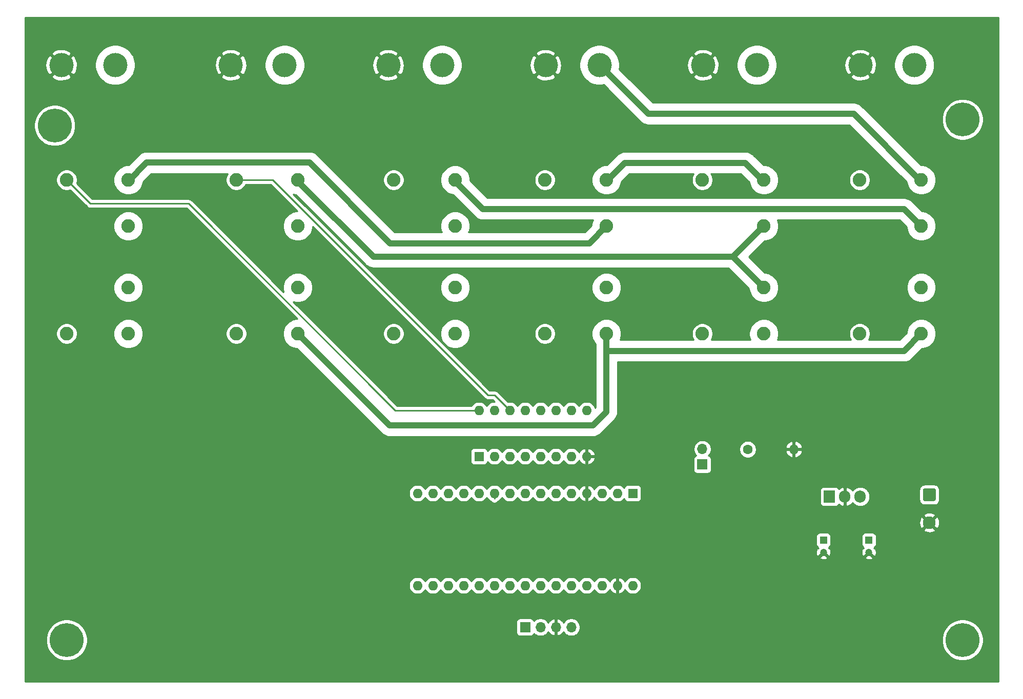
<source format=gbr>
G04 #@! TF.GenerationSoftware,KiCad,Pcbnew,5.1.9+dfsg1-1*
G04 #@! TF.CreationDate,2020-12-31T02:51:56+01:00*
G04 #@! TF.ProjectId,first_try,66697273-745f-4747-9279-2e6b69636164,rev?*
G04 #@! TF.SameCoordinates,Original*
G04 #@! TF.FileFunction,Copper,L2,Bot*
G04 #@! TF.FilePolarity,Positive*
%FSLAX46Y46*%
G04 Gerber Fmt 4.6, Leading zero omitted, Abs format (unit mm)*
G04 Created by KiCad (PCBNEW 5.1.9+dfsg1-1) date 2020-12-31 02:51:56*
%MOMM*%
%LPD*%
G01*
G04 APERTURE LIST*
G04 #@! TA.AperFunction,ComponentPad*
%ADD10C,4.000000*%
G04 #@! TD*
G04 #@! TA.AperFunction,ComponentPad*
%ADD11O,1.600000X1.600000*%
G04 #@! TD*
G04 #@! TA.AperFunction,ComponentPad*
%ADD12R,1.600000X1.600000*%
G04 #@! TD*
G04 #@! TA.AperFunction,ComponentPad*
%ADD13C,5.600000*%
G04 #@! TD*
G04 #@! TA.AperFunction,ComponentPad*
%ADD14C,2.100000*%
G04 #@! TD*
G04 #@! TA.AperFunction,ComponentPad*
%ADD15O,1.700000X1.700000*%
G04 #@! TD*
G04 #@! TA.AperFunction,ComponentPad*
%ADD16R,1.700000X1.700000*%
G04 #@! TD*
G04 #@! TA.AperFunction,ComponentPad*
%ADD17C,1.200000*%
G04 #@! TD*
G04 #@! TA.AperFunction,ComponentPad*
%ADD18R,1.200000X1.200000*%
G04 #@! TD*
G04 #@! TA.AperFunction,ComponentPad*
%ADD19O,1.905000X2.000000*%
G04 #@! TD*
G04 #@! TA.AperFunction,ComponentPad*
%ADD20R,1.905000X2.000000*%
G04 #@! TD*
G04 #@! TA.AperFunction,ComponentPad*
%ADD21C,1.600000*%
G04 #@! TD*
G04 #@! TA.AperFunction,ComponentPad*
%ADD22C,2.250000*%
G04 #@! TD*
G04 #@! TA.AperFunction,Conductor*
%ADD23C,0.250000*%
G04 #@! TD*
G04 #@! TA.AperFunction,Conductor*
%ADD24C,1.000000*%
G04 #@! TD*
G04 #@! TA.AperFunction,Conductor*
%ADD25C,0.254000*%
G04 #@! TD*
G04 #@! TA.AperFunction,Conductor*
%ADD26C,0.100000*%
G04 #@! TD*
G04 APERTURE END LIST*
D10*
G04 #@! TO.P,J_IN3,2*
G04 #@! TO.N,GND*
X128110000Y-41000000D03*
G04 #@! TO.P,J_IN3,1*
G04 #@! TO.N,Net-(J_IN3-Pad1)*
X137000000Y-41000000D03*
G04 #@! TD*
G04 #@! TO.P,J_OUT1,2*
G04 #@! TO.N,GND*
X154110000Y-41000000D03*
G04 #@! TO.P,J_OUT1,1*
G04 #@! TO.N,Net-(J_OUT1-Pad1)*
X163000000Y-41000000D03*
G04 #@! TD*
G04 #@! TO.P,J_IN2,2*
G04 #@! TO.N,GND*
X102110000Y-41000000D03*
G04 #@! TO.P,J_IN2,1*
G04 #@! TO.N,Net-(J_IN2-Pad1)*
X111000000Y-41000000D03*
G04 #@! TD*
D11*
G04 #@! TO.P,U1,16*
G04 #@! TO.N,Net-(K1-Pad1)*
X143096000Y-98042000D03*
G04 #@! TO.P,U1,8*
G04 #@! TO.N,GND*
X160876000Y-105662000D03*
G04 #@! TO.P,U1,15*
G04 #@! TO.N,Net-(K2-Pad1)*
X145636000Y-98042000D03*
G04 #@! TO.P,U1,7*
G04 #@! TO.N,N/C*
X158336000Y-105662000D03*
G04 #@! TO.P,U1,14*
G04 #@! TO.N,Net-(K3-Pad1)*
X148176000Y-98042000D03*
G04 #@! TO.P,U1,6*
G04 #@! TO.N,Net-(A1-Pad6)*
X155796000Y-105662000D03*
G04 #@! TO.P,U1,13*
G04 #@! TO.N,Net-(K4-Pad1)*
X150716000Y-98042000D03*
G04 #@! TO.P,U1,5*
G04 #@! TO.N,Net-(A1-Pad7)*
X153256000Y-105662000D03*
G04 #@! TO.P,U1,12*
G04 #@! TO.N,Net-(K5-Pad1)*
X153256000Y-98042000D03*
G04 #@! TO.P,U1,4*
G04 #@! TO.N,Net-(A1-Pad8)*
X150716000Y-105662000D03*
G04 #@! TO.P,U1,11*
G04 #@! TO.N,Net-(K6-Pad1)*
X155796000Y-98042000D03*
G04 #@! TO.P,U1,3*
G04 #@! TO.N,Net-(A1-Pad9)*
X148176000Y-105662000D03*
G04 #@! TO.P,U1,10*
G04 #@! TO.N,N/C*
X158336000Y-98042000D03*
G04 #@! TO.P,U1,2*
G04 #@! TO.N,Net-(A1-Pad10)*
X145636000Y-105662000D03*
G04 #@! TO.P,U1,9*
G04 #@! TO.N,VCC*
X160876000Y-98042000D03*
D12*
G04 #@! TO.P,U1,1*
G04 #@! TO.N,Net-(A1-Pad11)*
X143096000Y-105662000D03*
G04 #@! TD*
D10*
G04 #@! TO.P,J_OUT3,2*
G04 #@! TO.N,GND*
X206110000Y-41000000D03*
G04 #@! TO.P,J_OUT3,1*
G04 #@! TO.N,Net-(J_OUT3-Pad1)*
X215000000Y-41000000D03*
G04 #@! TD*
G04 #@! TO.P,J_IN1,2*
G04 #@! TO.N,GND*
X74110000Y-41000000D03*
G04 #@! TO.P,J_IN1,1*
G04 #@! TO.N,Net-(J_IN1-Pad1)*
X83000000Y-41000000D03*
G04 #@! TD*
D11*
G04 #@! TO.P,A1,16*
G04 #@! TO.N,N/C*
X132936000Y-126998000D03*
G04 #@! TO.P,A1,15*
X132936000Y-111758000D03*
G04 #@! TO.P,A1,30*
X168496000Y-126998000D03*
G04 #@! TO.P,A1,14*
X135476000Y-111758000D03*
G04 #@! TO.P,A1,29*
G04 #@! TO.N,GND*
X165956000Y-126998000D03*
G04 #@! TO.P,A1,13*
G04 #@! TO.N,N/C*
X138016000Y-111758000D03*
G04 #@! TO.P,A1,28*
X163416000Y-126998000D03*
G04 #@! TO.P,A1,12*
X140556000Y-111758000D03*
G04 #@! TO.P,A1,27*
G04 #@! TO.N,Net-(A1-Pad27)*
X160876000Y-126998000D03*
G04 #@! TO.P,A1,11*
G04 #@! TO.N,Net-(A1-Pad11)*
X143096000Y-111758000D03*
G04 #@! TO.P,A1,26*
G04 #@! TO.N,N/C*
X158336000Y-126998000D03*
G04 #@! TO.P,A1,10*
G04 #@! TO.N,Net-(A1-Pad10)*
X145636000Y-111758000D03*
G04 #@! TO.P,A1,25*
G04 #@! TO.N,N/C*
X155796000Y-126998000D03*
G04 #@! TO.P,A1,9*
G04 #@! TO.N,Net-(A1-Pad9)*
X148176000Y-111758000D03*
G04 #@! TO.P,A1,24*
G04 #@! TO.N,Net-(A1-Pad24)*
X153256000Y-126998000D03*
G04 #@! TO.P,A1,8*
G04 #@! TO.N,Net-(A1-Pad8)*
X150716000Y-111758000D03*
G04 #@! TO.P,A1,23*
G04 #@! TO.N,Net-(A1-Pad23)*
X150716000Y-126998000D03*
G04 #@! TO.P,A1,7*
G04 #@! TO.N,Net-(A1-Pad7)*
X153256000Y-111758000D03*
G04 #@! TO.P,A1,22*
G04 #@! TO.N,N/C*
X148176000Y-126998000D03*
G04 #@! TO.P,A1,6*
G04 #@! TO.N,Net-(A1-Pad6)*
X155796000Y-111758000D03*
G04 #@! TO.P,A1,21*
G04 #@! TO.N,N/C*
X145636000Y-126998000D03*
G04 #@! TO.P,A1,5*
G04 #@! TO.N,Net-(A1-Pad5)*
X158336000Y-111758000D03*
G04 #@! TO.P,A1,20*
G04 #@! TO.N,N/C*
X143096000Y-126998000D03*
G04 #@! TO.P,A1,4*
G04 #@! TO.N,GND*
X160876000Y-111758000D03*
G04 #@! TO.P,A1,19*
G04 #@! TO.N,N/C*
X140556000Y-126998000D03*
G04 #@! TO.P,A1,3*
X163416000Y-111758000D03*
G04 #@! TO.P,A1,18*
X138016000Y-126998000D03*
G04 #@! TO.P,A1,2*
X165956000Y-111758000D03*
G04 #@! TO.P,A1,17*
X135476000Y-126998000D03*
D12*
G04 #@! TO.P,A1,1*
X168496000Y-111758000D03*
G04 #@! TD*
D13*
G04 #@! TO.P,H1,1*
G04 #@! TO.N,N/C*
X73000000Y-51000000D03*
G04 #@! TD*
G04 #@! TO.P,H2,1*
G04 #@! TO.N,N/C*
X223000000Y-136000000D03*
G04 #@! TD*
G04 #@! TO.P,H3,1*
G04 #@! TO.N,N/C*
X75000000Y-136000000D03*
G04 #@! TD*
G04 #@! TO.P,H4,1*
G04 #@! TO.N,N/C*
X223000000Y-50000000D03*
G04 #@! TD*
D14*
G04 #@! TO.P,J1,2*
G04 #@! TO.N,GND*
X217500000Y-116600000D03*
G04 #@! TO.P,J1,1*
G04 #@! TO.N,VCC*
G04 #@! TA.AperFunction,ComponentPad*
G36*
G01*
X216700000Y-110950000D02*
X218300000Y-110950000D01*
G75*
G02*
X218550000Y-111200000I0J-250000D01*
G01*
X218550000Y-112800000D01*
G75*
G02*
X218300000Y-113050000I-250000J0D01*
G01*
X216700000Y-113050000D01*
G75*
G02*
X216450000Y-112800000I0J250000D01*
G01*
X216450000Y-111200000D01*
G75*
G02*
X216700000Y-110950000I250000J0D01*
G01*
G37*
G04 #@! TD.AperFunction*
G04 #@! TD*
D15*
G04 #@! TO.P,J2,4*
G04 #@! TO.N,Net-(A1-Pad27)*
X158336000Y-133888000D03*
G04 #@! TO.P,J2,3*
G04 #@! TO.N,GND*
X155796000Y-133888000D03*
G04 #@! TO.P,J2,2*
G04 #@! TO.N,Net-(A1-Pad24)*
X153256000Y-133888000D03*
D16*
G04 #@! TO.P,J2,1*
G04 #@! TO.N,Net-(A1-Pad23)*
X150716000Y-133888000D03*
G04 #@! TD*
D10*
G04 #@! TO.P,J_OUT2,2*
G04 #@! TO.N,GND*
X180110000Y-41000000D03*
G04 #@! TO.P,J_OUT2,1*
G04 #@! TO.N,Net-(J_OUT2-Pad1)*
X189000000Y-41000000D03*
G04 #@! TD*
D17*
G04 #@! TO.P,C1,2*
G04 #@! TO.N,GND*
X207500000Y-121500000D03*
D18*
G04 #@! TO.P,C1,1*
G04 #@! TO.N,VCC*
X207500000Y-119500000D03*
G04 #@! TD*
D17*
G04 #@! TO.P,C2,2*
G04 #@! TO.N,GND*
X200000000Y-121500000D03*
D18*
G04 #@! TO.P,C2,1*
G04 #@! TO.N,Net-(A1-Pad27)*
X200000000Y-119500000D03*
G04 #@! TD*
D19*
G04 #@! TO.P,U2,3*
G04 #@! TO.N,Net-(A1-Pad27)*
X206080000Y-112300000D03*
G04 #@! TO.P,U2,2*
G04 #@! TO.N,GND*
X203540000Y-112300000D03*
D20*
G04 #@! TO.P,U2,1*
G04 #@! TO.N,VCC*
X201000000Y-112300000D03*
G04 #@! TD*
D11*
G04 #@! TO.P,R1,2*
G04 #@! TO.N,GND*
X195120000Y-104500000D03*
D21*
G04 #@! TO.P,R1,1*
G04 #@! TO.N,Net-(A1-Pad5)*
X187500000Y-104500000D03*
G04 #@! TD*
D15*
G04 #@! TO.P,SW1,2*
G04 #@! TO.N,Net-(A1-Pad5)*
X180000000Y-104460000D03*
D16*
G04 #@! TO.P,SW1,1*
G04 #@! TO.N,Net-(A1-Pad27)*
X180000000Y-107000000D03*
G04 #@! TD*
D22*
G04 #@! TO.P,K1,8*
G04 #@! TO.N,Net-(K1-Pad8)*
X85160000Y-60000000D03*
G04 #@! TO.P,K1,7*
G04 #@! TO.N,Net-(J_IN1-Pad1)*
X85160000Y-67620000D03*
G04 #@! TO.P,K1,6*
X85160000Y-77780000D03*
G04 #@! TO.P,K1,5*
G04 #@! TO.N,Net-(J_OUT1-Pad1)*
X85160000Y-85400000D03*
G04 #@! TO.P,K1,4*
G04 #@! TO.N,VCC*
X75000000Y-85400000D03*
G04 #@! TO.P,K1,1*
G04 #@! TO.N,Net-(K1-Pad1)*
X75000000Y-60000000D03*
G04 #@! TD*
G04 #@! TO.P,K2,8*
G04 #@! TO.N,Net-(J_OUT3-Pad1)*
X164160000Y-60000000D03*
G04 #@! TO.P,K2,7*
G04 #@! TO.N,Net-(K1-Pad8)*
X164160000Y-67620000D03*
G04 #@! TO.P,K2,6*
X164160000Y-77780000D03*
G04 #@! TO.P,K2,5*
G04 #@! TO.N,Net-(J_OUT2-Pad1)*
X164160000Y-85400000D03*
G04 #@! TO.P,K2,4*
G04 #@! TO.N,VCC*
X154000000Y-85400000D03*
G04 #@! TO.P,K2,1*
G04 #@! TO.N,Net-(K2-Pad1)*
X154000000Y-60000000D03*
G04 #@! TD*
G04 #@! TO.P,K3,8*
G04 #@! TO.N,Net-(K3-Pad8)*
X113160000Y-60000000D03*
G04 #@! TO.P,K3,7*
G04 #@! TO.N,Net-(J_IN2-Pad1)*
X113160000Y-67620000D03*
G04 #@! TO.P,K3,6*
X113160000Y-77780000D03*
G04 #@! TO.P,K3,5*
G04 #@! TO.N,Net-(J_OUT2-Pad1)*
X113160000Y-85400000D03*
G04 #@! TO.P,K3,4*
G04 #@! TO.N,VCC*
X103000000Y-85400000D03*
G04 #@! TO.P,K3,1*
G04 #@! TO.N,Net-(K3-Pad1)*
X103000000Y-60000000D03*
G04 #@! TD*
G04 #@! TO.P,K4,8*
G04 #@! TO.N,Net-(J_OUT3-Pad1)*
X190160000Y-60000000D03*
G04 #@! TO.P,K4,7*
G04 #@! TO.N,Net-(K3-Pad8)*
X190160000Y-67620000D03*
G04 #@! TO.P,K4,6*
X190160000Y-77780000D03*
G04 #@! TO.P,K4,5*
G04 #@! TO.N,Net-(J_OUT1-Pad1)*
X190160000Y-85400000D03*
G04 #@! TO.P,K4,4*
G04 #@! TO.N,VCC*
X180000000Y-85400000D03*
G04 #@! TO.P,K4,1*
G04 #@! TO.N,Net-(K4-Pad1)*
X180000000Y-60000000D03*
G04 #@! TD*
G04 #@! TO.P,K5,8*
G04 #@! TO.N,Net-(K5-Pad8)*
X139160000Y-60000000D03*
G04 #@! TO.P,K5,7*
G04 #@! TO.N,Net-(J_IN3-Pad1)*
X139160000Y-67620000D03*
G04 #@! TO.P,K5,6*
X139160000Y-77780000D03*
G04 #@! TO.P,K5,5*
G04 #@! TO.N,Net-(J_OUT3-Pad1)*
X139160000Y-85400000D03*
G04 #@! TO.P,K5,4*
G04 #@! TO.N,VCC*
X129000000Y-85400000D03*
G04 #@! TO.P,K5,1*
G04 #@! TO.N,Net-(K5-Pad1)*
X129000000Y-60000000D03*
G04 #@! TD*
G04 #@! TO.P,K6,8*
G04 #@! TO.N,Net-(J_OUT1-Pad1)*
X216160000Y-60000000D03*
G04 #@! TO.P,K6,7*
G04 #@! TO.N,Net-(K5-Pad8)*
X216160000Y-67620000D03*
G04 #@! TO.P,K6,6*
X216160000Y-77780000D03*
G04 #@! TO.P,K6,5*
G04 #@! TO.N,Net-(J_OUT2-Pad1)*
X216160000Y-85400000D03*
G04 #@! TO.P,K6,4*
G04 #@! TO.N,VCC*
X206000000Y-85400000D03*
G04 #@! TO.P,K6,1*
G04 #@! TO.N,Net-(K6-Pad1)*
X206000000Y-60000000D03*
G04 #@! TD*
D23*
G04 #@! TO.N,Net-(A1-Pad10)*
X145636000Y-111758000D02*
X145636000Y-112636000D01*
D24*
G04 #@! TO.N,Net-(J_OUT1-Pad1)*
X216160000Y-60200000D02*
X205025500Y-49065500D01*
X205025500Y-49065500D02*
X171065500Y-49065500D01*
X171065500Y-49065500D02*
X163000000Y-41000000D01*
G04 #@! TO.N,Net-(J_OUT2-Pad1)*
X164160000Y-88225400D02*
X164160000Y-85400000D01*
X113160000Y-85400000D02*
X128324800Y-100564800D01*
X128324800Y-100564800D02*
X161915000Y-100564800D01*
X161915000Y-100564800D02*
X164160000Y-98319800D01*
X164160000Y-98319800D02*
X164160000Y-88225400D01*
X216160000Y-85400000D02*
X213334600Y-88225400D01*
X213334600Y-88225400D02*
X164160000Y-88225400D01*
G04 #@! TO.N,Net-(J_OUT3-Pad1)*
X190160000Y-60200000D02*
X187114200Y-57154200D01*
X187114200Y-57154200D02*
X167205800Y-57154200D01*
X167205800Y-57154200D02*
X164160000Y-60200000D01*
G04 #@! TO.N,Net-(K1-Pad8)*
X164160000Y-67620000D02*
X161310100Y-70469900D01*
X161310100Y-70469900D02*
X128425700Y-70469900D01*
X128425700Y-70469900D02*
X115090200Y-57134400D01*
X115090200Y-57134400D02*
X88225600Y-57134400D01*
X88225600Y-57134400D02*
X85160000Y-60200000D01*
G04 #@! TO.N,Net-(K3-Pad8)*
X185080000Y-72700000D02*
X190160000Y-77780000D01*
X185080000Y-72700000D02*
X190160000Y-67620000D01*
X113160000Y-60200000D02*
X125660000Y-72700000D01*
X125660000Y-72700000D02*
X185080000Y-72700000D01*
G04 #@! TO.N,Net-(K5-Pad8)*
X216160000Y-67620000D02*
X213334600Y-64794600D01*
X213334600Y-64794600D02*
X143754600Y-64794600D01*
X143754600Y-64794600D02*
X139160000Y-60200000D01*
D23*
G04 #@! TO.N,Net-(K1-Pad1)*
X75000000Y-60000000D02*
X78910000Y-63910000D01*
X78910000Y-63910000D02*
X95135400Y-63910000D01*
X95135400Y-63910000D02*
X129267400Y-98042000D01*
X129267400Y-98042000D02*
X143096000Y-98042000D01*
G04 #@! TO.N,Net-(K3-Pad1)*
X103000000Y-60000000D02*
X109005300Y-60000000D01*
X109005300Y-60000000D02*
X144547900Y-95542600D01*
X144547900Y-95542600D02*
X145676600Y-95542600D01*
X145676600Y-95542600D02*
X148176000Y-98042000D01*
G04 #@! TD*
D25*
G04 #@! TO.N,GND*
X228873000Y-142873000D02*
X68127000Y-142873000D01*
X68127000Y-135661682D01*
X71565000Y-135661682D01*
X71565000Y-136338318D01*
X71697006Y-137001952D01*
X71955943Y-137627082D01*
X72331862Y-138189685D01*
X72810315Y-138668138D01*
X73372918Y-139044057D01*
X73998048Y-139302994D01*
X74661682Y-139435000D01*
X75338318Y-139435000D01*
X76001952Y-139302994D01*
X76627082Y-139044057D01*
X77189685Y-138668138D01*
X77668138Y-138189685D01*
X78044057Y-137627082D01*
X78302994Y-137001952D01*
X78435000Y-136338318D01*
X78435000Y-135661682D01*
X219565000Y-135661682D01*
X219565000Y-136338318D01*
X219697006Y-137001952D01*
X219955943Y-137627082D01*
X220331862Y-138189685D01*
X220810315Y-138668138D01*
X221372918Y-139044057D01*
X221998048Y-139302994D01*
X222661682Y-139435000D01*
X223338318Y-139435000D01*
X224001952Y-139302994D01*
X224627082Y-139044057D01*
X225189685Y-138668138D01*
X225668138Y-138189685D01*
X226044057Y-137627082D01*
X226302994Y-137001952D01*
X226435000Y-136338318D01*
X226435000Y-135661682D01*
X226302994Y-134998048D01*
X226044057Y-134372918D01*
X225668138Y-133810315D01*
X225189685Y-133331862D01*
X224627082Y-132955943D01*
X224001952Y-132697006D01*
X223338318Y-132565000D01*
X222661682Y-132565000D01*
X221998048Y-132697006D01*
X221372918Y-132955943D01*
X220810315Y-133331862D01*
X220331862Y-133810315D01*
X219955943Y-134372918D01*
X219697006Y-134998048D01*
X219565000Y-135661682D01*
X78435000Y-135661682D01*
X78302994Y-134998048D01*
X78044057Y-134372918D01*
X77668138Y-133810315D01*
X77189685Y-133331862D01*
X76749890Y-133038000D01*
X149227928Y-133038000D01*
X149227928Y-134738000D01*
X149240188Y-134862482D01*
X149276498Y-134982180D01*
X149335463Y-135092494D01*
X149414815Y-135189185D01*
X149511506Y-135268537D01*
X149621820Y-135327502D01*
X149741518Y-135363812D01*
X149866000Y-135376072D01*
X151566000Y-135376072D01*
X151690482Y-135363812D01*
X151810180Y-135327502D01*
X151920494Y-135268537D01*
X152017185Y-135189185D01*
X152096537Y-135092494D01*
X152155502Y-134982180D01*
X152177513Y-134909620D01*
X152309368Y-135041475D01*
X152552589Y-135203990D01*
X152822842Y-135315932D01*
X153109740Y-135373000D01*
X153402260Y-135373000D01*
X153689158Y-135315932D01*
X153959411Y-135203990D01*
X154202632Y-135041475D01*
X154409475Y-134834632D01*
X154531195Y-134652466D01*
X154600822Y-134769355D01*
X154795731Y-134985588D01*
X155029080Y-135159641D01*
X155291901Y-135284825D01*
X155439110Y-135329476D01*
X155669000Y-135208155D01*
X155669000Y-134015000D01*
X155649000Y-134015000D01*
X155649000Y-133761000D01*
X155669000Y-133761000D01*
X155669000Y-132567845D01*
X155923000Y-132567845D01*
X155923000Y-133761000D01*
X155943000Y-133761000D01*
X155943000Y-134015000D01*
X155923000Y-134015000D01*
X155923000Y-135208155D01*
X156152890Y-135329476D01*
X156300099Y-135284825D01*
X156562920Y-135159641D01*
X156796269Y-134985588D01*
X156991178Y-134769355D01*
X157060805Y-134652466D01*
X157182525Y-134834632D01*
X157389368Y-135041475D01*
X157632589Y-135203990D01*
X157902842Y-135315932D01*
X158189740Y-135373000D01*
X158482260Y-135373000D01*
X158769158Y-135315932D01*
X159039411Y-135203990D01*
X159282632Y-135041475D01*
X159489475Y-134834632D01*
X159651990Y-134591411D01*
X159763932Y-134321158D01*
X159821000Y-134034260D01*
X159821000Y-133741740D01*
X159763932Y-133454842D01*
X159651990Y-133184589D01*
X159489475Y-132941368D01*
X159282632Y-132734525D01*
X159039411Y-132572010D01*
X158769158Y-132460068D01*
X158482260Y-132403000D01*
X158189740Y-132403000D01*
X157902842Y-132460068D01*
X157632589Y-132572010D01*
X157389368Y-132734525D01*
X157182525Y-132941368D01*
X157060805Y-133123534D01*
X156991178Y-133006645D01*
X156796269Y-132790412D01*
X156562920Y-132616359D01*
X156300099Y-132491175D01*
X156152890Y-132446524D01*
X155923000Y-132567845D01*
X155669000Y-132567845D01*
X155439110Y-132446524D01*
X155291901Y-132491175D01*
X155029080Y-132616359D01*
X154795731Y-132790412D01*
X154600822Y-133006645D01*
X154531195Y-133123534D01*
X154409475Y-132941368D01*
X154202632Y-132734525D01*
X153959411Y-132572010D01*
X153689158Y-132460068D01*
X153402260Y-132403000D01*
X153109740Y-132403000D01*
X152822842Y-132460068D01*
X152552589Y-132572010D01*
X152309368Y-132734525D01*
X152177513Y-132866380D01*
X152155502Y-132793820D01*
X152096537Y-132683506D01*
X152017185Y-132586815D01*
X151920494Y-132507463D01*
X151810180Y-132448498D01*
X151690482Y-132412188D01*
X151566000Y-132399928D01*
X149866000Y-132399928D01*
X149741518Y-132412188D01*
X149621820Y-132448498D01*
X149511506Y-132507463D01*
X149414815Y-132586815D01*
X149335463Y-132683506D01*
X149276498Y-132793820D01*
X149240188Y-132913518D01*
X149227928Y-133038000D01*
X76749890Y-133038000D01*
X76627082Y-132955943D01*
X76001952Y-132697006D01*
X75338318Y-132565000D01*
X74661682Y-132565000D01*
X73998048Y-132697006D01*
X73372918Y-132955943D01*
X72810315Y-133331862D01*
X72331862Y-133810315D01*
X71955943Y-134372918D01*
X71697006Y-134998048D01*
X71565000Y-135661682D01*
X68127000Y-135661682D01*
X68127000Y-126856665D01*
X131501000Y-126856665D01*
X131501000Y-127139335D01*
X131556147Y-127416574D01*
X131664320Y-127677727D01*
X131821363Y-127912759D01*
X132021241Y-128112637D01*
X132256273Y-128269680D01*
X132517426Y-128377853D01*
X132794665Y-128433000D01*
X133077335Y-128433000D01*
X133354574Y-128377853D01*
X133615727Y-128269680D01*
X133850759Y-128112637D01*
X134050637Y-127912759D01*
X134206000Y-127680241D01*
X134361363Y-127912759D01*
X134561241Y-128112637D01*
X134796273Y-128269680D01*
X135057426Y-128377853D01*
X135334665Y-128433000D01*
X135617335Y-128433000D01*
X135894574Y-128377853D01*
X136155727Y-128269680D01*
X136390759Y-128112637D01*
X136590637Y-127912759D01*
X136746000Y-127680241D01*
X136901363Y-127912759D01*
X137101241Y-128112637D01*
X137336273Y-128269680D01*
X137597426Y-128377853D01*
X137874665Y-128433000D01*
X138157335Y-128433000D01*
X138434574Y-128377853D01*
X138695727Y-128269680D01*
X138930759Y-128112637D01*
X139130637Y-127912759D01*
X139286000Y-127680241D01*
X139441363Y-127912759D01*
X139641241Y-128112637D01*
X139876273Y-128269680D01*
X140137426Y-128377853D01*
X140414665Y-128433000D01*
X140697335Y-128433000D01*
X140974574Y-128377853D01*
X141235727Y-128269680D01*
X141470759Y-128112637D01*
X141670637Y-127912759D01*
X141826000Y-127680241D01*
X141981363Y-127912759D01*
X142181241Y-128112637D01*
X142416273Y-128269680D01*
X142677426Y-128377853D01*
X142954665Y-128433000D01*
X143237335Y-128433000D01*
X143514574Y-128377853D01*
X143775727Y-128269680D01*
X144010759Y-128112637D01*
X144210637Y-127912759D01*
X144366000Y-127680241D01*
X144521363Y-127912759D01*
X144721241Y-128112637D01*
X144956273Y-128269680D01*
X145217426Y-128377853D01*
X145494665Y-128433000D01*
X145777335Y-128433000D01*
X146054574Y-128377853D01*
X146315727Y-128269680D01*
X146550759Y-128112637D01*
X146750637Y-127912759D01*
X146906000Y-127680241D01*
X147061363Y-127912759D01*
X147261241Y-128112637D01*
X147496273Y-128269680D01*
X147757426Y-128377853D01*
X148034665Y-128433000D01*
X148317335Y-128433000D01*
X148594574Y-128377853D01*
X148855727Y-128269680D01*
X149090759Y-128112637D01*
X149290637Y-127912759D01*
X149446000Y-127680241D01*
X149601363Y-127912759D01*
X149801241Y-128112637D01*
X150036273Y-128269680D01*
X150297426Y-128377853D01*
X150574665Y-128433000D01*
X150857335Y-128433000D01*
X151134574Y-128377853D01*
X151395727Y-128269680D01*
X151630759Y-128112637D01*
X151830637Y-127912759D01*
X151986000Y-127680241D01*
X152141363Y-127912759D01*
X152341241Y-128112637D01*
X152576273Y-128269680D01*
X152837426Y-128377853D01*
X153114665Y-128433000D01*
X153397335Y-128433000D01*
X153674574Y-128377853D01*
X153935727Y-128269680D01*
X154170759Y-128112637D01*
X154370637Y-127912759D01*
X154526000Y-127680241D01*
X154681363Y-127912759D01*
X154881241Y-128112637D01*
X155116273Y-128269680D01*
X155377426Y-128377853D01*
X155654665Y-128433000D01*
X155937335Y-128433000D01*
X156214574Y-128377853D01*
X156475727Y-128269680D01*
X156710759Y-128112637D01*
X156910637Y-127912759D01*
X157066000Y-127680241D01*
X157221363Y-127912759D01*
X157421241Y-128112637D01*
X157656273Y-128269680D01*
X157917426Y-128377853D01*
X158194665Y-128433000D01*
X158477335Y-128433000D01*
X158754574Y-128377853D01*
X159015727Y-128269680D01*
X159250759Y-128112637D01*
X159450637Y-127912759D01*
X159606000Y-127680241D01*
X159761363Y-127912759D01*
X159961241Y-128112637D01*
X160196273Y-128269680D01*
X160457426Y-128377853D01*
X160734665Y-128433000D01*
X161017335Y-128433000D01*
X161294574Y-128377853D01*
X161555727Y-128269680D01*
X161790759Y-128112637D01*
X161990637Y-127912759D01*
X162146000Y-127680241D01*
X162301363Y-127912759D01*
X162501241Y-128112637D01*
X162736273Y-128269680D01*
X162997426Y-128377853D01*
X163274665Y-128433000D01*
X163557335Y-128433000D01*
X163834574Y-128377853D01*
X164095727Y-128269680D01*
X164330759Y-128112637D01*
X164530637Y-127912759D01*
X164687680Y-127677727D01*
X164692067Y-127667135D01*
X164803615Y-127853131D01*
X164992586Y-128061519D01*
X165218580Y-128229037D01*
X165472913Y-128349246D01*
X165606961Y-128389904D01*
X165829000Y-128267915D01*
X165829000Y-127125000D01*
X165809000Y-127125000D01*
X165809000Y-126871000D01*
X165829000Y-126871000D01*
X165829000Y-125728085D01*
X166083000Y-125728085D01*
X166083000Y-126871000D01*
X166103000Y-126871000D01*
X166103000Y-127125000D01*
X166083000Y-127125000D01*
X166083000Y-128267915D01*
X166305039Y-128389904D01*
X166439087Y-128349246D01*
X166693420Y-128229037D01*
X166919414Y-128061519D01*
X167108385Y-127853131D01*
X167219933Y-127667135D01*
X167224320Y-127677727D01*
X167381363Y-127912759D01*
X167581241Y-128112637D01*
X167816273Y-128269680D01*
X168077426Y-128377853D01*
X168354665Y-128433000D01*
X168637335Y-128433000D01*
X168914574Y-128377853D01*
X169175727Y-128269680D01*
X169410759Y-128112637D01*
X169610637Y-127912759D01*
X169767680Y-127677727D01*
X169875853Y-127416574D01*
X169931000Y-127139335D01*
X169931000Y-126856665D01*
X169875853Y-126579426D01*
X169767680Y-126318273D01*
X169610637Y-126083241D01*
X169410759Y-125883363D01*
X169175727Y-125726320D01*
X168914574Y-125618147D01*
X168637335Y-125563000D01*
X168354665Y-125563000D01*
X168077426Y-125618147D01*
X167816273Y-125726320D01*
X167581241Y-125883363D01*
X167381363Y-126083241D01*
X167224320Y-126318273D01*
X167219933Y-126328865D01*
X167108385Y-126142869D01*
X166919414Y-125934481D01*
X166693420Y-125766963D01*
X166439087Y-125646754D01*
X166305039Y-125606096D01*
X166083000Y-125728085D01*
X165829000Y-125728085D01*
X165606961Y-125606096D01*
X165472913Y-125646754D01*
X165218580Y-125766963D01*
X164992586Y-125934481D01*
X164803615Y-126142869D01*
X164692067Y-126328865D01*
X164687680Y-126318273D01*
X164530637Y-126083241D01*
X164330759Y-125883363D01*
X164095727Y-125726320D01*
X163834574Y-125618147D01*
X163557335Y-125563000D01*
X163274665Y-125563000D01*
X162997426Y-125618147D01*
X162736273Y-125726320D01*
X162501241Y-125883363D01*
X162301363Y-126083241D01*
X162146000Y-126315759D01*
X161990637Y-126083241D01*
X161790759Y-125883363D01*
X161555727Y-125726320D01*
X161294574Y-125618147D01*
X161017335Y-125563000D01*
X160734665Y-125563000D01*
X160457426Y-125618147D01*
X160196273Y-125726320D01*
X159961241Y-125883363D01*
X159761363Y-126083241D01*
X159606000Y-126315759D01*
X159450637Y-126083241D01*
X159250759Y-125883363D01*
X159015727Y-125726320D01*
X158754574Y-125618147D01*
X158477335Y-125563000D01*
X158194665Y-125563000D01*
X157917426Y-125618147D01*
X157656273Y-125726320D01*
X157421241Y-125883363D01*
X157221363Y-126083241D01*
X157066000Y-126315759D01*
X156910637Y-126083241D01*
X156710759Y-125883363D01*
X156475727Y-125726320D01*
X156214574Y-125618147D01*
X155937335Y-125563000D01*
X155654665Y-125563000D01*
X155377426Y-125618147D01*
X155116273Y-125726320D01*
X154881241Y-125883363D01*
X154681363Y-126083241D01*
X154526000Y-126315759D01*
X154370637Y-126083241D01*
X154170759Y-125883363D01*
X153935727Y-125726320D01*
X153674574Y-125618147D01*
X153397335Y-125563000D01*
X153114665Y-125563000D01*
X152837426Y-125618147D01*
X152576273Y-125726320D01*
X152341241Y-125883363D01*
X152141363Y-126083241D01*
X151986000Y-126315759D01*
X151830637Y-126083241D01*
X151630759Y-125883363D01*
X151395727Y-125726320D01*
X151134574Y-125618147D01*
X150857335Y-125563000D01*
X150574665Y-125563000D01*
X150297426Y-125618147D01*
X150036273Y-125726320D01*
X149801241Y-125883363D01*
X149601363Y-126083241D01*
X149446000Y-126315759D01*
X149290637Y-126083241D01*
X149090759Y-125883363D01*
X148855727Y-125726320D01*
X148594574Y-125618147D01*
X148317335Y-125563000D01*
X148034665Y-125563000D01*
X147757426Y-125618147D01*
X147496273Y-125726320D01*
X147261241Y-125883363D01*
X147061363Y-126083241D01*
X146906000Y-126315759D01*
X146750637Y-126083241D01*
X146550759Y-125883363D01*
X146315727Y-125726320D01*
X146054574Y-125618147D01*
X145777335Y-125563000D01*
X145494665Y-125563000D01*
X145217426Y-125618147D01*
X144956273Y-125726320D01*
X144721241Y-125883363D01*
X144521363Y-126083241D01*
X144366000Y-126315759D01*
X144210637Y-126083241D01*
X144010759Y-125883363D01*
X143775727Y-125726320D01*
X143514574Y-125618147D01*
X143237335Y-125563000D01*
X142954665Y-125563000D01*
X142677426Y-125618147D01*
X142416273Y-125726320D01*
X142181241Y-125883363D01*
X141981363Y-126083241D01*
X141826000Y-126315759D01*
X141670637Y-126083241D01*
X141470759Y-125883363D01*
X141235727Y-125726320D01*
X140974574Y-125618147D01*
X140697335Y-125563000D01*
X140414665Y-125563000D01*
X140137426Y-125618147D01*
X139876273Y-125726320D01*
X139641241Y-125883363D01*
X139441363Y-126083241D01*
X139286000Y-126315759D01*
X139130637Y-126083241D01*
X138930759Y-125883363D01*
X138695727Y-125726320D01*
X138434574Y-125618147D01*
X138157335Y-125563000D01*
X137874665Y-125563000D01*
X137597426Y-125618147D01*
X137336273Y-125726320D01*
X137101241Y-125883363D01*
X136901363Y-126083241D01*
X136746000Y-126315759D01*
X136590637Y-126083241D01*
X136390759Y-125883363D01*
X136155727Y-125726320D01*
X135894574Y-125618147D01*
X135617335Y-125563000D01*
X135334665Y-125563000D01*
X135057426Y-125618147D01*
X134796273Y-125726320D01*
X134561241Y-125883363D01*
X134361363Y-126083241D01*
X134206000Y-126315759D01*
X134050637Y-126083241D01*
X133850759Y-125883363D01*
X133615727Y-125726320D01*
X133354574Y-125618147D01*
X133077335Y-125563000D01*
X132794665Y-125563000D01*
X132517426Y-125618147D01*
X132256273Y-125726320D01*
X132021241Y-125883363D01*
X131821363Y-126083241D01*
X131664320Y-126318273D01*
X131556147Y-126579426D01*
X131501000Y-126856665D01*
X68127000Y-126856665D01*
X68127000Y-122349764D01*
X199329841Y-122349764D01*
X199377148Y-122573348D01*
X199598516Y-122674237D01*
X199835313Y-122730000D01*
X200078438Y-122738495D01*
X200318549Y-122699395D01*
X200546418Y-122614202D01*
X200622852Y-122573348D01*
X200670159Y-122349764D01*
X206829841Y-122349764D01*
X206877148Y-122573348D01*
X207098516Y-122674237D01*
X207335313Y-122730000D01*
X207578438Y-122738495D01*
X207818549Y-122699395D01*
X208046418Y-122614202D01*
X208122852Y-122573348D01*
X208170159Y-122349764D01*
X207500000Y-121679605D01*
X206829841Y-122349764D01*
X200670159Y-122349764D01*
X200000000Y-121679605D01*
X199329841Y-122349764D01*
X68127000Y-122349764D01*
X68127000Y-121578438D01*
X198761505Y-121578438D01*
X198800605Y-121818549D01*
X198885798Y-122046418D01*
X198926652Y-122122852D01*
X199150236Y-122170159D01*
X199820395Y-121500000D01*
X199806253Y-121485858D01*
X199985858Y-121306253D01*
X200000000Y-121320395D01*
X200014143Y-121306253D01*
X200193748Y-121485858D01*
X200179605Y-121500000D01*
X200849764Y-122170159D01*
X201073348Y-122122852D01*
X201174237Y-121901484D01*
X201230000Y-121664687D01*
X201233013Y-121578438D01*
X206261505Y-121578438D01*
X206300605Y-121818549D01*
X206385798Y-122046418D01*
X206426652Y-122122852D01*
X206650236Y-122170159D01*
X207320395Y-121500000D01*
X207306253Y-121485858D01*
X207485858Y-121306253D01*
X207500000Y-121320395D01*
X207514143Y-121306253D01*
X207693748Y-121485858D01*
X207679605Y-121500000D01*
X208349764Y-122170159D01*
X208573348Y-122122852D01*
X208674237Y-121901484D01*
X208730000Y-121664687D01*
X208738495Y-121421562D01*
X208699395Y-121181451D01*
X208614202Y-120953582D01*
X208573348Y-120877148D01*
X208349766Y-120829842D01*
X208466872Y-120712736D01*
X208408994Y-120654858D01*
X208454494Y-120630537D01*
X208551185Y-120551185D01*
X208630537Y-120454494D01*
X208689502Y-120344180D01*
X208725812Y-120224482D01*
X208738072Y-120100000D01*
X208738072Y-118900000D01*
X208725812Y-118775518D01*
X208689502Y-118655820D01*
X208630537Y-118545506D01*
X208551185Y-118448815D01*
X208454494Y-118369463D01*
X208344180Y-118310498D01*
X208224482Y-118274188D01*
X208100000Y-118261928D01*
X206900000Y-118261928D01*
X206775518Y-118274188D01*
X206655820Y-118310498D01*
X206545506Y-118369463D01*
X206448815Y-118448815D01*
X206369463Y-118545506D01*
X206310498Y-118655820D01*
X206274188Y-118775518D01*
X206261928Y-118900000D01*
X206261928Y-120100000D01*
X206274188Y-120224482D01*
X206310498Y-120344180D01*
X206369463Y-120454494D01*
X206448815Y-120551185D01*
X206545506Y-120630537D01*
X206591006Y-120654858D01*
X206533128Y-120712736D01*
X206650234Y-120829842D01*
X206426652Y-120877148D01*
X206325763Y-121098516D01*
X206270000Y-121335313D01*
X206261505Y-121578438D01*
X201233013Y-121578438D01*
X201238495Y-121421562D01*
X201199395Y-121181451D01*
X201114202Y-120953582D01*
X201073348Y-120877148D01*
X200849766Y-120829842D01*
X200966872Y-120712736D01*
X200908994Y-120654858D01*
X200954494Y-120630537D01*
X201051185Y-120551185D01*
X201130537Y-120454494D01*
X201189502Y-120344180D01*
X201225812Y-120224482D01*
X201238072Y-120100000D01*
X201238072Y-118900000D01*
X201225812Y-118775518D01*
X201189502Y-118655820D01*
X201130537Y-118545506D01*
X201051185Y-118448815D01*
X200954494Y-118369463D01*
X200844180Y-118310498D01*
X200724482Y-118274188D01*
X200600000Y-118261928D01*
X199400000Y-118261928D01*
X199275518Y-118274188D01*
X199155820Y-118310498D01*
X199045506Y-118369463D01*
X198948815Y-118448815D01*
X198869463Y-118545506D01*
X198810498Y-118655820D01*
X198774188Y-118775518D01*
X198761928Y-118900000D01*
X198761928Y-120100000D01*
X198774188Y-120224482D01*
X198810498Y-120344180D01*
X198869463Y-120454494D01*
X198948815Y-120551185D01*
X199045506Y-120630537D01*
X199091006Y-120654858D01*
X199033128Y-120712736D01*
X199150234Y-120829842D01*
X198926652Y-120877148D01*
X198825763Y-121098516D01*
X198770000Y-121335313D01*
X198761505Y-121578438D01*
X68127000Y-121578438D01*
X68127000Y-117771066D01*
X216508539Y-117771066D01*
X216610339Y-118040579D01*
X216908477Y-118186463D01*
X217229346Y-118271380D01*
X217560617Y-118292066D01*
X217889557Y-118247728D01*
X218203527Y-118140069D01*
X218389661Y-118040579D01*
X218491461Y-117771066D01*
X217500000Y-116779605D01*
X216508539Y-117771066D01*
X68127000Y-117771066D01*
X68127000Y-116660617D01*
X215807934Y-116660617D01*
X215852272Y-116989557D01*
X215959931Y-117303527D01*
X216059421Y-117489661D01*
X216328934Y-117591461D01*
X217320395Y-116600000D01*
X217679605Y-116600000D01*
X218671066Y-117591461D01*
X218940579Y-117489661D01*
X219086463Y-117191523D01*
X219171380Y-116870654D01*
X219192066Y-116539383D01*
X219147728Y-116210443D01*
X219040069Y-115896473D01*
X218940579Y-115710339D01*
X218671066Y-115608539D01*
X217679605Y-116600000D01*
X217320395Y-116600000D01*
X216328934Y-115608539D01*
X216059421Y-115710339D01*
X215913537Y-116008477D01*
X215828620Y-116329346D01*
X215807934Y-116660617D01*
X68127000Y-116660617D01*
X68127000Y-115428934D01*
X216508539Y-115428934D01*
X217500000Y-116420395D01*
X218491461Y-115428934D01*
X218389661Y-115159421D01*
X218091523Y-115013537D01*
X217770654Y-114928620D01*
X217439383Y-114907934D01*
X217110443Y-114952272D01*
X216796473Y-115059931D01*
X216610339Y-115159421D01*
X216508539Y-115428934D01*
X68127000Y-115428934D01*
X68127000Y-111616665D01*
X131501000Y-111616665D01*
X131501000Y-111899335D01*
X131556147Y-112176574D01*
X131664320Y-112437727D01*
X131821363Y-112672759D01*
X132021241Y-112872637D01*
X132256273Y-113029680D01*
X132517426Y-113137853D01*
X132794665Y-113193000D01*
X133077335Y-113193000D01*
X133354574Y-113137853D01*
X133615727Y-113029680D01*
X133850759Y-112872637D01*
X134050637Y-112672759D01*
X134206000Y-112440241D01*
X134361363Y-112672759D01*
X134561241Y-112872637D01*
X134796273Y-113029680D01*
X135057426Y-113137853D01*
X135334665Y-113193000D01*
X135617335Y-113193000D01*
X135894574Y-113137853D01*
X136155727Y-113029680D01*
X136390759Y-112872637D01*
X136590637Y-112672759D01*
X136746000Y-112440241D01*
X136901363Y-112672759D01*
X137101241Y-112872637D01*
X137336273Y-113029680D01*
X137597426Y-113137853D01*
X137874665Y-113193000D01*
X138157335Y-113193000D01*
X138434574Y-113137853D01*
X138695727Y-113029680D01*
X138930759Y-112872637D01*
X139130637Y-112672759D01*
X139286000Y-112440241D01*
X139441363Y-112672759D01*
X139641241Y-112872637D01*
X139876273Y-113029680D01*
X140137426Y-113137853D01*
X140414665Y-113193000D01*
X140697335Y-113193000D01*
X140974574Y-113137853D01*
X141235727Y-113029680D01*
X141470759Y-112872637D01*
X141670637Y-112672759D01*
X141826000Y-112440241D01*
X141981363Y-112672759D01*
X142181241Y-112872637D01*
X142416273Y-113029680D01*
X142677426Y-113137853D01*
X142954665Y-113193000D01*
X143237335Y-113193000D01*
X143514574Y-113137853D01*
X143775727Y-113029680D01*
X144010759Y-112872637D01*
X144210637Y-112672759D01*
X144366000Y-112440241D01*
X144521363Y-112672759D01*
X144721241Y-112872637D01*
X144956273Y-113029680D01*
X144992749Y-113044789D01*
X145001027Y-113060276D01*
X145096000Y-113176001D01*
X145211725Y-113270974D01*
X145343754Y-113341546D01*
X145487015Y-113385003D01*
X145636000Y-113399677D01*
X145784986Y-113385003D01*
X145928247Y-113341546D01*
X146060276Y-113270974D01*
X146176001Y-113176001D01*
X146270974Y-113060276D01*
X146279253Y-113044788D01*
X146315727Y-113029680D01*
X146550759Y-112872637D01*
X146750637Y-112672759D01*
X146906000Y-112440241D01*
X147061363Y-112672759D01*
X147261241Y-112872637D01*
X147496273Y-113029680D01*
X147757426Y-113137853D01*
X148034665Y-113193000D01*
X148317335Y-113193000D01*
X148594574Y-113137853D01*
X148855727Y-113029680D01*
X149090759Y-112872637D01*
X149290637Y-112672759D01*
X149446000Y-112440241D01*
X149601363Y-112672759D01*
X149801241Y-112872637D01*
X150036273Y-113029680D01*
X150297426Y-113137853D01*
X150574665Y-113193000D01*
X150857335Y-113193000D01*
X151134574Y-113137853D01*
X151395727Y-113029680D01*
X151630759Y-112872637D01*
X151830637Y-112672759D01*
X151986000Y-112440241D01*
X152141363Y-112672759D01*
X152341241Y-112872637D01*
X152576273Y-113029680D01*
X152837426Y-113137853D01*
X153114665Y-113193000D01*
X153397335Y-113193000D01*
X153674574Y-113137853D01*
X153935727Y-113029680D01*
X154170759Y-112872637D01*
X154370637Y-112672759D01*
X154526000Y-112440241D01*
X154681363Y-112672759D01*
X154881241Y-112872637D01*
X155116273Y-113029680D01*
X155377426Y-113137853D01*
X155654665Y-113193000D01*
X155937335Y-113193000D01*
X156214574Y-113137853D01*
X156475727Y-113029680D01*
X156710759Y-112872637D01*
X156910637Y-112672759D01*
X157066000Y-112440241D01*
X157221363Y-112672759D01*
X157421241Y-112872637D01*
X157656273Y-113029680D01*
X157917426Y-113137853D01*
X158194665Y-113193000D01*
X158477335Y-113193000D01*
X158754574Y-113137853D01*
X159015727Y-113029680D01*
X159250759Y-112872637D01*
X159450637Y-112672759D01*
X159607680Y-112437727D01*
X159612067Y-112427135D01*
X159723615Y-112613131D01*
X159912586Y-112821519D01*
X160138580Y-112989037D01*
X160392913Y-113109246D01*
X160526961Y-113149904D01*
X160749000Y-113027915D01*
X160749000Y-111885000D01*
X160729000Y-111885000D01*
X160729000Y-111631000D01*
X160749000Y-111631000D01*
X160749000Y-110488085D01*
X161003000Y-110488085D01*
X161003000Y-111631000D01*
X161023000Y-111631000D01*
X161023000Y-111885000D01*
X161003000Y-111885000D01*
X161003000Y-113027915D01*
X161225039Y-113149904D01*
X161359087Y-113109246D01*
X161613420Y-112989037D01*
X161839414Y-112821519D01*
X162028385Y-112613131D01*
X162139933Y-112427135D01*
X162144320Y-112437727D01*
X162301363Y-112672759D01*
X162501241Y-112872637D01*
X162736273Y-113029680D01*
X162997426Y-113137853D01*
X163274665Y-113193000D01*
X163557335Y-113193000D01*
X163834574Y-113137853D01*
X164095727Y-113029680D01*
X164330759Y-112872637D01*
X164530637Y-112672759D01*
X164686000Y-112440241D01*
X164841363Y-112672759D01*
X165041241Y-112872637D01*
X165276273Y-113029680D01*
X165537426Y-113137853D01*
X165814665Y-113193000D01*
X166097335Y-113193000D01*
X166374574Y-113137853D01*
X166635727Y-113029680D01*
X166870759Y-112872637D01*
X167069357Y-112674039D01*
X167070188Y-112682482D01*
X167106498Y-112802180D01*
X167165463Y-112912494D01*
X167244815Y-113009185D01*
X167341506Y-113088537D01*
X167451820Y-113147502D01*
X167571518Y-113183812D01*
X167696000Y-113196072D01*
X169296000Y-113196072D01*
X169420482Y-113183812D01*
X169540180Y-113147502D01*
X169650494Y-113088537D01*
X169747185Y-113009185D01*
X169826537Y-112912494D01*
X169885502Y-112802180D01*
X169921812Y-112682482D01*
X169934072Y-112558000D01*
X169934072Y-111300000D01*
X199409428Y-111300000D01*
X199409428Y-113300000D01*
X199421688Y-113424482D01*
X199457998Y-113544180D01*
X199516963Y-113654494D01*
X199596315Y-113751185D01*
X199693006Y-113830537D01*
X199803320Y-113889502D01*
X199923018Y-113925812D01*
X200047500Y-113938072D01*
X201952500Y-113938072D01*
X202076982Y-113925812D01*
X202196680Y-113889502D01*
X202306994Y-113830537D01*
X202403685Y-113751185D01*
X202483037Y-113654494D01*
X202532059Y-113562781D01*
X202673077Y-113675969D01*
X202948906Y-113819571D01*
X203167020Y-113890563D01*
X203413000Y-113770594D01*
X203413000Y-112427000D01*
X203393000Y-112427000D01*
X203393000Y-112173000D01*
X203413000Y-112173000D01*
X203413000Y-110829406D01*
X203667000Y-110829406D01*
X203667000Y-112173000D01*
X203687000Y-112173000D01*
X203687000Y-112427000D01*
X203667000Y-112427000D01*
X203667000Y-113770594D01*
X203912980Y-113890563D01*
X204131094Y-113819571D01*
X204406923Y-113675969D01*
X204649437Y-113481315D01*
X204804837Y-113296101D01*
X204952037Y-113475463D01*
X205193766Y-113673845D01*
X205469552Y-113821255D01*
X205768797Y-113912030D01*
X206080000Y-113942681D01*
X206391204Y-113912030D01*
X206690449Y-113821255D01*
X206966235Y-113673845D01*
X207207963Y-113475463D01*
X207406345Y-113233734D01*
X207553755Y-112957948D01*
X207644530Y-112658703D01*
X207667500Y-112425485D01*
X207667500Y-112174514D01*
X207644530Y-111941296D01*
X207553755Y-111642051D01*
X207406345Y-111366265D01*
X207269895Y-111200000D01*
X215811928Y-111200000D01*
X215811928Y-112800000D01*
X215828992Y-112973254D01*
X215879528Y-113139850D01*
X215961595Y-113293386D01*
X216072038Y-113427962D01*
X216206614Y-113538405D01*
X216360150Y-113620472D01*
X216526746Y-113671008D01*
X216700000Y-113688072D01*
X218300000Y-113688072D01*
X218473254Y-113671008D01*
X218639850Y-113620472D01*
X218793386Y-113538405D01*
X218927962Y-113427962D01*
X219038405Y-113293386D01*
X219120472Y-113139850D01*
X219171008Y-112973254D01*
X219188072Y-112800000D01*
X219188072Y-111200000D01*
X219171008Y-111026746D01*
X219120472Y-110860150D01*
X219038405Y-110706614D01*
X218927962Y-110572038D01*
X218793386Y-110461595D01*
X218639850Y-110379528D01*
X218473254Y-110328992D01*
X218300000Y-110311928D01*
X216700000Y-110311928D01*
X216526746Y-110328992D01*
X216360150Y-110379528D01*
X216206614Y-110461595D01*
X216072038Y-110572038D01*
X215961595Y-110706614D01*
X215879528Y-110860150D01*
X215828992Y-111026746D01*
X215811928Y-111200000D01*
X207269895Y-111200000D01*
X207207963Y-111124537D01*
X206966234Y-110926155D01*
X206690448Y-110778745D01*
X206391203Y-110687970D01*
X206080000Y-110657319D01*
X205768796Y-110687970D01*
X205469551Y-110778745D01*
X205193765Y-110926155D01*
X204952037Y-111124537D01*
X204804838Y-111303900D01*
X204649437Y-111118685D01*
X204406923Y-110924031D01*
X204131094Y-110780429D01*
X203912980Y-110709437D01*
X203667000Y-110829406D01*
X203413000Y-110829406D01*
X203167020Y-110709437D01*
X202948906Y-110780429D01*
X202673077Y-110924031D01*
X202532059Y-111037219D01*
X202483037Y-110945506D01*
X202403685Y-110848815D01*
X202306994Y-110769463D01*
X202196680Y-110710498D01*
X202076982Y-110674188D01*
X201952500Y-110661928D01*
X200047500Y-110661928D01*
X199923018Y-110674188D01*
X199803320Y-110710498D01*
X199693006Y-110769463D01*
X199596315Y-110848815D01*
X199516963Y-110945506D01*
X199457998Y-111055820D01*
X199421688Y-111175518D01*
X199409428Y-111300000D01*
X169934072Y-111300000D01*
X169934072Y-110958000D01*
X169921812Y-110833518D01*
X169885502Y-110713820D01*
X169826537Y-110603506D01*
X169747185Y-110506815D01*
X169650494Y-110427463D01*
X169540180Y-110368498D01*
X169420482Y-110332188D01*
X169296000Y-110319928D01*
X167696000Y-110319928D01*
X167571518Y-110332188D01*
X167451820Y-110368498D01*
X167341506Y-110427463D01*
X167244815Y-110506815D01*
X167165463Y-110603506D01*
X167106498Y-110713820D01*
X167070188Y-110833518D01*
X167069357Y-110841961D01*
X166870759Y-110643363D01*
X166635727Y-110486320D01*
X166374574Y-110378147D01*
X166097335Y-110323000D01*
X165814665Y-110323000D01*
X165537426Y-110378147D01*
X165276273Y-110486320D01*
X165041241Y-110643363D01*
X164841363Y-110843241D01*
X164686000Y-111075759D01*
X164530637Y-110843241D01*
X164330759Y-110643363D01*
X164095727Y-110486320D01*
X163834574Y-110378147D01*
X163557335Y-110323000D01*
X163274665Y-110323000D01*
X162997426Y-110378147D01*
X162736273Y-110486320D01*
X162501241Y-110643363D01*
X162301363Y-110843241D01*
X162144320Y-111078273D01*
X162139933Y-111088865D01*
X162028385Y-110902869D01*
X161839414Y-110694481D01*
X161613420Y-110526963D01*
X161359087Y-110406754D01*
X161225039Y-110366096D01*
X161003000Y-110488085D01*
X160749000Y-110488085D01*
X160526961Y-110366096D01*
X160392913Y-110406754D01*
X160138580Y-110526963D01*
X159912586Y-110694481D01*
X159723615Y-110902869D01*
X159612067Y-111088865D01*
X159607680Y-111078273D01*
X159450637Y-110843241D01*
X159250759Y-110643363D01*
X159015727Y-110486320D01*
X158754574Y-110378147D01*
X158477335Y-110323000D01*
X158194665Y-110323000D01*
X157917426Y-110378147D01*
X157656273Y-110486320D01*
X157421241Y-110643363D01*
X157221363Y-110843241D01*
X157066000Y-111075759D01*
X156910637Y-110843241D01*
X156710759Y-110643363D01*
X156475727Y-110486320D01*
X156214574Y-110378147D01*
X155937335Y-110323000D01*
X155654665Y-110323000D01*
X155377426Y-110378147D01*
X155116273Y-110486320D01*
X154881241Y-110643363D01*
X154681363Y-110843241D01*
X154526000Y-111075759D01*
X154370637Y-110843241D01*
X154170759Y-110643363D01*
X153935727Y-110486320D01*
X153674574Y-110378147D01*
X153397335Y-110323000D01*
X153114665Y-110323000D01*
X152837426Y-110378147D01*
X152576273Y-110486320D01*
X152341241Y-110643363D01*
X152141363Y-110843241D01*
X151986000Y-111075759D01*
X151830637Y-110843241D01*
X151630759Y-110643363D01*
X151395727Y-110486320D01*
X151134574Y-110378147D01*
X150857335Y-110323000D01*
X150574665Y-110323000D01*
X150297426Y-110378147D01*
X150036273Y-110486320D01*
X149801241Y-110643363D01*
X149601363Y-110843241D01*
X149446000Y-111075759D01*
X149290637Y-110843241D01*
X149090759Y-110643363D01*
X148855727Y-110486320D01*
X148594574Y-110378147D01*
X148317335Y-110323000D01*
X148034665Y-110323000D01*
X147757426Y-110378147D01*
X147496273Y-110486320D01*
X147261241Y-110643363D01*
X147061363Y-110843241D01*
X146906000Y-111075759D01*
X146750637Y-110843241D01*
X146550759Y-110643363D01*
X146315727Y-110486320D01*
X146054574Y-110378147D01*
X145777335Y-110323000D01*
X145494665Y-110323000D01*
X145217426Y-110378147D01*
X144956273Y-110486320D01*
X144721241Y-110643363D01*
X144521363Y-110843241D01*
X144366000Y-111075759D01*
X144210637Y-110843241D01*
X144010759Y-110643363D01*
X143775727Y-110486320D01*
X143514574Y-110378147D01*
X143237335Y-110323000D01*
X142954665Y-110323000D01*
X142677426Y-110378147D01*
X142416273Y-110486320D01*
X142181241Y-110643363D01*
X141981363Y-110843241D01*
X141826000Y-111075759D01*
X141670637Y-110843241D01*
X141470759Y-110643363D01*
X141235727Y-110486320D01*
X140974574Y-110378147D01*
X140697335Y-110323000D01*
X140414665Y-110323000D01*
X140137426Y-110378147D01*
X139876273Y-110486320D01*
X139641241Y-110643363D01*
X139441363Y-110843241D01*
X139286000Y-111075759D01*
X139130637Y-110843241D01*
X138930759Y-110643363D01*
X138695727Y-110486320D01*
X138434574Y-110378147D01*
X138157335Y-110323000D01*
X137874665Y-110323000D01*
X137597426Y-110378147D01*
X137336273Y-110486320D01*
X137101241Y-110643363D01*
X136901363Y-110843241D01*
X136746000Y-111075759D01*
X136590637Y-110843241D01*
X136390759Y-110643363D01*
X136155727Y-110486320D01*
X135894574Y-110378147D01*
X135617335Y-110323000D01*
X135334665Y-110323000D01*
X135057426Y-110378147D01*
X134796273Y-110486320D01*
X134561241Y-110643363D01*
X134361363Y-110843241D01*
X134206000Y-111075759D01*
X134050637Y-110843241D01*
X133850759Y-110643363D01*
X133615727Y-110486320D01*
X133354574Y-110378147D01*
X133077335Y-110323000D01*
X132794665Y-110323000D01*
X132517426Y-110378147D01*
X132256273Y-110486320D01*
X132021241Y-110643363D01*
X131821363Y-110843241D01*
X131664320Y-111078273D01*
X131556147Y-111339426D01*
X131501000Y-111616665D01*
X68127000Y-111616665D01*
X68127000Y-104862000D01*
X141657928Y-104862000D01*
X141657928Y-106462000D01*
X141670188Y-106586482D01*
X141706498Y-106706180D01*
X141765463Y-106816494D01*
X141844815Y-106913185D01*
X141941506Y-106992537D01*
X142051820Y-107051502D01*
X142171518Y-107087812D01*
X142296000Y-107100072D01*
X143896000Y-107100072D01*
X144020482Y-107087812D01*
X144140180Y-107051502D01*
X144250494Y-106992537D01*
X144347185Y-106913185D01*
X144426537Y-106816494D01*
X144485502Y-106706180D01*
X144521812Y-106586482D01*
X144522643Y-106578039D01*
X144721241Y-106776637D01*
X144956273Y-106933680D01*
X145217426Y-107041853D01*
X145494665Y-107097000D01*
X145777335Y-107097000D01*
X146054574Y-107041853D01*
X146315727Y-106933680D01*
X146550759Y-106776637D01*
X146750637Y-106576759D01*
X146906000Y-106344241D01*
X147061363Y-106576759D01*
X147261241Y-106776637D01*
X147496273Y-106933680D01*
X147757426Y-107041853D01*
X148034665Y-107097000D01*
X148317335Y-107097000D01*
X148594574Y-107041853D01*
X148855727Y-106933680D01*
X149090759Y-106776637D01*
X149290637Y-106576759D01*
X149446000Y-106344241D01*
X149601363Y-106576759D01*
X149801241Y-106776637D01*
X150036273Y-106933680D01*
X150297426Y-107041853D01*
X150574665Y-107097000D01*
X150857335Y-107097000D01*
X151134574Y-107041853D01*
X151395727Y-106933680D01*
X151630759Y-106776637D01*
X151830637Y-106576759D01*
X151986000Y-106344241D01*
X152141363Y-106576759D01*
X152341241Y-106776637D01*
X152576273Y-106933680D01*
X152837426Y-107041853D01*
X153114665Y-107097000D01*
X153397335Y-107097000D01*
X153674574Y-107041853D01*
X153935727Y-106933680D01*
X154170759Y-106776637D01*
X154370637Y-106576759D01*
X154526000Y-106344241D01*
X154681363Y-106576759D01*
X154881241Y-106776637D01*
X155116273Y-106933680D01*
X155377426Y-107041853D01*
X155654665Y-107097000D01*
X155937335Y-107097000D01*
X156214574Y-107041853D01*
X156475727Y-106933680D01*
X156710759Y-106776637D01*
X156910637Y-106576759D01*
X157066000Y-106344241D01*
X157221363Y-106576759D01*
X157421241Y-106776637D01*
X157656273Y-106933680D01*
X157917426Y-107041853D01*
X158194665Y-107097000D01*
X158477335Y-107097000D01*
X158754574Y-107041853D01*
X159015727Y-106933680D01*
X159250759Y-106776637D01*
X159450637Y-106576759D01*
X159607680Y-106341727D01*
X159612067Y-106331135D01*
X159723615Y-106517131D01*
X159912586Y-106725519D01*
X160138580Y-106893037D01*
X160392913Y-107013246D01*
X160526961Y-107053904D01*
X160749000Y-106931915D01*
X160749000Y-105789000D01*
X161003000Y-105789000D01*
X161003000Y-106931915D01*
X161225039Y-107053904D01*
X161359087Y-107013246D01*
X161613420Y-106893037D01*
X161839414Y-106725519D01*
X162028385Y-106517131D01*
X162173070Y-106275881D01*
X162218147Y-106150000D01*
X178511928Y-106150000D01*
X178511928Y-107850000D01*
X178524188Y-107974482D01*
X178560498Y-108094180D01*
X178619463Y-108204494D01*
X178698815Y-108301185D01*
X178795506Y-108380537D01*
X178905820Y-108439502D01*
X179025518Y-108475812D01*
X179150000Y-108488072D01*
X180850000Y-108488072D01*
X180974482Y-108475812D01*
X181094180Y-108439502D01*
X181204494Y-108380537D01*
X181301185Y-108301185D01*
X181380537Y-108204494D01*
X181439502Y-108094180D01*
X181475812Y-107974482D01*
X181488072Y-107850000D01*
X181488072Y-106150000D01*
X181475812Y-106025518D01*
X181439502Y-105905820D01*
X181380537Y-105795506D01*
X181301185Y-105698815D01*
X181204494Y-105619463D01*
X181094180Y-105560498D01*
X181021620Y-105538487D01*
X181153475Y-105406632D01*
X181315990Y-105163411D01*
X181427932Y-104893158D01*
X181485000Y-104606260D01*
X181485000Y-104358665D01*
X186065000Y-104358665D01*
X186065000Y-104641335D01*
X186120147Y-104918574D01*
X186228320Y-105179727D01*
X186385363Y-105414759D01*
X186585241Y-105614637D01*
X186820273Y-105771680D01*
X187081426Y-105879853D01*
X187358665Y-105935000D01*
X187641335Y-105935000D01*
X187918574Y-105879853D01*
X188179727Y-105771680D01*
X188414759Y-105614637D01*
X188614637Y-105414759D01*
X188771680Y-105179727D01*
X188879853Y-104918574D01*
X188893684Y-104849039D01*
X193728096Y-104849039D01*
X193768754Y-104983087D01*
X193888963Y-105237420D01*
X194056481Y-105463414D01*
X194264869Y-105652385D01*
X194506119Y-105797070D01*
X194770960Y-105891909D01*
X194993000Y-105770624D01*
X194993000Y-104627000D01*
X195247000Y-104627000D01*
X195247000Y-105770624D01*
X195469040Y-105891909D01*
X195733881Y-105797070D01*
X195975131Y-105652385D01*
X196183519Y-105463414D01*
X196351037Y-105237420D01*
X196471246Y-104983087D01*
X196511904Y-104849039D01*
X196389915Y-104627000D01*
X195247000Y-104627000D01*
X194993000Y-104627000D01*
X193850085Y-104627000D01*
X193728096Y-104849039D01*
X188893684Y-104849039D01*
X188935000Y-104641335D01*
X188935000Y-104358665D01*
X188893685Y-104150961D01*
X193728096Y-104150961D01*
X193850085Y-104373000D01*
X194993000Y-104373000D01*
X194993000Y-103229376D01*
X195247000Y-103229376D01*
X195247000Y-104373000D01*
X196389915Y-104373000D01*
X196511904Y-104150961D01*
X196471246Y-104016913D01*
X196351037Y-103762580D01*
X196183519Y-103536586D01*
X195975131Y-103347615D01*
X195733881Y-103202930D01*
X195469040Y-103108091D01*
X195247000Y-103229376D01*
X194993000Y-103229376D01*
X194770960Y-103108091D01*
X194506119Y-103202930D01*
X194264869Y-103347615D01*
X194056481Y-103536586D01*
X193888963Y-103762580D01*
X193768754Y-104016913D01*
X193728096Y-104150961D01*
X188893685Y-104150961D01*
X188879853Y-104081426D01*
X188771680Y-103820273D01*
X188614637Y-103585241D01*
X188414759Y-103385363D01*
X188179727Y-103228320D01*
X187918574Y-103120147D01*
X187641335Y-103065000D01*
X187358665Y-103065000D01*
X187081426Y-103120147D01*
X186820273Y-103228320D01*
X186585241Y-103385363D01*
X186385363Y-103585241D01*
X186228320Y-103820273D01*
X186120147Y-104081426D01*
X186065000Y-104358665D01*
X181485000Y-104358665D01*
X181485000Y-104313740D01*
X181427932Y-104026842D01*
X181315990Y-103756589D01*
X181153475Y-103513368D01*
X180946632Y-103306525D01*
X180703411Y-103144010D01*
X180433158Y-103032068D01*
X180146260Y-102975000D01*
X179853740Y-102975000D01*
X179566842Y-103032068D01*
X179296589Y-103144010D01*
X179053368Y-103306525D01*
X178846525Y-103513368D01*
X178684010Y-103756589D01*
X178572068Y-104026842D01*
X178515000Y-104313740D01*
X178515000Y-104606260D01*
X178572068Y-104893158D01*
X178684010Y-105163411D01*
X178846525Y-105406632D01*
X178978380Y-105538487D01*
X178905820Y-105560498D01*
X178795506Y-105619463D01*
X178698815Y-105698815D01*
X178619463Y-105795506D01*
X178560498Y-105905820D01*
X178524188Y-106025518D01*
X178511928Y-106150000D01*
X162218147Y-106150000D01*
X162267909Y-106011040D01*
X162146624Y-105789000D01*
X161003000Y-105789000D01*
X160749000Y-105789000D01*
X160729000Y-105789000D01*
X160729000Y-105535000D01*
X160749000Y-105535000D01*
X160749000Y-104392085D01*
X161003000Y-104392085D01*
X161003000Y-105535000D01*
X162146624Y-105535000D01*
X162267909Y-105312960D01*
X162173070Y-105048119D01*
X162028385Y-104806869D01*
X161839414Y-104598481D01*
X161613420Y-104430963D01*
X161359087Y-104310754D01*
X161225039Y-104270096D01*
X161003000Y-104392085D01*
X160749000Y-104392085D01*
X160526961Y-104270096D01*
X160392913Y-104310754D01*
X160138580Y-104430963D01*
X159912586Y-104598481D01*
X159723615Y-104806869D01*
X159612067Y-104992865D01*
X159607680Y-104982273D01*
X159450637Y-104747241D01*
X159250759Y-104547363D01*
X159015727Y-104390320D01*
X158754574Y-104282147D01*
X158477335Y-104227000D01*
X158194665Y-104227000D01*
X157917426Y-104282147D01*
X157656273Y-104390320D01*
X157421241Y-104547363D01*
X157221363Y-104747241D01*
X157066000Y-104979759D01*
X156910637Y-104747241D01*
X156710759Y-104547363D01*
X156475727Y-104390320D01*
X156214574Y-104282147D01*
X155937335Y-104227000D01*
X155654665Y-104227000D01*
X155377426Y-104282147D01*
X155116273Y-104390320D01*
X154881241Y-104547363D01*
X154681363Y-104747241D01*
X154526000Y-104979759D01*
X154370637Y-104747241D01*
X154170759Y-104547363D01*
X153935727Y-104390320D01*
X153674574Y-104282147D01*
X153397335Y-104227000D01*
X153114665Y-104227000D01*
X152837426Y-104282147D01*
X152576273Y-104390320D01*
X152341241Y-104547363D01*
X152141363Y-104747241D01*
X151986000Y-104979759D01*
X151830637Y-104747241D01*
X151630759Y-104547363D01*
X151395727Y-104390320D01*
X151134574Y-104282147D01*
X150857335Y-104227000D01*
X150574665Y-104227000D01*
X150297426Y-104282147D01*
X150036273Y-104390320D01*
X149801241Y-104547363D01*
X149601363Y-104747241D01*
X149446000Y-104979759D01*
X149290637Y-104747241D01*
X149090759Y-104547363D01*
X148855727Y-104390320D01*
X148594574Y-104282147D01*
X148317335Y-104227000D01*
X148034665Y-104227000D01*
X147757426Y-104282147D01*
X147496273Y-104390320D01*
X147261241Y-104547363D01*
X147061363Y-104747241D01*
X146906000Y-104979759D01*
X146750637Y-104747241D01*
X146550759Y-104547363D01*
X146315727Y-104390320D01*
X146054574Y-104282147D01*
X145777335Y-104227000D01*
X145494665Y-104227000D01*
X145217426Y-104282147D01*
X144956273Y-104390320D01*
X144721241Y-104547363D01*
X144522643Y-104745961D01*
X144521812Y-104737518D01*
X144485502Y-104617820D01*
X144426537Y-104507506D01*
X144347185Y-104410815D01*
X144250494Y-104331463D01*
X144140180Y-104272498D01*
X144020482Y-104236188D01*
X143896000Y-104223928D01*
X142296000Y-104223928D01*
X142171518Y-104236188D01*
X142051820Y-104272498D01*
X141941506Y-104331463D01*
X141844815Y-104410815D01*
X141765463Y-104507506D01*
X141706498Y-104617820D01*
X141670188Y-104737518D01*
X141657928Y-104862000D01*
X68127000Y-104862000D01*
X68127000Y-85226655D01*
X73240000Y-85226655D01*
X73240000Y-85573345D01*
X73307636Y-85913373D01*
X73440308Y-86233673D01*
X73632919Y-86521935D01*
X73878065Y-86767081D01*
X74166327Y-86959692D01*
X74486627Y-87092364D01*
X74826655Y-87160000D01*
X75173345Y-87160000D01*
X75513373Y-87092364D01*
X75833673Y-86959692D01*
X76121935Y-86767081D01*
X76367081Y-86521935D01*
X76559692Y-86233673D01*
X76692364Y-85913373D01*
X76760000Y-85573345D01*
X76760000Y-85226655D01*
X76746443Y-85158499D01*
X82708000Y-85158499D01*
X82708000Y-85641501D01*
X82802229Y-86115222D01*
X82987066Y-86561457D01*
X83255407Y-86963059D01*
X83596941Y-87304593D01*
X83998543Y-87572934D01*
X84444778Y-87757771D01*
X84918499Y-87852000D01*
X85401501Y-87852000D01*
X85875222Y-87757771D01*
X86321457Y-87572934D01*
X86723059Y-87304593D01*
X87064593Y-86963059D01*
X87332934Y-86561457D01*
X87517771Y-86115222D01*
X87612000Y-85641501D01*
X87612000Y-85226655D01*
X101240000Y-85226655D01*
X101240000Y-85573345D01*
X101307636Y-85913373D01*
X101440308Y-86233673D01*
X101632919Y-86521935D01*
X101878065Y-86767081D01*
X102166327Y-86959692D01*
X102486627Y-87092364D01*
X102826655Y-87160000D01*
X103173345Y-87160000D01*
X103513373Y-87092364D01*
X103833673Y-86959692D01*
X104121935Y-86767081D01*
X104367081Y-86521935D01*
X104559692Y-86233673D01*
X104692364Y-85913373D01*
X104760000Y-85573345D01*
X104760000Y-85226655D01*
X104692364Y-84886627D01*
X104559692Y-84566327D01*
X104367081Y-84278065D01*
X104121935Y-84032919D01*
X103833673Y-83840308D01*
X103513373Y-83707636D01*
X103173345Y-83640000D01*
X102826655Y-83640000D01*
X102486627Y-83707636D01*
X102166327Y-83840308D01*
X101878065Y-84032919D01*
X101632919Y-84278065D01*
X101440308Y-84566327D01*
X101307636Y-84886627D01*
X101240000Y-85226655D01*
X87612000Y-85226655D01*
X87612000Y-85158499D01*
X87517771Y-84684778D01*
X87332934Y-84238543D01*
X87064593Y-83836941D01*
X86723059Y-83495407D01*
X86321457Y-83227066D01*
X85875222Y-83042229D01*
X85401501Y-82948000D01*
X84918499Y-82948000D01*
X84444778Y-83042229D01*
X83998543Y-83227066D01*
X83596941Y-83495407D01*
X83255407Y-83836941D01*
X82987066Y-84238543D01*
X82802229Y-84684778D01*
X82708000Y-85158499D01*
X76746443Y-85158499D01*
X76692364Y-84886627D01*
X76559692Y-84566327D01*
X76367081Y-84278065D01*
X76121935Y-84032919D01*
X75833673Y-83840308D01*
X75513373Y-83707636D01*
X75173345Y-83640000D01*
X74826655Y-83640000D01*
X74486627Y-83707636D01*
X74166327Y-83840308D01*
X73878065Y-84032919D01*
X73632919Y-84278065D01*
X73440308Y-84566327D01*
X73307636Y-84886627D01*
X73240000Y-85226655D01*
X68127000Y-85226655D01*
X68127000Y-77538499D01*
X82708000Y-77538499D01*
X82708000Y-78021501D01*
X82802229Y-78495222D01*
X82987066Y-78941457D01*
X83255407Y-79343059D01*
X83596941Y-79684593D01*
X83998543Y-79952934D01*
X84444778Y-80137771D01*
X84918499Y-80232000D01*
X85401501Y-80232000D01*
X85875222Y-80137771D01*
X86321457Y-79952934D01*
X86723059Y-79684593D01*
X87064593Y-79343059D01*
X87332934Y-78941457D01*
X87517771Y-78495222D01*
X87612000Y-78021501D01*
X87612000Y-77538499D01*
X87517771Y-77064778D01*
X87332934Y-76618543D01*
X87064593Y-76216941D01*
X86723059Y-75875407D01*
X86321457Y-75607066D01*
X85875222Y-75422229D01*
X85401501Y-75328000D01*
X84918499Y-75328000D01*
X84444778Y-75422229D01*
X83998543Y-75607066D01*
X83596941Y-75875407D01*
X83255407Y-76216941D01*
X82987066Y-76618543D01*
X82802229Y-77064778D01*
X82708000Y-77538499D01*
X68127000Y-77538499D01*
X68127000Y-67378499D01*
X82708000Y-67378499D01*
X82708000Y-67861501D01*
X82802229Y-68335222D01*
X82987066Y-68781457D01*
X83255407Y-69183059D01*
X83596941Y-69524593D01*
X83998543Y-69792934D01*
X84444778Y-69977771D01*
X84918499Y-70072000D01*
X85401501Y-70072000D01*
X85875222Y-69977771D01*
X86321457Y-69792934D01*
X86723059Y-69524593D01*
X87064593Y-69183059D01*
X87332934Y-68781457D01*
X87517771Y-68335222D01*
X87612000Y-67861501D01*
X87612000Y-67378499D01*
X87517771Y-66904778D01*
X87332934Y-66458543D01*
X87064593Y-66056941D01*
X86723059Y-65715407D01*
X86321457Y-65447066D01*
X85875222Y-65262229D01*
X85401501Y-65168000D01*
X84918499Y-65168000D01*
X84444778Y-65262229D01*
X83998543Y-65447066D01*
X83596941Y-65715407D01*
X83255407Y-66056941D01*
X82987066Y-66458543D01*
X82802229Y-66904778D01*
X82708000Y-67378499D01*
X68127000Y-67378499D01*
X68127000Y-59826655D01*
X73240000Y-59826655D01*
X73240000Y-60173345D01*
X73307636Y-60513373D01*
X73440308Y-60833673D01*
X73632919Y-61121935D01*
X73878065Y-61367081D01*
X74166327Y-61559692D01*
X74486627Y-61692364D01*
X74826655Y-61760000D01*
X75173345Y-61760000D01*
X75513373Y-61692364D01*
X75587046Y-61661848D01*
X78346200Y-64421002D01*
X78369999Y-64450001D01*
X78398997Y-64473799D01*
X78485723Y-64544974D01*
X78617753Y-64615546D01*
X78761014Y-64659003D01*
X78872667Y-64670000D01*
X78872676Y-64670000D01*
X78909999Y-64673676D01*
X78947322Y-64670000D01*
X94820599Y-64670000D01*
X113098598Y-82948000D01*
X112918499Y-82948000D01*
X112444778Y-83042229D01*
X111998543Y-83227066D01*
X111596941Y-83495407D01*
X111255407Y-83836941D01*
X110987066Y-84238543D01*
X110802229Y-84684778D01*
X110708000Y-85158499D01*
X110708000Y-85641501D01*
X110802229Y-86115222D01*
X110987066Y-86561457D01*
X111255407Y-86963059D01*
X111596941Y-87304593D01*
X111998543Y-87572934D01*
X112444778Y-87757771D01*
X112918499Y-87852000D01*
X113028233Y-87852000D01*
X126969449Y-101793217D01*
X127026665Y-101862935D01*
X127304862Y-102091245D01*
X127622254Y-102260895D01*
X127966645Y-102365365D01*
X128235045Y-102391800D01*
X128235048Y-102391800D01*
X128324800Y-102400640D01*
X128414552Y-102391800D01*
X161825248Y-102391800D01*
X161915000Y-102400640D01*
X162004752Y-102391800D01*
X162004755Y-102391800D01*
X162273155Y-102365365D01*
X162617546Y-102260895D01*
X162934938Y-102091245D01*
X163213135Y-101862935D01*
X163270355Y-101793212D01*
X165388423Y-99675146D01*
X165458135Y-99617935D01*
X165515346Y-99548223D01*
X165515350Y-99548219D01*
X165686445Y-99339739D01*
X165856095Y-99022346D01*
X165856095Y-99022345D01*
X165960565Y-98677955D01*
X165987000Y-98409555D01*
X165987000Y-98409545D01*
X165995839Y-98319801D01*
X165987000Y-98230057D01*
X165987000Y-90052400D01*
X213244848Y-90052400D01*
X213334600Y-90061240D01*
X213424352Y-90052400D01*
X213424355Y-90052400D01*
X213692755Y-90025965D01*
X214037146Y-89921495D01*
X214354538Y-89751845D01*
X214632735Y-89523535D01*
X214689955Y-89453812D01*
X216291768Y-87852000D01*
X216401501Y-87852000D01*
X216875222Y-87757771D01*
X217321457Y-87572934D01*
X217723059Y-87304593D01*
X218064593Y-86963059D01*
X218332934Y-86561457D01*
X218517771Y-86115222D01*
X218612000Y-85641501D01*
X218612000Y-85158499D01*
X218517771Y-84684778D01*
X218332934Y-84238543D01*
X218064593Y-83836941D01*
X217723059Y-83495407D01*
X217321457Y-83227066D01*
X216875222Y-83042229D01*
X216401501Y-82948000D01*
X215918499Y-82948000D01*
X215444778Y-83042229D01*
X214998543Y-83227066D01*
X214596941Y-83495407D01*
X214255407Y-83836941D01*
X213987066Y-84238543D01*
X213802229Y-84684778D01*
X213708000Y-85158499D01*
X213708000Y-85268232D01*
X212577833Y-86398400D01*
X207449625Y-86398400D01*
X207559692Y-86233673D01*
X207692364Y-85913373D01*
X207760000Y-85573345D01*
X207760000Y-85226655D01*
X207692364Y-84886627D01*
X207559692Y-84566327D01*
X207367081Y-84278065D01*
X207121935Y-84032919D01*
X206833673Y-83840308D01*
X206513373Y-83707636D01*
X206173345Y-83640000D01*
X205826655Y-83640000D01*
X205486627Y-83707636D01*
X205166327Y-83840308D01*
X204878065Y-84032919D01*
X204632919Y-84278065D01*
X204440308Y-84566327D01*
X204307636Y-84886627D01*
X204240000Y-85226655D01*
X204240000Y-85573345D01*
X204307636Y-85913373D01*
X204440308Y-86233673D01*
X204550375Y-86398400D01*
X192400475Y-86398400D01*
X192517771Y-86115222D01*
X192612000Y-85641501D01*
X192612000Y-85158499D01*
X192517771Y-84684778D01*
X192332934Y-84238543D01*
X192064593Y-83836941D01*
X191723059Y-83495407D01*
X191321457Y-83227066D01*
X190875222Y-83042229D01*
X190401501Y-82948000D01*
X189918499Y-82948000D01*
X189444778Y-83042229D01*
X188998543Y-83227066D01*
X188596941Y-83495407D01*
X188255407Y-83836941D01*
X187987066Y-84238543D01*
X187802229Y-84684778D01*
X187708000Y-85158499D01*
X187708000Y-85641501D01*
X187802229Y-86115222D01*
X187919525Y-86398400D01*
X181449625Y-86398400D01*
X181559692Y-86233673D01*
X181692364Y-85913373D01*
X181760000Y-85573345D01*
X181760000Y-85226655D01*
X181692364Y-84886627D01*
X181559692Y-84566327D01*
X181367081Y-84278065D01*
X181121935Y-84032919D01*
X180833673Y-83840308D01*
X180513373Y-83707636D01*
X180173345Y-83640000D01*
X179826655Y-83640000D01*
X179486627Y-83707636D01*
X179166327Y-83840308D01*
X178878065Y-84032919D01*
X178632919Y-84278065D01*
X178440308Y-84566327D01*
X178307636Y-84886627D01*
X178240000Y-85226655D01*
X178240000Y-85573345D01*
X178307636Y-85913373D01*
X178440308Y-86233673D01*
X178550375Y-86398400D01*
X166400475Y-86398400D01*
X166517771Y-86115222D01*
X166612000Y-85641501D01*
X166612000Y-85158499D01*
X166517771Y-84684778D01*
X166332934Y-84238543D01*
X166064593Y-83836941D01*
X165723059Y-83495407D01*
X165321457Y-83227066D01*
X164875222Y-83042229D01*
X164401501Y-82948000D01*
X163918499Y-82948000D01*
X163444778Y-83042229D01*
X162998543Y-83227066D01*
X162596941Y-83495407D01*
X162255407Y-83836941D01*
X161987066Y-84238543D01*
X161802229Y-84684778D01*
X161708000Y-85158499D01*
X161708000Y-85641501D01*
X161802229Y-86115222D01*
X161987066Y-86561457D01*
X162255407Y-86963059D01*
X162333000Y-87040652D01*
X162333000Y-88135645D01*
X162324160Y-88225400D01*
X162333001Y-88315164D01*
X162333000Y-97563031D01*
X162258632Y-97637399D01*
X162255853Y-97623426D01*
X162147680Y-97362273D01*
X161990637Y-97127241D01*
X161790759Y-96927363D01*
X161555727Y-96770320D01*
X161294574Y-96662147D01*
X161017335Y-96607000D01*
X160734665Y-96607000D01*
X160457426Y-96662147D01*
X160196273Y-96770320D01*
X159961241Y-96927363D01*
X159761363Y-97127241D01*
X159606000Y-97359759D01*
X159450637Y-97127241D01*
X159250759Y-96927363D01*
X159015727Y-96770320D01*
X158754574Y-96662147D01*
X158477335Y-96607000D01*
X158194665Y-96607000D01*
X157917426Y-96662147D01*
X157656273Y-96770320D01*
X157421241Y-96927363D01*
X157221363Y-97127241D01*
X157066000Y-97359759D01*
X156910637Y-97127241D01*
X156710759Y-96927363D01*
X156475727Y-96770320D01*
X156214574Y-96662147D01*
X155937335Y-96607000D01*
X155654665Y-96607000D01*
X155377426Y-96662147D01*
X155116273Y-96770320D01*
X154881241Y-96927363D01*
X154681363Y-97127241D01*
X154526000Y-97359759D01*
X154370637Y-97127241D01*
X154170759Y-96927363D01*
X153935727Y-96770320D01*
X153674574Y-96662147D01*
X153397335Y-96607000D01*
X153114665Y-96607000D01*
X152837426Y-96662147D01*
X152576273Y-96770320D01*
X152341241Y-96927363D01*
X152141363Y-97127241D01*
X151986000Y-97359759D01*
X151830637Y-97127241D01*
X151630759Y-96927363D01*
X151395727Y-96770320D01*
X151134574Y-96662147D01*
X150857335Y-96607000D01*
X150574665Y-96607000D01*
X150297426Y-96662147D01*
X150036273Y-96770320D01*
X149801241Y-96927363D01*
X149601363Y-97127241D01*
X149446000Y-97359759D01*
X149290637Y-97127241D01*
X149090759Y-96927363D01*
X148855727Y-96770320D01*
X148594574Y-96662147D01*
X148317335Y-96607000D01*
X148034665Y-96607000D01*
X147852114Y-96643312D01*
X146240404Y-95031603D01*
X146216601Y-95002599D01*
X146100876Y-94907626D01*
X145968847Y-94837054D01*
X145825586Y-94793597D01*
X145713933Y-94782600D01*
X145713922Y-94782600D01*
X145676600Y-94778924D01*
X145639278Y-94782600D01*
X144862702Y-94782600D01*
X135238601Y-85158499D01*
X136708000Y-85158499D01*
X136708000Y-85641501D01*
X136802229Y-86115222D01*
X136987066Y-86561457D01*
X137255407Y-86963059D01*
X137596941Y-87304593D01*
X137998543Y-87572934D01*
X138444778Y-87757771D01*
X138918499Y-87852000D01*
X139401501Y-87852000D01*
X139875222Y-87757771D01*
X140321457Y-87572934D01*
X140723059Y-87304593D01*
X141064593Y-86963059D01*
X141332934Y-86561457D01*
X141517771Y-86115222D01*
X141612000Y-85641501D01*
X141612000Y-85226655D01*
X152240000Y-85226655D01*
X152240000Y-85573345D01*
X152307636Y-85913373D01*
X152440308Y-86233673D01*
X152632919Y-86521935D01*
X152878065Y-86767081D01*
X153166327Y-86959692D01*
X153486627Y-87092364D01*
X153826655Y-87160000D01*
X154173345Y-87160000D01*
X154513373Y-87092364D01*
X154833673Y-86959692D01*
X155121935Y-86767081D01*
X155367081Y-86521935D01*
X155559692Y-86233673D01*
X155692364Y-85913373D01*
X155760000Y-85573345D01*
X155760000Y-85226655D01*
X155692364Y-84886627D01*
X155559692Y-84566327D01*
X155367081Y-84278065D01*
X155121935Y-84032919D01*
X154833673Y-83840308D01*
X154513373Y-83707636D01*
X154173345Y-83640000D01*
X153826655Y-83640000D01*
X153486627Y-83707636D01*
X153166327Y-83840308D01*
X152878065Y-84032919D01*
X152632919Y-84278065D01*
X152440308Y-84566327D01*
X152307636Y-84886627D01*
X152240000Y-85226655D01*
X141612000Y-85226655D01*
X141612000Y-85158499D01*
X141517771Y-84684778D01*
X141332934Y-84238543D01*
X141064593Y-83836941D01*
X140723059Y-83495407D01*
X140321457Y-83227066D01*
X139875222Y-83042229D01*
X139401501Y-82948000D01*
X138918499Y-82948000D01*
X138444778Y-83042229D01*
X137998543Y-83227066D01*
X137596941Y-83495407D01*
X137255407Y-83836941D01*
X136987066Y-84238543D01*
X136802229Y-84684778D01*
X136708000Y-85158499D01*
X135238601Y-85158499D01*
X127618601Y-77538499D01*
X136708000Y-77538499D01*
X136708000Y-78021501D01*
X136802229Y-78495222D01*
X136987066Y-78941457D01*
X137255407Y-79343059D01*
X137596941Y-79684593D01*
X137998543Y-79952934D01*
X138444778Y-80137771D01*
X138918499Y-80232000D01*
X139401501Y-80232000D01*
X139875222Y-80137771D01*
X140321457Y-79952934D01*
X140723059Y-79684593D01*
X141064593Y-79343059D01*
X141332934Y-78941457D01*
X141517771Y-78495222D01*
X141612000Y-78021501D01*
X141612000Y-77538499D01*
X161708000Y-77538499D01*
X161708000Y-78021501D01*
X161802229Y-78495222D01*
X161987066Y-78941457D01*
X162255407Y-79343059D01*
X162596941Y-79684593D01*
X162998543Y-79952934D01*
X163444778Y-80137771D01*
X163918499Y-80232000D01*
X164401501Y-80232000D01*
X164875222Y-80137771D01*
X165321457Y-79952934D01*
X165723059Y-79684593D01*
X166064593Y-79343059D01*
X166332934Y-78941457D01*
X166517771Y-78495222D01*
X166612000Y-78021501D01*
X166612000Y-77538499D01*
X166517771Y-77064778D01*
X166332934Y-76618543D01*
X166064593Y-76216941D01*
X165723059Y-75875407D01*
X165321457Y-75607066D01*
X164875222Y-75422229D01*
X164401501Y-75328000D01*
X163918499Y-75328000D01*
X163444778Y-75422229D01*
X162998543Y-75607066D01*
X162596941Y-75875407D01*
X162255407Y-76216941D01*
X161987066Y-76618543D01*
X161802229Y-77064778D01*
X161708000Y-77538499D01*
X141612000Y-77538499D01*
X141517771Y-77064778D01*
X141332934Y-76618543D01*
X141064593Y-76216941D01*
X140723059Y-75875407D01*
X140321457Y-75607066D01*
X139875222Y-75422229D01*
X139401501Y-75328000D01*
X138918499Y-75328000D01*
X138444778Y-75422229D01*
X137998543Y-75607066D01*
X137596941Y-75875407D01*
X137255407Y-76216941D01*
X136987066Y-76618543D01*
X136802229Y-77064778D01*
X136708000Y-77538499D01*
X127618601Y-77538499D01*
X112432989Y-62352888D01*
X112444778Y-62357771D01*
X112805820Y-62429587D01*
X124304649Y-73928417D01*
X124361865Y-73998135D01*
X124640062Y-74226445D01*
X124957454Y-74396095D01*
X125301842Y-74500564D01*
X125301845Y-74500565D01*
X125660000Y-74535840D01*
X125749754Y-74527000D01*
X184323233Y-74527000D01*
X187708000Y-77911768D01*
X187708000Y-78021501D01*
X187802229Y-78495222D01*
X187987066Y-78941457D01*
X188255407Y-79343059D01*
X188596941Y-79684593D01*
X188998543Y-79952934D01*
X189444778Y-80137771D01*
X189918499Y-80232000D01*
X190401501Y-80232000D01*
X190875222Y-80137771D01*
X191321457Y-79952934D01*
X191723059Y-79684593D01*
X192064593Y-79343059D01*
X192332934Y-78941457D01*
X192517771Y-78495222D01*
X192612000Y-78021501D01*
X192612000Y-77538499D01*
X213708000Y-77538499D01*
X213708000Y-78021501D01*
X213802229Y-78495222D01*
X213987066Y-78941457D01*
X214255407Y-79343059D01*
X214596941Y-79684593D01*
X214998543Y-79952934D01*
X215444778Y-80137771D01*
X215918499Y-80232000D01*
X216401501Y-80232000D01*
X216875222Y-80137771D01*
X217321457Y-79952934D01*
X217723059Y-79684593D01*
X218064593Y-79343059D01*
X218332934Y-78941457D01*
X218517771Y-78495222D01*
X218612000Y-78021501D01*
X218612000Y-77538499D01*
X218517771Y-77064778D01*
X218332934Y-76618543D01*
X218064593Y-76216941D01*
X217723059Y-75875407D01*
X217321457Y-75607066D01*
X216875222Y-75422229D01*
X216401501Y-75328000D01*
X215918499Y-75328000D01*
X215444778Y-75422229D01*
X214998543Y-75607066D01*
X214596941Y-75875407D01*
X214255407Y-76216941D01*
X213987066Y-76618543D01*
X213802229Y-77064778D01*
X213708000Y-77538499D01*
X192612000Y-77538499D01*
X192517771Y-77064778D01*
X192332934Y-76618543D01*
X192064593Y-76216941D01*
X191723059Y-75875407D01*
X191321457Y-75607066D01*
X190875222Y-75422229D01*
X190401501Y-75328000D01*
X190291768Y-75328000D01*
X187663767Y-72700000D01*
X190291768Y-70072000D01*
X190401501Y-70072000D01*
X190875222Y-69977771D01*
X191321457Y-69792934D01*
X191723059Y-69524593D01*
X192064593Y-69183059D01*
X192332934Y-68781457D01*
X192517771Y-68335222D01*
X192612000Y-67861501D01*
X192612000Y-67378499D01*
X192517771Y-66904778D01*
X192400475Y-66621600D01*
X212577833Y-66621600D01*
X213708000Y-67751768D01*
X213708000Y-67861501D01*
X213802229Y-68335222D01*
X213987066Y-68781457D01*
X214255407Y-69183059D01*
X214596941Y-69524593D01*
X214998543Y-69792934D01*
X215444778Y-69977771D01*
X215918499Y-70072000D01*
X216401501Y-70072000D01*
X216875222Y-69977771D01*
X217321457Y-69792934D01*
X217723059Y-69524593D01*
X218064593Y-69183059D01*
X218332934Y-68781457D01*
X218517771Y-68335222D01*
X218612000Y-67861501D01*
X218612000Y-67378499D01*
X218517771Y-66904778D01*
X218332934Y-66458543D01*
X218064593Y-66056941D01*
X217723059Y-65715407D01*
X217321457Y-65447066D01*
X216875222Y-65262229D01*
X216401501Y-65168000D01*
X216291768Y-65168000D01*
X214689955Y-63566188D01*
X214632735Y-63496465D01*
X214354538Y-63268155D01*
X214037146Y-63098505D01*
X213692755Y-62994035D01*
X213424355Y-62967600D01*
X213424352Y-62967600D01*
X213334600Y-62958760D01*
X213244848Y-62967600D01*
X144511368Y-62967600D01*
X141612000Y-60068233D01*
X141612000Y-59826655D01*
X152240000Y-59826655D01*
X152240000Y-60173345D01*
X152307636Y-60513373D01*
X152440308Y-60833673D01*
X152632919Y-61121935D01*
X152878065Y-61367081D01*
X153166327Y-61559692D01*
X153486627Y-61692364D01*
X153826655Y-61760000D01*
X154173345Y-61760000D01*
X154513373Y-61692364D01*
X154833673Y-61559692D01*
X155121935Y-61367081D01*
X155367081Y-61121935D01*
X155559692Y-60833673D01*
X155692364Y-60513373D01*
X155760000Y-60173345D01*
X155760000Y-59826655D01*
X155746443Y-59758499D01*
X161708000Y-59758499D01*
X161708000Y-60241501D01*
X161802229Y-60715222D01*
X161987066Y-61161457D01*
X162255407Y-61563059D01*
X162596941Y-61904593D01*
X162998543Y-62172934D01*
X163444778Y-62357771D01*
X163918499Y-62452000D01*
X164401501Y-62452000D01*
X164875222Y-62357771D01*
X165321457Y-62172934D01*
X165723059Y-61904593D01*
X166064593Y-61563059D01*
X166332934Y-61161457D01*
X166517771Y-60715222D01*
X166589587Y-60354181D01*
X167962568Y-58981200D01*
X178564006Y-58981200D01*
X178440308Y-59166327D01*
X178307636Y-59486627D01*
X178240000Y-59826655D01*
X178240000Y-60173345D01*
X178307636Y-60513373D01*
X178440308Y-60833673D01*
X178632919Y-61121935D01*
X178878065Y-61367081D01*
X179166327Y-61559692D01*
X179486627Y-61692364D01*
X179826655Y-61760000D01*
X180173345Y-61760000D01*
X180513373Y-61692364D01*
X180833673Y-61559692D01*
X181121935Y-61367081D01*
X181367081Y-61121935D01*
X181559692Y-60833673D01*
X181692364Y-60513373D01*
X181760000Y-60173345D01*
X181760000Y-59826655D01*
X181692364Y-59486627D01*
X181559692Y-59166327D01*
X181435994Y-58981200D01*
X186357433Y-58981200D01*
X187730413Y-60354181D01*
X187802229Y-60715222D01*
X187987066Y-61161457D01*
X188255407Y-61563059D01*
X188596941Y-61904593D01*
X188998543Y-62172934D01*
X189444778Y-62357771D01*
X189918499Y-62452000D01*
X190401501Y-62452000D01*
X190875222Y-62357771D01*
X191321457Y-62172934D01*
X191723059Y-61904593D01*
X192064593Y-61563059D01*
X192332934Y-61161457D01*
X192517771Y-60715222D01*
X192612000Y-60241501D01*
X192612000Y-59826655D01*
X204240000Y-59826655D01*
X204240000Y-60173345D01*
X204307636Y-60513373D01*
X204440308Y-60833673D01*
X204632919Y-61121935D01*
X204878065Y-61367081D01*
X205166327Y-61559692D01*
X205486627Y-61692364D01*
X205826655Y-61760000D01*
X206173345Y-61760000D01*
X206513373Y-61692364D01*
X206833673Y-61559692D01*
X207121935Y-61367081D01*
X207367081Y-61121935D01*
X207559692Y-60833673D01*
X207692364Y-60513373D01*
X207760000Y-60173345D01*
X207760000Y-59826655D01*
X207692364Y-59486627D01*
X207559692Y-59166327D01*
X207367081Y-58878065D01*
X207121935Y-58632919D01*
X206833673Y-58440308D01*
X206513373Y-58307636D01*
X206173345Y-58240000D01*
X205826655Y-58240000D01*
X205486627Y-58307636D01*
X205166327Y-58440308D01*
X204878065Y-58632919D01*
X204632919Y-58878065D01*
X204440308Y-59166327D01*
X204307636Y-59486627D01*
X204240000Y-59826655D01*
X192612000Y-59826655D01*
X192612000Y-59758499D01*
X192517771Y-59284778D01*
X192332934Y-58838543D01*
X192064593Y-58436941D01*
X191723059Y-58095407D01*
X191321457Y-57827066D01*
X190875222Y-57642229D01*
X190401501Y-57548000D01*
X190091768Y-57548000D01*
X188469555Y-55925788D01*
X188412335Y-55856065D01*
X188134138Y-55627755D01*
X187816746Y-55458105D01*
X187472355Y-55353635D01*
X187203955Y-55327200D01*
X187203952Y-55327200D01*
X187114200Y-55318360D01*
X187024448Y-55327200D01*
X167295552Y-55327200D01*
X167205800Y-55318360D01*
X167116048Y-55327200D01*
X167116045Y-55327200D01*
X166847645Y-55353635D01*
X166503254Y-55458105D01*
X166185862Y-55627755D01*
X165907665Y-55856065D01*
X165850449Y-55925783D01*
X164228233Y-57548000D01*
X163918499Y-57548000D01*
X163444778Y-57642229D01*
X162998543Y-57827066D01*
X162596941Y-58095407D01*
X162255407Y-58436941D01*
X161987066Y-58838543D01*
X161802229Y-59284778D01*
X161708000Y-59758499D01*
X155746443Y-59758499D01*
X155692364Y-59486627D01*
X155559692Y-59166327D01*
X155367081Y-58878065D01*
X155121935Y-58632919D01*
X154833673Y-58440308D01*
X154513373Y-58307636D01*
X154173345Y-58240000D01*
X153826655Y-58240000D01*
X153486627Y-58307636D01*
X153166327Y-58440308D01*
X152878065Y-58632919D01*
X152632919Y-58878065D01*
X152440308Y-59166327D01*
X152307636Y-59486627D01*
X152240000Y-59826655D01*
X141612000Y-59826655D01*
X141612000Y-59758499D01*
X141517771Y-59284778D01*
X141332934Y-58838543D01*
X141064593Y-58436941D01*
X140723059Y-58095407D01*
X140321457Y-57827066D01*
X139875222Y-57642229D01*
X139401501Y-57548000D01*
X138918499Y-57548000D01*
X138444778Y-57642229D01*
X137998543Y-57827066D01*
X137596941Y-58095407D01*
X137255407Y-58436941D01*
X136987066Y-58838543D01*
X136802229Y-59284778D01*
X136708000Y-59758499D01*
X136708000Y-60241501D01*
X136802229Y-60715222D01*
X136987066Y-61161457D01*
X137255407Y-61563059D01*
X137596941Y-61904593D01*
X137998543Y-62172934D01*
X138444778Y-62357771D01*
X138805819Y-62429587D01*
X142399249Y-66023017D01*
X142456465Y-66092735D01*
X142734662Y-66321045D01*
X143052054Y-66490695D01*
X143396445Y-66595165D01*
X143664845Y-66621600D01*
X143664848Y-66621600D01*
X143754600Y-66630440D01*
X143844352Y-66621600D01*
X161919525Y-66621600D01*
X161802229Y-66904778D01*
X161708000Y-67378499D01*
X161708000Y-67488232D01*
X160553333Y-68642900D01*
X141390326Y-68642900D01*
X141517771Y-68335222D01*
X141612000Y-67861501D01*
X141612000Y-67378499D01*
X141517771Y-66904778D01*
X141332934Y-66458543D01*
X141064593Y-66056941D01*
X140723059Y-65715407D01*
X140321457Y-65447066D01*
X139875222Y-65262229D01*
X139401501Y-65168000D01*
X138918499Y-65168000D01*
X138444778Y-65262229D01*
X137998543Y-65447066D01*
X137596941Y-65715407D01*
X137255407Y-66056941D01*
X136987066Y-66458543D01*
X136802229Y-66904778D01*
X136708000Y-67378499D01*
X136708000Y-67861501D01*
X136802229Y-68335222D01*
X136929674Y-68642900D01*
X129182468Y-68642900D01*
X120366223Y-59826655D01*
X127240000Y-59826655D01*
X127240000Y-60173345D01*
X127307636Y-60513373D01*
X127440308Y-60833673D01*
X127632919Y-61121935D01*
X127878065Y-61367081D01*
X128166327Y-61559692D01*
X128486627Y-61692364D01*
X128826655Y-61760000D01*
X129173345Y-61760000D01*
X129513373Y-61692364D01*
X129833673Y-61559692D01*
X130121935Y-61367081D01*
X130367081Y-61121935D01*
X130559692Y-60833673D01*
X130692364Y-60513373D01*
X130760000Y-60173345D01*
X130760000Y-59826655D01*
X130692364Y-59486627D01*
X130559692Y-59166327D01*
X130367081Y-58878065D01*
X130121935Y-58632919D01*
X129833673Y-58440308D01*
X129513373Y-58307636D01*
X129173345Y-58240000D01*
X128826655Y-58240000D01*
X128486627Y-58307636D01*
X128166327Y-58440308D01*
X127878065Y-58632919D01*
X127632919Y-58878065D01*
X127440308Y-59166327D01*
X127307636Y-59486627D01*
X127240000Y-59826655D01*
X120366223Y-59826655D01*
X116445555Y-55905988D01*
X116388335Y-55836265D01*
X116110138Y-55607955D01*
X115792746Y-55438305D01*
X115448355Y-55333835D01*
X115179955Y-55307400D01*
X115179952Y-55307400D01*
X115090200Y-55298560D01*
X115000448Y-55307400D01*
X88315351Y-55307400D01*
X88225599Y-55298560D01*
X88135847Y-55307400D01*
X88135845Y-55307400D01*
X87867445Y-55333835D01*
X87523054Y-55438305D01*
X87205662Y-55607955D01*
X86927465Y-55836265D01*
X86870249Y-55905983D01*
X85228233Y-57548000D01*
X84918499Y-57548000D01*
X84444778Y-57642229D01*
X83998543Y-57827066D01*
X83596941Y-58095407D01*
X83255407Y-58436941D01*
X82987066Y-58838543D01*
X82802229Y-59284778D01*
X82708000Y-59758499D01*
X82708000Y-60241501D01*
X82802229Y-60715222D01*
X82987066Y-61161457D01*
X83255407Y-61563059D01*
X83596941Y-61904593D01*
X83998543Y-62172934D01*
X84444778Y-62357771D01*
X84918499Y-62452000D01*
X85401501Y-62452000D01*
X85875222Y-62357771D01*
X86321457Y-62172934D01*
X86723059Y-61904593D01*
X87064593Y-61563059D01*
X87332934Y-61161457D01*
X87517771Y-60715222D01*
X87589587Y-60354181D01*
X88982368Y-58961400D01*
X101577236Y-58961400D01*
X101440308Y-59166327D01*
X101307636Y-59486627D01*
X101240000Y-59826655D01*
X101240000Y-60173345D01*
X101307636Y-60513373D01*
X101440308Y-60833673D01*
X101632919Y-61121935D01*
X101878065Y-61367081D01*
X102166327Y-61559692D01*
X102486627Y-61692364D01*
X102826655Y-61760000D01*
X103173345Y-61760000D01*
X103513373Y-61692364D01*
X103833673Y-61559692D01*
X104121935Y-61367081D01*
X104367081Y-61121935D01*
X104559692Y-60833673D01*
X104590208Y-60760000D01*
X108690499Y-60760000D01*
X113098499Y-65168000D01*
X112918499Y-65168000D01*
X112444778Y-65262229D01*
X111998543Y-65447066D01*
X111596941Y-65715407D01*
X111255407Y-66056941D01*
X110987066Y-66458543D01*
X110802229Y-66904778D01*
X110708000Y-67378499D01*
X110708000Y-67861501D01*
X110802229Y-68335222D01*
X110987066Y-68781457D01*
X111255407Y-69183059D01*
X111596941Y-69524593D01*
X111998543Y-69792934D01*
X112444778Y-69977771D01*
X112918499Y-70072000D01*
X113401501Y-70072000D01*
X113875222Y-69977771D01*
X114321457Y-69792934D01*
X114723059Y-69524593D01*
X115064593Y-69183059D01*
X115332934Y-68781457D01*
X115517771Y-68335222D01*
X115612000Y-67861501D01*
X115612000Y-67681501D01*
X143984100Y-96053602D01*
X144007899Y-96082601D01*
X144036897Y-96106399D01*
X144123623Y-96177574D01*
X144255653Y-96248146D01*
X144398914Y-96291603D01*
X144510567Y-96302600D01*
X144510577Y-96302600D01*
X144547900Y-96306276D01*
X144585223Y-96302600D01*
X145361799Y-96302600D01*
X145666199Y-96607000D01*
X145494665Y-96607000D01*
X145217426Y-96662147D01*
X144956273Y-96770320D01*
X144721241Y-96927363D01*
X144521363Y-97127241D01*
X144366000Y-97359759D01*
X144210637Y-97127241D01*
X144010759Y-96927363D01*
X143775727Y-96770320D01*
X143514574Y-96662147D01*
X143237335Y-96607000D01*
X142954665Y-96607000D01*
X142677426Y-96662147D01*
X142416273Y-96770320D01*
X142181241Y-96927363D01*
X141981363Y-97127241D01*
X141877957Y-97282000D01*
X129582202Y-97282000D01*
X117526857Y-85226655D01*
X127240000Y-85226655D01*
X127240000Y-85573345D01*
X127307636Y-85913373D01*
X127440308Y-86233673D01*
X127632919Y-86521935D01*
X127878065Y-86767081D01*
X128166327Y-86959692D01*
X128486627Y-87092364D01*
X128826655Y-87160000D01*
X129173345Y-87160000D01*
X129513373Y-87092364D01*
X129833673Y-86959692D01*
X130121935Y-86767081D01*
X130367081Y-86521935D01*
X130559692Y-86233673D01*
X130692364Y-85913373D01*
X130760000Y-85573345D01*
X130760000Y-85226655D01*
X130692364Y-84886627D01*
X130559692Y-84566327D01*
X130367081Y-84278065D01*
X130121935Y-84032919D01*
X129833673Y-83840308D01*
X129513373Y-83707636D01*
X129173345Y-83640000D01*
X128826655Y-83640000D01*
X128486627Y-83707636D01*
X128166327Y-83840308D01*
X127878065Y-84032919D01*
X127632919Y-84278065D01*
X127440308Y-84566327D01*
X127307636Y-84886627D01*
X127240000Y-85226655D01*
X117526857Y-85226655D01*
X112433160Y-80132959D01*
X112444778Y-80137771D01*
X112918499Y-80232000D01*
X113401501Y-80232000D01*
X113875222Y-80137771D01*
X114321457Y-79952934D01*
X114723059Y-79684593D01*
X115064593Y-79343059D01*
X115332934Y-78941457D01*
X115517771Y-78495222D01*
X115612000Y-78021501D01*
X115612000Y-77538499D01*
X115517771Y-77064778D01*
X115332934Y-76618543D01*
X115064593Y-76216941D01*
X114723059Y-75875407D01*
X114321457Y-75607066D01*
X113875222Y-75422229D01*
X113401501Y-75328000D01*
X112918499Y-75328000D01*
X112444778Y-75422229D01*
X111998543Y-75607066D01*
X111596941Y-75875407D01*
X111255407Y-76216941D01*
X110987066Y-76618543D01*
X110802229Y-77064778D01*
X110708000Y-77538499D01*
X110708000Y-78021501D01*
X110802229Y-78495222D01*
X110807041Y-78506840D01*
X95699204Y-63399003D01*
X95675401Y-63369999D01*
X95559676Y-63275026D01*
X95427647Y-63204454D01*
X95284386Y-63160997D01*
X95172733Y-63150000D01*
X95172722Y-63150000D01*
X95135400Y-63146324D01*
X95098078Y-63150000D01*
X79224802Y-63150000D01*
X76661848Y-60587046D01*
X76692364Y-60513373D01*
X76760000Y-60173345D01*
X76760000Y-59826655D01*
X76692364Y-59486627D01*
X76559692Y-59166327D01*
X76367081Y-58878065D01*
X76121935Y-58632919D01*
X75833673Y-58440308D01*
X75513373Y-58307636D01*
X75173345Y-58240000D01*
X74826655Y-58240000D01*
X74486627Y-58307636D01*
X74166327Y-58440308D01*
X73878065Y-58632919D01*
X73632919Y-58878065D01*
X73440308Y-59166327D01*
X73307636Y-59486627D01*
X73240000Y-59826655D01*
X68127000Y-59826655D01*
X68127000Y-50661682D01*
X69565000Y-50661682D01*
X69565000Y-51338318D01*
X69697006Y-52001952D01*
X69955943Y-52627082D01*
X70331862Y-53189685D01*
X70810315Y-53668138D01*
X71372918Y-54044057D01*
X71998048Y-54302994D01*
X72661682Y-54435000D01*
X73338318Y-54435000D01*
X74001952Y-54302994D01*
X74627082Y-54044057D01*
X75189685Y-53668138D01*
X75668138Y-53189685D01*
X76044057Y-52627082D01*
X76302994Y-52001952D01*
X76435000Y-51338318D01*
X76435000Y-50661682D01*
X76302994Y-49998048D01*
X76044057Y-49372918D01*
X75668138Y-48810315D01*
X75189685Y-48331862D01*
X74627082Y-47955943D01*
X74001952Y-47697006D01*
X73338318Y-47565000D01*
X72661682Y-47565000D01*
X71998048Y-47697006D01*
X71372918Y-47955943D01*
X70810315Y-48331862D01*
X70331862Y-48810315D01*
X69955943Y-49372918D01*
X69697006Y-49998048D01*
X69565000Y-50661682D01*
X68127000Y-50661682D01*
X68127000Y-42847499D01*
X72442106Y-42847499D01*
X72658228Y-43214258D01*
X73118105Y-43454938D01*
X73616098Y-43601275D01*
X74133071Y-43647648D01*
X74649159Y-43592273D01*
X75144526Y-43437279D01*
X75561772Y-43214258D01*
X75777894Y-42847499D01*
X74110000Y-41179605D01*
X72442106Y-42847499D01*
X68127000Y-42847499D01*
X68127000Y-41023071D01*
X71462352Y-41023071D01*
X71517727Y-41539159D01*
X71672721Y-42034526D01*
X71895742Y-42451772D01*
X72262501Y-42667894D01*
X73930395Y-41000000D01*
X74289605Y-41000000D01*
X75957499Y-42667894D01*
X76324258Y-42451772D01*
X76564938Y-41991895D01*
X76711275Y-41493902D01*
X76757648Y-40976929D01*
X76724965Y-40672319D01*
X79673000Y-40672319D01*
X79673000Y-41327681D01*
X79800855Y-41970450D01*
X80051651Y-42575925D01*
X80415750Y-43120839D01*
X80879161Y-43584250D01*
X81424075Y-43948349D01*
X82029550Y-44199145D01*
X82672319Y-44327000D01*
X83327681Y-44327000D01*
X83970450Y-44199145D01*
X84575925Y-43948349D01*
X85120839Y-43584250D01*
X85584250Y-43120839D01*
X85766889Y-42847499D01*
X100442106Y-42847499D01*
X100658228Y-43214258D01*
X101118105Y-43454938D01*
X101616098Y-43601275D01*
X102133071Y-43647648D01*
X102649159Y-43592273D01*
X103144526Y-43437279D01*
X103561772Y-43214258D01*
X103777894Y-42847499D01*
X102110000Y-41179605D01*
X100442106Y-42847499D01*
X85766889Y-42847499D01*
X85948349Y-42575925D01*
X86199145Y-41970450D01*
X86327000Y-41327681D01*
X86327000Y-41023071D01*
X99462352Y-41023071D01*
X99517727Y-41539159D01*
X99672721Y-42034526D01*
X99895742Y-42451772D01*
X100262501Y-42667894D01*
X101930395Y-41000000D01*
X102289605Y-41000000D01*
X103957499Y-42667894D01*
X104324258Y-42451772D01*
X104564938Y-41991895D01*
X104711275Y-41493902D01*
X104757648Y-40976929D01*
X104724965Y-40672319D01*
X107673000Y-40672319D01*
X107673000Y-41327681D01*
X107800855Y-41970450D01*
X108051651Y-42575925D01*
X108415750Y-43120839D01*
X108879161Y-43584250D01*
X109424075Y-43948349D01*
X110029550Y-44199145D01*
X110672319Y-44327000D01*
X111327681Y-44327000D01*
X111970450Y-44199145D01*
X112575925Y-43948349D01*
X113120839Y-43584250D01*
X113584250Y-43120839D01*
X113766889Y-42847499D01*
X126442106Y-42847499D01*
X126658228Y-43214258D01*
X127118105Y-43454938D01*
X127616098Y-43601275D01*
X128133071Y-43647648D01*
X128649159Y-43592273D01*
X129144526Y-43437279D01*
X129561772Y-43214258D01*
X129777894Y-42847499D01*
X128110000Y-41179605D01*
X126442106Y-42847499D01*
X113766889Y-42847499D01*
X113948349Y-42575925D01*
X114199145Y-41970450D01*
X114327000Y-41327681D01*
X114327000Y-41023071D01*
X125462352Y-41023071D01*
X125517727Y-41539159D01*
X125672721Y-42034526D01*
X125895742Y-42451772D01*
X126262501Y-42667894D01*
X127930395Y-41000000D01*
X128289605Y-41000000D01*
X129957499Y-42667894D01*
X130324258Y-42451772D01*
X130564938Y-41991895D01*
X130711275Y-41493902D01*
X130757648Y-40976929D01*
X130724965Y-40672319D01*
X133673000Y-40672319D01*
X133673000Y-41327681D01*
X133800855Y-41970450D01*
X134051651Y-42575925D01*
X134415750Y-43120839D01*
X134879161Y-43584250D01*
X135424075Y-43948349D01*
X136029550Y-44199145D01*
X136672319Y-44327000D01*
X137327681Y-44327000D01*
X137970450Y-44199145D01*
X138575925Y-43948349D01*
X139120839Y-43584250D01*
X139584250Y-43120839D01*
X139766889Y-42847499D01*
X152442106Y-42847499D01*
X152658228Y-43214258D01*
X153118105Y-43454938D01*
X153616098Y-43601275D01*
X154133071Y-43647648D01*
X154649159Y-43592273D01*
X155144526Y-43437279D01*
X155561772Y-43214258D01*
X155777894Y-42847499D01*
X154110000Y-41179605D01*
X152442106Y-42847499D01*
X139766889Y-42847499D01*
X139948349Y-42575925D01*
X140199145Y-41970450D01*
X140327000Y-41327681D01*
X140327000Y-41023071D01*
X151462352Y-41023071D01*
X151517727Y-41539159D01*
X151672721Y-42034526D01*
X151895742Y-42451772D01*
X152262501Y-42667894D01*
X153930395Y-41000000D01*
X154289605Y-41000000D01*
X155957499Y-42667894D01*
X156324258Y-42451772D01*
X156564938Y-41991895D01*
X156711275Y-41493902D01*
X156757648Y-40976929D01*
X156724965Y-40672319D01*
X159673000Y-40672319D01*
X159673000Y-41327681D01*
X159800855Y-41970450D01*
X160051651Y-42575925D01*
X160415750Y-43120839D01*
X160879161Y-43584250D01*
X161424075Y-43948349D01*
X162029550Y-44199145D01*
X162672319Y-44327000D01*
X163327681Y-44327000D01*
X163674288Y-44258055D01*
X169710153Y-50293922D01*
X169767365Y-50363635D01*
X169837077Y-50420846D01*
X169837081Y-50420850D01*
X170045561Y-50591945D01*
X170156118Y-50651038D01*
X170362954Y-50761595D01*
X170707345Y-50866065D01*
X170975745Y-50892500D01*
X170975755Y-50892500D01*
X171065499Y-50901339D01*
X171155243Y-50892500D01*
X204268733Y-50892500D01*
X213730414Y-60354181D01*
X213802229Y-60715222D01*
X213987066Y-61161457D01*
X214255407Y-61563059D01*
X214596941Y-61904593D01*
X214998543Y-62172934D01*
X215444778Y-62357771D01*
X215918499Y-62452000D01*
X216401501Y-62452000D01*
X216875222Y-62357771D01*
X217321457Y-62172934D01*
X217723059Y-61904593D01*
X218064593Y-61563059D01*
X218332934Y-61161457D01*
X218517771Y-60715222D01*
X218612000Y-60241501D01*
X218612000Y-59758499D01*
X218517771Y-59284778D01*
X218332934Y-58838543D01*
X218064593Y-58436941D01*
X217723059Y-58095407D01*
X217321457Y-57827066D01*
X216875222Y-57642229D01*
X216401501Y-57548000D01*
X216091768Y-57548000D01*
X208205450Y-49661682D01*
X219565000Y-49661682D01*
X219565000Y-50338318D01*
X219697006Y-51001952D01*
X219955943Y-51627082D01*
X220331862Y-52189685D01*
X220810315Y-52668138D01*
X221372918Y-53044057D01*
X221998048Y-53302994D01*
X222661682Y-53435000D01*
X223338318Y-53435000D01*
X224001952Y-53302994D01*
X224627082Y-53044057D01*
X225189685Y-52668138D01*
X225668138Y-52189685D01*
X226044057Y-51627082D01*
X226302994Y-51001952D01*
X226435000Y-50338318D01*
X226435000Y-49661682D01*
X226302994Y-48998048D01*
X226044057Y-48372918D01*
X225668138Y-47810315D01*
X225189685Y-47331862D01*
X224627082Y-46955943D01*
X224001952Y-46697006D01*
X223338318Y-46565000D01*
X222661682Y-46565000D01*
X221998048Y-46697006D01*
X221372918Y-46955943D01*
X220810315Y-47331862D01*
X220331862Y-47810315D01*
X219955943Y-48372918D01*
X219697006Y-48998048D01*
X219565000Y-49661682D01*
X208205450Y-49661682D01*
X206380855Y-47837088D01*
X206323635Y-47767365D01*
X206045438Y-47539055D01*
X205728046Y-47369405D01*
X205383655Y-47264935D01*
X205115255Y-47238500D01*
X205115252Y-47238500D01*
X205025500Y-47229660D01*
X204935748Y-47238500D01*
X171822269Y-47238500D01*
X167431267Y-42847499D01*
X178442106Y-42847499D01*
X178658228Y-43214258D01*
X179118105Y-43454938D01*
X179616098Y-43601275D01*
X180133071Y-43647648D01*
X180649159Y-43592273D01*
X181144526Y-43437279D01*
X181561772Y-43214258D01*
X181777894Y-42847499D01*
X180110000Y-41179605D01*
X178442106Y-42847499D01*
X167431267Y-42847499D01*
X166258055Y-41674288D01*
X166327000Y-41327681D01*
X166327000Y-41023071D01*
X177462352Y-41023071D01*
X177517727Y-41539159D01*
X177672721Y-42034526D01*
X177895742Y-42451772D01*
X178262501Y-42667894D01*
X179930395Y-41000000D01*
X180289605Y-41000000D01*
X181957499Y-42667894D01*
X182324258Y-42451772D01*
X182564938Y-41991895D01*
X182711275Y-41493902D01*
X182757648Y-40976929D01*
X182724965Y-40672319D01*
X185673000Y-40672319D01*
X185673000Y-41327681D01*
X185800855Y-41970450D01*
X186051651Y-42575925D01*
X186415750Y-43120839D01*
X186879161Y-43584250D01*
X187424075Y-43948349D01*
X188029550Y-44199145D01*
X188672319Y-44327000D01*
X189327681Y-44327000D01*
X189970450Y-44199145D01*
X190575925Y-43948349D01*
X191120839Y-43584250D01*
X191584250Y-43120839D01*
X191766889Y-42847499D01*
X204442106Y-42847499D01*
X204658228Y-43214258D01*
X205118105Y-43454938D01*
X205616098Y-43601275D01*
X206133071Y-43647648D01*
X206649159Y-43592273D01*
X207144526Y-43437279D01*
X207561772Y-43214258D01*
X207777894Y-42847499D01*
X206110000Y-41179605D01*
X204442106Y-42847499D01*
X191766889Y-42847499D01*
X191948349Y-42575925D01*
X192199145Y-41970450D01*
X192327000Y-41327681D01*
X192327000Y-41023071D01*
X203462352Y-41023071D01*
X203517727Y-41539159D01*
X203672721Y-42034526D01*
X203895742Y-42451772D01*
X204262501Y-42667894D01*
X205930395Y-41000000D01*
X206289605Y-41000000D01*
X207957499Y-42667894D01*
X208324258Y-42451772D01*
X208564938Y-41991895D01*
X208711275Y-41493902D01*
X208757648Y-40976929D01*
X208724965Y-40672319D01*
X211673000Y-40672319D01*
X211673000Y-41327681D01*
X211800855Y-41970450D01*
X212051651Y-42575925D01*
X212415750Y-43120839D01*
X212879161Y-43584250D01*
X213424075Y-43948349D01*
X214029550Y-44199145D01*
X214672319Y-44327000D01*
X215327681Y-44327000D01*
X215970450Y-44199145D01*
X216575925Y-43948349D01*
X217120839Y-43584250D01*
X217584250Y-43120839D01*
X217948349Y-42575925D01*
X218199145Y-41970450D01*
X218327000Y-41327681D01*
X218327000Y-40672319D01*
X218199145Y-40029550D01*
X217948349Y-39424075D01*
X217584250Y-38879161D01*
X217120839Y-38415750D01*
X216575925Y-38051651D01*
X215970450Y-37800855D01*
X215327681Y-37673000D01*
X214672319Y-37673000D01*
X214029550Y-37800855D01*
X213424075Y-38051651D01*
X212879161Y-38415750D01*
X212415750Y-38879161D01*
X212051651Y-39424075D01*
X211800855Y-40029550D01*
X211673000Y-40672319D01*
X208724965Y-40672319D01*
X208702273Y-40460841D01*
X208547279Y-39965474D01*
X208324258Y-39548228D01*
X207957499Y-39332106D01*
X206289605Y-41000000D01*
X205930395Y-41000000D01*
X204262501Y-39332106D01*
X203895742Y-39548228D01*
X203655062Y-40008105D01*
X203508725Y-40506098D01*
X203462352Y-41023071D01*
X192327000Y-41023071D01*
X192327000Y-40672319D01*
X192199145Y-40029550D01*
X191948349Y-39424075D01*
X191766890Y-39152501D01*
X204442106Y-39152501D01*
X206110000Y-40820395D01*
X207777894Y-39152501D01*
X207561772Y-38785742D01*
X207101895Y-38545062D01*
X206603902Y-38398725D01*
X206086929Y-38352352D01*
X205570841Y-38407727D01*
X205075474Y-38562721D01*
X204658228Y-38785742D01*
X204442106Y-39152501D01*
X191766890Y-39152501D01*
X191584250Y-38879161D01*
X191120839Y-38415750D01*
X190575925Y-38051651D01*
X189970450Y-37800855D01*
X189327681Y-37673000D01*
X188672319Y-37673000D01*
X188029550Y-37800855D01*
X187424075Y-38051651D01*
X186879161Y-38415750D01*
X186415750Y-38879161D01*
X186051651Y-39424075D01*
X185800855Y-40029550D01*
X185673000Y-40672319D01*
X182724965Y-40672319D01*
X182702273Y-40460841D01*
X182547279Y-39965474D01*
X182324258Y-39548228D01*
X181957499Y-39332106D01*
X180289605Y-41000000D01*
X179930395Y-41000000D01*
X178262501Y-39332106D01*
X177895742Y-39548228D01*
X177655062Y-40008105D01*
X177508725Y-40506098D01*
X177462352Y-41023071D01*
X166327000Y-41023071D01*
X166327000Y-40672319D01*
X166199145Y-40029550D01*
X165948349Y-39424075D01*
X165766890Y-39152501D01*
X178442106Y-39152501D01*
X180110000Y-40820395D01*
X181777894Y-39152501D01*
X181561772Y-38785742D01*
X181101895Y-38545062D01*
X180603902Y-38398725D01*
X180086929Y-38352352D01*
X179570841Y-38407727D01*
X179075474Y-38562721D01*
X178658228Y-38785742D01*
X178442106Y-39152501D01*
X165766890Y-39152501D01*
X165584250Y-38879161D01*
X165120839Y-38415750D01*
X164575925Y-38051651D01*
X163970450Y-37800855D01*
X163327681Y-37673000D01*
X162672319Y-37673000D01*
X162029550Y-37800855D01*
X161424075Y-38051651D01*
X160879161Y-38415750D01*
X160415750Y-38879161D01*
X160051651Y-39424075D01*
X159800855Y-40029550D01*
X159673000Y-40672319D01*
X156724965Y-40672319D01*
X156702273Y-40460841D01*
X156547279Y-39965474D01*
X156324258Y-39548228D01*
X155957499Y-39332106D01*
X154289605Y-41000000D01*
X153930395Y-41000000D01*
X152262501Y-39332106D01*
X151895742Y-39548228D01*
X151655062Y-40008105D01*
X151508725Y-40506098D01*
X151462352Y-41023071D01*
X140327000Y-41023071D01*
X140327000Y-40672319D01*
X140199145Y-40029550D01*
X139948349Y-39424075D01*
X139766890Y-39152501D01*
X152442106Y-39152501D01*
X154110000Y-40820395D01*
X155777894Y-39152501D01*
X155561772Y-38785742D01*
X155101895Y-38545062D01*
X154603902Y-38398725D01*
X154086929Y-38352352D01*
X153570841Y-38407727D01*
X153075474Y-38562721D01*
X152658228Y-38785742D01*
X152442106Y-39152501D01*
X139766890Y-39152501D01*
X139584250Y-38879161D01*
X139120839Y-38415750D01*
X138575925Y-38051651D01*
X137970450Y-37800855D01*
X137327681Y-37673000D01*
X136672319Y-37673000D01*
X136029550Y-37800855D01*
X135424075Y-38051651D01*
X134879161Y-38415750D01*
X134415750Y-38879161D01*
X134051651Y-39424075D01*
X133800855Y-40029550D01*
X133673000Y-40672319D01*
X130724965Y-40672319D01*
X130702273Y-40460841D01*
X130547279Y-39965474D01*
X130324258Y-39548228D01*
X129957499Y-39332106D01*
X128289605Y-41000000D01*
X127930395Y-41000000D01*
X126262501Y-39332106D01*
X125895742Y-39548228D01*
X125655062Y-40008105D01*
X125508725Y-40506098D01*
X125462352Y-41023071D01*
X114327000Y-41023071D01*
X114327000Y-40672319D01*
X114199145Y-40029550D01*
X113948349Y-39424075D01*
X113766890Y-39152501D01*
X126442106Y-39152501D01*
X128110000Y-40820395D01*
X129777894Y-39152501D01*
X129561772Y-38785742D01*
X129101895Y-38545062D01*
X128603902Y-38398725D01*
X128086929Y-38352352D01*
X127570841Y-38407727D01*
X127075474Y-38562721D01*
X126658228Y-38785742D01*
X126442106Y-39152501D01*
X113766890Y-39152501D01*
X113584250Y-38879161D01*
X113120839Y-38415750D01*
X112575925Y-38051651D01*
X111970450Y-37800855D01*
X111327681Y-37673000D01*
X110672319Y-37673000D01*
X110029550Y-37800855D01*
X109424075Y-38051651D01*
X108879161Y-38415750D01*
X108415750Y-38879161D01*
X108051651Y-39424075D01*
X107800855Y-40029550D01*
X107673000Y-40672319D01*
X104724965Y-40672319D01*
X104702273Y-40460841D01*
X104547279Y-39965474D01*
X104324258Y-39548228D01*
X103957499Y-39332106D01*
X102289605Y-41000000D01*
X101930395Y-41000000D01*
X100262501Y-39332106D01*
X99895742Y-39548228D01*
X99655062Y-40008105D01*
X99508725Y-40506098D01*
X99462352Y-41023071D01*
X86327000Y-41023071D01*
X86327000Y-40672319D01*
X86199145Y-40029550D01*
X85948349Y-39424075D01*
X85766890Y-39152501D01*
X100442106Y-39152501D01*
X102110000Y-40820395D01*
X103777894Y-39152501D01*
X103561772Y-38785742D01*
X103101895Y-38545062D01*
X102603902Y-38398725D01*
X102086929Y-38352352D01*
X101570841Y-38407727D01*
X101075474Y-38562721D01*
X100658228Y-38785742D01*
X100442106Y-39152501D01*
X85766890Y-39152501D01*
X85584250Y-38879161D01*
X85120839Y-38415750D01*
X84575925Y-38051651D01*
X83970450Y-37800855D01*
X83327681Y-37673000D01*
X82672319Y-37673000D01*
X82029550Y-37800855D01*
X81424075Y-38051651D01*
X80879161Y-38415750D01*
X80415750Y-38879161D01*
X80051651Y-39424075D01*
X79800855Y-40029550D01*
X79673000Y-40672319D01*
X76724965Y-40672319D01*
X76702273Y-40460841D01*
X76547279Y-39965474D01*
X76324258Y-39548228D01*
X75957499Y-39332106D01*
X74289605Y-41000000D01*
X73930395Y-41000000D01*
X72262501Y-39332106D01*
X71895742Y-39548228D01*
X71655062Y-40008105D01*
X71508725Y-40506098D01*
X71462352Y-41023071D01*
X68127000Y-41023071D01*
X68127000Y-39152501D01*
X72442106Y-39152501D01*
X74110000Y-40820395D01*
X75777894Y-39152501D01*
X75561772Y-38785742D01*
X75101895Y-38545062D01*
X74603902Y-38398725D01*
X74086929Y-38352352D01*
X73570841Y-38407727D01*
X73075474Y-38562721D01*
X72658228Y-38785742D01*
X72442106Y-39152501D01*
X68127000Y-39152501D01*
X68127000Y-33127000D01*
X228873000Y-33127000D01*
X228873000Y-142873000D01*
G04 #@! TA.AperFunction,Conductor*
D26*
G36*
X228873000Y-142873000D02*
G01*
X68127000Y-142873000D01*
X68127000Y-135661682D01*
X71565000Y-135661682D01*
X71565000Y-136338318D01*
X71697006Y-137001952D01*
X71955943Y-137627082D01*
X72331862Y-138189685D01*
X72810315Y-138668138D01*
X73372918Y-139044057D01*
X73998048Y-139302994D01*
X74661682Y-139435000D01*
X75338318Y-139435000D01*
X76001952Y-139302994D01*
X76627082Y-139044057D01*
X77189685Y-138668138D01*
X77668138Y-138189685D01*
X78044057Y-137627082D01*
X78302994Y-137001952D01*
X78435000Y-136338318D01*
X78435000Y-135661682D01*
X219565000Y-135661682D01*
X219565000Y-136338318D01*
X219697006Y-137001952D01*
X219955943Y-137627082D01*
X220331862Y-138189685D01*
X220810315Y-138668138D01*
X221372918Y-139044057D01*
X221998048Y-139302994D01*
X222661682Y-139435000D01*
X223338318Y-139435000D01*
X224001952Y-139302994D01*
X224627082Y-139044057D01*
X225189685Y-138668138D01*
X225668138Y-138189685D01*
X226044057Y-137627082D01*
X226302994Y-137001952D01*
X226435000Y-136338318D01*
X226435000Y-135661682D01*
X226302994Y-134998048D01*
X226044057Y-134372918D01*
X225668138Y-133810315D01*
X225189685Y-133331862D01*
X224627082Y-132955943D01*
X224001952Y-132697006D01*
X223338318Y-132565000D01*
X222661682Y-132565000D01*
X221998048Y-132697006D01*
X221372918Y-132955943D01*
X220810315Y-133331862D01*
X220331862Y-133810315D01*
X219955943Y-134372918D01*
X219697006Y-134998048D01*
X219565000Y-135661682D01*
X78435000Y-135661682D01*
X78302994Y-134998048D01*
X78044057Y-134372918D01*
X77668138Y-133810315D01*
X77189685Y-133331862D01*
X76749890Y-133038000D01*
X149227928Y-133038000D01*
X149227928Y-134738000D01*
X149240188Y-134862482D01*
X149276498Y-134982180D01*
X149335463Y-135092494D01*
X149414815Y-135189185D01*
X149511506Y-135268537D01*
X149621820Y-135327502D01*
X149741518Y-135363812D01*
X149866000Y-135376072D01*
X151566000Y-135376072D01*
X151690482Y-135363812D01*
X151810180Y-135327502D01*
X151920494Y-135268537D01*
X152017185Y-135189185D01*
X152096537Y-135092494D01*
X152155502Y-134982180D01*
X152177513Y-134909620D01*
X152309368Y-135041475D01*
X152552589Y-135203990D01*
X152822842Y-135315932D01*
X153109740Y-135373000D01*
X153402260Y-135373000D01*
X153689158Y-135315932D01*
X153959411Y-135203990D01*
X154202632Y-135041475D01*
X154409475Y-134834632D01*
X154531195Y-134652466D01*
X154600822Y-134769355D01*
X154795731Y-134985588D01*
X155029080Y-135159641D01*
X155291901Y-135284825D01*
X155439110Y-135329476D01*
X155669000Y-135208155D01*
X155669000Y-134015000D01*
X155649000Y-134015000D01*
X155649000Y-133761000D01*
X155669000Y-133761000D01*
X155669000Y-132567845D01*
X155923000Y-132567845D01*
X155923000Y-133761000D01*
X155943000Y-133761000D01*
X155943000Y-134015000D01*
X155923000Y-134015000D01*
X155923000Y-135208155D01*
X156152890Y-135329476D01*
X156300099Y-135284825D01*
X156562920Y-135159641D01*
X156796269Y-134985588D01*
X156991178Y-134769355D01*
X157060805Y-134652466D01*
X157182525Y-134834632D01*
X157389368Y-135041475D01*
X157632589Y-135203990D01*
X157902842Y-135315932D01*
X158189740Y-135373000D01*
X158482260Y-135373000D01*
X158769158Y-135315932D01*
X159039411Y-135203990D01*
X159282632Y-135041475D01*
X159489475Y-134834632D01*
X159651990Y-134591411D01*
X159763932Y-134321158D01*
X159821000Y-134034260D01*
X159821000Y-133741740D01*
X159763932Y-133454842D01*
X159651990Y-133184589D01*
X159489475Y-132941368D01*
X159282632Y-132734525D01*
X159039411Y-132572010D01*
X158769158Y-132460068D01*
X158482260Y-132403000D01*
X158189740Y-132403000D01*
X157902842Y-132460068D01*
X157632589Y-132572010D01*
X157389368Y-132734525D01*
X157182525Y-132941368D01*
X157060805Y-133123534D01*
X156991178Y-133006645D01*
X156796269Y-132790412D01*
X156562920Y-132616359D01*
X156300099Y-132491175D01*
X156152890Y-132446524D01*
X155923000Y-132567845D01*
X155669000Y-132567845D01*
X155439110Y-132446524D01*
X155291901Y-132491175D01*
X155029080Y-132616359D01*
X154795731Y-132790412D01*
X154600822Y-133006645D01*
X154531195Y-133123534D01*
X154409475Y-132941368D01*
X154202632Y-132734525D01*
X153959411Y-132572010D01*
X153689158Y-132460068D01*
X153402260Y-132403000D01*
X153109740Y-132403000D01*
X152822842Y-132460068D01*
X152552589Y-132572010D01*
X152309368Y-132734525D01*
X152177513Y-132866380D01*
X152155502Y-132793820D01*
X152096537Y-132683506D01*
X152017185Y-132586815D01*
X151920494Y-132507463D01*
X151810180Y-132448498D01*
X151690482Y-132412188D01*
X151566000Y-132399928D01*
X149866000Y-132399928D01*
X149741518Y-132412188D01*
X149621820Y-132448498D01*
X149511506Y-132507463D01*
X149414815Y-132586815D01*
X149335463Y-132683506D01*
X149276498Y-132793820D01*
X149240188Y-132913518D01*
X149227928Y-133038000D01*
X76749890Y-133038000D01*
X76627082Y-132955943D01*
X76001952Y-132697006D01*
X75338318Y-132565000D01*
X74661682Y-132565000D01*
X73998048Y-132697006D01*
X73372918Y-132955943D01*
X72810315Y-133331862D01*
X72331862Y-133810315D01*
X71955943Y-134372918D01*
X71697006Y-134998048D01*
X71565000Y-135661682D01*
X68127000Y-135661682D01*
X68127000Y-126856665D01*
X131501000Y-126856665D01*
X131501000Y-127139335D01*
X131556147Y-127416574D01*
X131664320Y-127677727D01*
X131821363Y-127912759D01*
X132021241Y-128112637D01*
X132256273Y-128269680D01*
X132517426Y-128377853D01*
X132794665Y-128433000D01*
X133077335Y-128433000D01*
X133354574Y-128377853D01*
X133615727Y-128269680D01*
X133850759Y-128112637D01*
X134050637Y-127912759D01*
X134206000Y-127680241D01*
X134361363Y-127912759D01*
X134561241Y-128112637D01*
X134796273Y-128269680D01*
X135057426Y-128377853D01*
X135334665Y-128433000D01*
X135617335Y-128433000D01*
X135894574Y-128377853D01*
X136155727Y-128269680D01*
X136390759Y-128112637D01*
X136590637Y-127912759D01*
X136746000Y-127680241D01*
X136901363Y-127912759D01*
X137101241Y-128112637D01*
X137336273Y-128269680D01*
X137597426Y-128377853D01*
X137874665Y-128433000D01*
X138157335Y-128433000D01*
X138434574Y-128377853D01*
X138695727Y-128269680D01*
X138930759Y-128112637D01*
X139130637Y-127912759D01*
X139286000Y-127680241D01*
X139441363Y-127912759D01*
X139641241Y-128112637D01*
X139876273Y-128269680D01*
X140137426Y-128377853D01*
X140414665Y-128433000D01*
X140697335Y-128433000D01*
X140974574Y-128377853D01*
X141235727Y-128269680D01*
X141470759Y-128112637D01*
X141670637Y-127912759D01*
X141826000Y-127680241D01*
X141981363Y-127912759D01*
X142181241Y-128112637D01*
X142416273Y-128269680D01*
X142677426Y-128377853D01*
X142954665Y-128433000D01*
X143237335Y-128433000D01*
X143514574Y-128377853D01*
X143775727Y-128269680D01*
X144010759Y-128112637D01*
X144210637Y-127912759D01*
X144366000Y-127680241D01*
X144521363Y-127912759D01*
X144721241Y-128112637D01*
X144956273Y-128269680D01*
X145217426Y-128377853D01*
X145494665Y-128433000D01*
X145777335Y-128433000D01*
X146054574Y-128377853D01*
X146315727Y-128269680D01*
X146550759Y-128112637D01*
X146750637Y-127912759D01*
X146906000Y-127680241D01*
X147061363Y-127912759D01*
X147261241Y-128112637D01*
X147496273Y-128269680D01*
X147757426Y-128377853D01*
X148034665Y-128433000D01*
X148317335Y-128433000D01*
X148594574Y-128377853D01*
X148855727Y-128269680D01*
X149090759Y-128112637D01*
X149290637Y-127912759D01*
X149446000Y-127680241D01*
X149601363Y-127912759D01*
X149801241Y-128112637D01*
X150036273Y-128269680D01*
X150297426Y-128377853D01*
X150574665Y-128433000D01*
X150857335Y-128433000D01*
X151134574Y-128377853D01*
X151395727Y-128269680D01*
X151630759Y-128112637D01*
X151830637Y-127912759D01*
X151986000Y-127680241D01*
X152141363Y-127912759D01*
X152341241Y-128112637D01*
X152576273Y-128269680D01*
X152837426Y-128377853D01*
X153114665Y-128433000D01*
X153397335Y-128433000D01*
X153674574Y-128377853D01*
X153935727Y-128269680D01*
X154170759Y-128112637D01*
X154370637Y-127912759D01*
X154526000Y-127680241D01*
X154681363Y-127912759D01*
X154881241Y-128112637D01*
X155116273Y-128269680D01*
X155377426Y-128377853D01*
X155654665Y-128433000D01*
X155937335Y-128433000D01*
X156214574Y-128377853D01*
X156475727Y-128269680D01*
X156710759Y-128112637D01*
X156910637Y-127912759D01*
X157066000Y-127680241D01*
X157221363Y-127912759D01*
X157421241Y-128112637D01*
X157656273Y-128269680D01*
X157917426Y-128377853D01*
X158194665Y-128433000D01*
X158477335Y-128433000D01*
X158754574Y-128377853D01*
X159015727Y-128269680D01*
X159250759Y-128112637D01*
X159450637Y-127912759D01*
X159606000Y-127680241D01*
X159761363Y-127912759D01*
X159961241Y-128112637D01*
X160196273Y-128269680D01*
X160457426Y-128377853D01*
X160734665Y-128433000D01*
X161017335Y-128433000D01*
X161294574Y-128377853D01*
X161555727Y-128269680D01*
X161790759Y-128112637D01*
X161990637Y-127912759D01*
X162146000Y-127680241D01*
X162301363Y-127912759D01*
X162501241Y-128112637D01*
X162736273Y-128269680D01*
X162997426Y-128377853D01*
X163274665Y-128433000D01*
X163557335Y-128433000D01*
X163834574Y-128377853D01*
X164095727Y-128269680D01*
X164330759Y-128112637D01*
X164530637Y-127912759D01*
X164687680Y-127677727D01*
X164692067Y-127667135D01*
X164803615Y-127853131D01*
X164992586Y-128061519D01*
X165218580Y-128229037D01*
X165472913Y-128349246D01*
X165606961Y-128389904D01*
X165829000Y-128267915D01*
X165829000Y-127125000D01*
X165809000Y-127125000D01*
X165809000Y-126871000D01*
X165829000Y-126871000D01*
X165829000Y-125728085D01*
X166083000Y-125728085D01*
X166083000Y-126871000D01*
X166103000Y-126871000D01*
X166103000Y-127125000D01*
X166083000Y-127125000D01*
X166083000Y-128267915D01*
X166305039Y-128389904D01*
X166439087Y-128349246D01*
X166693420Y-128229037D01*
X166919414Y-128061519D01*
X167108385Y-127853131D01*
X167219933Y-127667135D01*
X167224320Y-127677727D01*
X167381363Y-127912759D01*
X167581241Y-128112637D01*
X167816273Y-128269680D01*
X168077426Y-128377853D01*
X168354665Y-128433000D01*
X168637335Y-128433000D01*
X168914574Y-128377853D01*
X169175727Y-128269680D01*
X169410759Y-128112637D01*
X169610637Y-127912759D01*
X169767680Y-127677727D01*
X169875853Y-127416574D01*
X169931000Y-127139335D01*
X169931000Y-126856665D01*
X169875853Y-126579426D01*
X169767680Y-126318273D01*
X169610637Y-126083241D01*
X169410759Y-125883363D01*
X169175727Y-125726320D01*
X168914574Y-125618147D01*
X168637335Y-125563000D01*
X168354665Y-125563000D01*
X168077426Y-125618147D01*
X167816273Y-125726320D01*
X167581241Y-125883363D01*
X167381363Y-126083241D01*
X167224320Y-126318273D01*
X167219933Y-126328865D01*
X167108385Y-126142869D01*
X166919414Y-125934481D01*
X166693420Y-125766963D01*
X166439087Y-125646754D01*
X166305039Y-125606096D01*
X166083000Y-125728085D01*
X165829000Y-125728085D01*
X165606961Y-125606096D01*
X165472913Y-125646754D01*
X165218580Y-125766963D01*
X164992586Y-125934481D01*
X164803615Y-126142869D01*
X164692067Y-126328865D01*
X164687680Y-126318273D01*
X164530637Y-126083241D01*
X164330759Y-125883363D01*
X164095727Y-125726320D01*
X163834574Y-125618147D01*
X163557335Y-125563000D01*
X163274665Y-125563000D01*
X162997426Y-125618147D01*
X162736273Y-125726320D01*
X162501241Y-125883363D01*
X162301363Y-126083241D01*
X162146000Y-126315759D01*
X161990637Y-126083241D01*
X161790759Y-125883363D01*
X161555727Y-125726320D01*
X161294574Y-125618147D01*
X161017335Y-125563000D01*
X160734665Y-125563000D01*
X160457426Y-125618147D01*
X160196273Y-125726320D01*
X159961241Y-125883363D01*
X159761363Y-126083241D01*
X159606000Y-126315759D01*
X159450637Y-126083241D01*
X159250759Y-125883363D01*
X159015727Y-125726320D01*
X158754574Y-125618147D01*
X158477335Y-125563000D01*
X158194665Y-125563000D01*
X157917426Y-125618147D01*
X157656273Y-125726320D01*
X157421241Y-125883363D01*
X157221363Y-126083241D01*
X157066000Y-126315759D01*
X156910637Y-126083241D01*
X156710759Y-125883363D01*
X156475727Y-125726320D01*
X156214574Y-125618147D01*
X155937335Y-125563000D01*
X155654665Y-125563000D01*
X155377426Y-125618147D01*
X155116273Y-125726320D01*
X154881241Y-125883363D01*
X154681363Y-126083241D01*
X154526000Y-126315759D01*
X154370637Y-126083241D01*
X154170759Y-125883363D01*
X153935727Y-125726320D01*
X153674574Y-125618147D01*
X153397335Y-125563000D01*
X153114665Y-125563000D01*
X152837426Y-125618147D01*
X152576273Y-125726320D01*
X152341241Y-125883363D01*
X152141363Y-126083241D01*
X151986000Y-126315759D01*
X151830637Y-126083241D01*
X151630759Y-125883363D01*
X151395727Y-125726320D01*
X151134574Y-125618147D01*
X150857335Y-125563000D01*
X150574665Y-125563000D01*
X150297426Y-125618147D01*
X150036273Y-125726320D01*
X149801241Y-125883363D01*
X149601363Y-126083241D01*
X149446000Y-126315759D01*
X149290637Y-126083241D01*
X149090759Y-125883363D01*
X148855727Y-125726320D01*
X148594574Y-125618147D01*
X148317335Y-125563000D01*
X148034665Y-125563000D01*
X147757426Y-125618147D01*
X147496273Y-125726320D01*
X147261241Y-125883363D01*
X147061363Y-126083241D01*
X146906000Y-126315759D01*
X146750637Y-126083241D01*
X146550759Y-125883363D01*
X146315727Y-125726320D01*
X146054574Y-125618147D01*
X145777335Y-125563000D01*
X145494665Y-125563000D01*
X145217426Y-125618147D01*
X144956273Y-125726320D01*
X144721241Y-125883363D01*
X144521363Y-126083241D01*
X144366000Y-126315759D01*
X144210637Y-126083241D01*
X144010759Y-125883363D01*
X143775727Y-125726320D01*
X143514574Y-125618147D01*
X143237335Y-125563000D01*
X142954665Y-125563000D01*
X142677426Y-125618147D01*
X142416273Y-125726320D01*
X142181241Y-125883363D01*
X141981363Y-126083241D01*
X141826000Y-126315759D01*
X141670637Y-126083241D01*
X141470759Y-125883363D01*
X141235727Y-125726320D01*
X140974574Y-125618147D01*
X140697335Y-125563000D01*
X140414665Y-125563000D01*
X140137426Y-125618147D01*
X139876273Y-125726320D01*
X139641241Y-125883363D01*
X139441363Y-126083241D01*
X139286000Y-126315759D01*
X139130637Y-126083241D01*
X138930759Y-125883363D01*
X138695727Y-125726320D01*
X138434574Y-125618147D01*
X138157335Y-125563000D01*
X137874665Y-125563000D01*
X137597426Y-125618147D01*
X137336273Y-125726320D01*
X137101241Y-125883363D01*
X136901363Y-126083241D01*
X136746000Y-126315759D01*
X136590637Y-126083241D01*
X136390759Y-125883363D01*
X136155727Y-125726320D01*
X135894574Y-125618147D01*
X135617335Y-125563000D01*
X135334665Y-125563000D01*
X135057426Y-125618147D01*
X134796273Y-125726320D01*
X134561241Y-125883363D01*
X134361363Y-126083241D01*
X134206000Y-126315759D01*
X134050637Y-126083241D01*
X133850759Y-125883363D01*
X133615727Y-125726320D01*
X133354574Y-125618147D01*
X133077335Y-125563000D01*
X132794665Y-125563000D01*
X132517426Y-125618147D01*
X132256273Y-125726320D01*
X132021241Y-125883363D01*
X131821363Y-126083241D01*
X131664320Y-126318273D01*
X131556147Y-126579426D01*
X131501000Y-126856665D01*
X68127000Y-126856665D01*
X68127000Y-122349764D01*
X199329841Y-122349764D01*
X199377148Y-122573348D01*
X199598516Y-122674237D01*
X199835313Y-122730000D01*
X200078438Y-122738495D01*
X200318549Y-122699395D01*
X200546418Y-122614202D01*
X200622852Y-122573348D01*
X200670159Y-122349764D01*
X206829841Y-122349764D01*
X206877148Y-122573348D01*
X207098516Y-122674237D01*
X207335313Y-122730000D01*
X207578438Y-122738495D01*
X207818549Y-122699395D01*
X208046418Y-122614202D01*
X208122852Y-122573348D01*
X208170159Y-122349764D01*
X207500000Y-121679605D01*
X206829841Y-122349764D01*
X200670159Y-122349764D01*
X200000000Y-121679605D01*
X199329841Y-122349764D01*
X68127000Y-122349764D01*
X68127000Y-121578438D01*
X198761505Y-121578438D01*
X198800605Y-121818549D01*
X198885798Y-122046418D01*
X198926652Y-122122852D01*
X199150236Y-122170159D01*
X199820395Y-121500000D01*
X199806253Y-121485858D01*
X199985858Y-121306253D01*
X200000000Y-121320395D01*
X200014143Y-121306253D01*
X200193748Y-121485858D01*
X200179605Y-121500000D01*
X200849764Y-122170159D01*
X201073348Y-122122852D01*
X201174237Y-121901484D01*
X201230000Y-121664687D01*
X201233013Y-121578438D01*
X206261505Y-121578438D01*
X206300605Y-121818549D01*
X206385798Y-122046418D01*
X206426652Y-122122852D01*
X206650236Y-122170159D01*
X207320395Y-121500000D01*
X207306253Y-121485858D01*
X207485858Y-121306253D01*
X207500000Y-121320395D01*
X207514143Y-121306253D01*
X207693748Y-121485858D01*
X207679605Y-121500000D01*
X208349764Y-122170159D01*
X208573348Y-122122852D01*
X208674237Y-121901484D01*
X208730000Y-121664687D01*
X208738495Y-121421562D01*
X208699395Y-121181451D01*
X208614202Y-120953582D01*
X208573348Y-120877148D01*
X208349766Y-120829842D01*
X208466872Y-120712736D01*
X208408994Y-120654858D01*
X208454494Y-120630537D01*
X208551185Y-120551185D01*
X208630537Y-120454494D01*
X208689502Y-120344180D01*
X208725812Y-120224482D01*
X208738072Y-120100000D01*
X208738072Y-118900000D01*
X208725812Y-118775518D01*
X208689502Y-118655820D01*
X208630537Y-118545506D01*
X208551185Y-118448815D01*
X208454494Y-118369463D01*
X208344180Y-118310498D01*
X208224482Y-118274188D01*
X208100000Y-118261928D01*
X206900000Y-118261928D01*
X206775518Y-118274188D01*
X206655820Y-118310498D01*
X206545506Y-118369463D01*
X206448815Y-118448815D01*
X206369463Y-118545506D01*
X206310498Y-118655820D01*
X206274188Y-118775518D01*
X206261928Y-118900000D01*
X206261928Y-120100000D01*
X206274188Y-120224482D01*
X206310498Y-120344180D01*
X206369463Y-120454494D01*
X206448815Y-120551185D01*
X206545506Y-120630537D01*
X206591006Y-120654858D01*
X206533128Y-120712736D01*
X206650234Y-120829842D01*
X206426652Y-120877148D01*
X206325763Y-121098516D01*
X206270000Y-121335313D01*
X206261505Y-121578438D01*
X201233013Y-121578438D01*
X201238495Y-121421562D01*
X201199395Y-121181451D01*
X201114202Y-120953582D01*
X201073348Y-120877148D01*
X200849766Y-120829842D01*
X200966872Y-120712736D01*
X200908994Y-120654858D01*
X200954494Y-120630537D01*
X201051185Y-120551185D01*
X201130537Y-120454494D01*
X201189502Y-120344180D01*
X201225812Y-120224482D01*
X201238072Y-120100000D01*
X201238072Y-118900000D01*
X201225812Y-118775518D01*
X201189502Y-118655820D01*
X201130537Y-118545506D01*
X201051185Y-118448815D01*
X200954494Y-118369463D01*
X200844180Y-118310498D01*
X200724482Y-118274188D01*
X200600000Y-118261928D01*
X199400000Y-118261928D01*
X199275518Y-118274188D01*
X199155820Y-118310498D01*
X199045506Y-118369463D01*
X198948815Y-118448815D01*
X198869463Y-118545506D01*
X198810498Y-118655820D01*
X198774188Y-118775518D01*
X198761928Y-118900000D01*
X198761928Y-120100000D01*
X198774188Y-120224482D01*
X198810498Y-120344180D01*
X198869463Y-120454494D01*
X198948815Y-120551185D01*
X199045506Y-120630537D01*
X199091006Y-120654858D01*
X199033128Y-120712736D01*
X199150234Y-120829842D01*
X198926652Y-120877148D01*
X198825763Y-121098516D01*
X198770000Y-121335313D01*
X198761505Y-121578438D01*
X68127000Y-121578438D01*
X68127000Y-117771066D01*
X216508539Y-117771066D01*
X216610339Y-118040579D01*
X216908477Y-118186463D01*
X217229346Y-118271380D01*
X217560617Y-118292066D01*
X217889557Y-118247728D01*
X218203527Y-118140069D01*
X218389661Y-118040579D01*
X218491461Y-117771066D01*
X217500000Y-116779605D01*
X216508539Y-117771066D01*
X68127000Y-117771066D01*
X68127000Y-116660617D01*
X215807934Y-116660617D01*
X215852272Y-116989557D01*
X215959931Y-117303527D01*
X216059421Y-117489661D01*
X216328934Y-117591461D01*
X217320395Y-116600000D01*
X217679605Y-116600000D01*
X218671066Y-117591461D01*
X218940579Y-117489661D01*
X219086463Y-117191523D01*
X219171380Y-116870654D01*
X219192066Y-116539383D01*
X219147728Y-116210443D01*
X219040069Y-115896473D01*
X218940579Y-115710339D01*
X218671066Y-115608539D01*
X217679605Y-116600000D01*
X217320395Y-116600000D01*
X216328934Y-115608539D01*
X216059421Y-115710339D01*
X215913537Y-116008477D01*
X215828620Y-116329346D01*
X215807934Y-116660617D01*
X68127000Y-116660617D01*
X68127000Y-115428934D01*
X216508539Y-115428934D01*
X217500000Y-116420395D01*
X218491461Y-115428934D01*
X218389661Y-115159421D01*
X218091523Y-115013537D01*
X217770654Y-114928620D01*
X217439383Y-114907934D01*
X217110443Y-114952272D01*
X216796473Y-115059931D01*
X216610339Y-115159421D01*
X216508539Y-115428934D01*
X68127000Y-115428934D01*
X68127000Y-111616665D01*
X131501000Y-111616665D01*
X131501000Y-111899335D01*
X131556147Y-112176574D01*
X131664320Y-112437727D01*
X131821363Y-112672759D01*
X132021241Y-112872637D01*
X132256273Y-113029680D01*
X132517426Y-113137853D01*
X132794665Y-113193000D01*
X133077335Y-113193000D01*
X133354574Y-113137853D01*
X133615727Y-113029680D01*
X133850759Y-112872637D01*
X134050637Y-112672759D01*
X134206000Y-112440241D01*
X134361363Y-112672759D01*
X134561241Y-112872637D01*
X134796273Y-113029680D01*
X135057426Y-113137853D01*
X135334665Y-113193000D01*
X135617335Y-113193000D01*
X135894574Y-113137853D01*
X136155727Y-113029680D01*
X136390759Y-112872637D01*
X136590637Y-112672759D01*
X136746000Y-112440241D01*
X136901363Y-112672759D01*
X137101241Y-112872637D01*
X137336273Y-113029680D01*
X137597426Y-113137853D01*
X137874665Y-113193000D01*
X138157335Y-113193000D01*
X138434574Y-113137853D01*
X138695727Y-113029680D01*
X138930759Y-112872637D01*
X139130637Y-112672759D01*
X139286000Y-112440241D01*
X139441363Y-112672759D01*
X139641241Y-112872637D01*
X139876273Y-113029680D01*
X140137426Y-113137853D01*
X140414665Y-113193000D01*
X140697335Y-113193000D01*
X140974574Y-113137853D01*
X141235727Y-113029680D01*
X141470759Y-112872637D01*
X141670637Y-112672759D01*
X141826000Y-112440241D01*
X141981363Y-112672759D01*
X142181241Y-112872637D01*
X142416273Y-113029680D01*
X142677426Y-113137853D01*
X142954665Y-113193000D01*
X143237335Y-113193000D01*
X143514574Y-113137853D01*
X143775727Y-113029680D01*
X144010759Y-112872637D01*
X144210637Y-112672759D01*
X144366000Y-112440241D01*
X144521363Y-112672759D01*
X144721241Y-112872637D01*
X144956273Y-113029680D01*
X144992749Y-113044789D01*
X145001027Y-113060276D01*
X145096000Y-113176001D01*
X145211725Y-113270974D01*
X145343754Y-113341546D01*
X145487015Y-113385003D01*
X145636000Y-113399677D01*
X145784986Y-113385003D01*
X145928247Y-113341546D01*
X146060276Y-113270974D01*
X146176001Y-113176001D01*
X146270974Y-113060276D01*
X146279253Y-113044788D01*
X146315727Y-113029680D01*
X146550759Y-112872637D01*
X146750637Y-112672759D01*
X146906000Y-112440241D01*
X147061363Y-112672759D01*
X147261241Y-112872637D01*
X147496273Y-113029680D01*
X147757426Y-113137853D01*
X148034665Y-113193000D01*
X148317335Y-113193000D01*
X148594574Y-113137853D01*
X148855727Y-113029680D01*
X149090759Y-112872637D01*
X149290637Y-112672759D01*
X149446000Y-112440241D01*
X149601363Y-112672759D01*
X149801241Y-112872637D01*
X150036273Y-113029680D01*
X150297426Y-113137853D01*
X150574665Y-113193000D01*
X150857335Y-113193000D01*
X151134574Y-113137853D01*
X151395727Y-113029680D01*
X151630759Y-112872637D01*
X151830637Y-112672759D01*
X151986000Y-112440241D01*
X152141363Y-112672759D01*
X152341241Y-112872637D01*
X152576273Y-113029680D01*
X152837426Y-113137853D01*
X153114665Y-113193000D01*
X153397335Y-113193000D01*
X153674574Y-113137853D01*
X153935727Y-113029680D01*
X154170759Y-112872637D01*
X154370637Y-112672759D01*
X154526000Y-112440241D01*
X154681363Y-112672759D01*
X154881241Y-112872637D01*
X155116273Y-113029680D01*
X155377426Y-113137853D01*
X155654665Y-113193000D01*
X155937335Y-113193000D01*
X156214574Y-113137853D01*
X156475727Y-113029680D01*
X156710759Y-112872637D01*
X156910637Y-112672759D01*
X157066000Y-112440241D01*
X157221363Y-112672759D01*
X157421241Y-112872637D01*
X157656273Y-113029680D01*
X157917426Y-113137853D01*
X158194665Y-113193000D01*
X158477335Y-113193000D01*
X158754574Y-113137853D01*
X159015727Y-113029680D01*
X159250759Y-112872637D01*
X159450637Y-112672759D01*
X159607680Y-112437727D01*
X159612067Y-112427135D01*
X159723615Y-112613131D01*
X159912586Y-112821519D01*
X160138580Y-112989037D01*
X160392913Y-113109246D01*
X160526961Y-113149904D01*
X160749000Y-113027915D01*
X160749000Y-111885000D01*
X160729000Y-111885000D01*
X160729000Y-111631000D01*
X160749000Y-111631000D01*
X160749000Y-110488085D01*
X161003000Y-110488085D01*
X161003000Y-111631000D01*
X161023000Y-111631000D01*
X161023000Y-111885000D01*
X161003000Y-111885000D01*
X161003000Y-113027915D01*
X161225039Y-113149904D01*
X161359087Y-113109246D01*
X161613420Y-112989037D01*
X161839414Y-112821519D01*
X162028385Y-112613131D01*
X162139933Y-112427135D01*
X162144320Y-112437727D01*
X162301363Y-112672759D01*
X162501241Y-112872637D01*
X162736273Y-113029680D01*
X162997426Y-113137853D01*
X163274665Y-113193000D01*
X163557335Y-113193000D01*
X163834574Y-113137853D01*
X164095727Y-113029680D01*
X164330759Y-112872637D01*
X164530637Y-112672759D01*
X164686000Y-112440241D01*
X164841363Y-112672759D01*
X165041241Y-112872637D01*
X165276273Y-113029680D01*
X165537426Y-113137853D01*
X165814665Y-113193000D01*
X166097335Y-113193000D01*
X166374574Y-113137853D01*
X166635727Y-113029680D01*
X166870759Y-112872637D01*
X167069357Y-112674039D01*
X167070188Y-112682482D01*
X167106498Y-112802180D01*
X167165463Y-112912494D01*
X167244815Y-113009185D01*
X167341506Y-113088537D01*
X167451820Y-113147502D01*
X167571518Y-113183812D01*
X167696000Y-113196072D01*
X169296000Y-113196072D01*
X169420482Y-113183812D01*
X169540180Y-113147502D01*
X169650494Y-113088537D01*
X169747185Y-113009185D01*
X169826537Y-112912494D01*
X169885502Y-112802180D01*
X169921812Y-112682482D01*
X169934072Y-112558000D01*
X169934072Y-111300000D01*
X199409428Y-111300000D01*
X199409428Y-113300000D01*
X199421688Y-113424482D01*
X199457998Y-113544180D01*
X199516963Y-113654494D01*
X199596315Y-113751185D01*
X199693006Y-113830537D01*
X199803320Y-113889502D01*
X199923018Y-113925812D01*
X200047500Y-113938072D01*
X201952500Y-113938072D01*
X202076982Y-113925812D01*
X202196680Y-113889502D01*
X202306994Y-113830537D01*
X202403685Y-113751185D01*
X202483037Y-113654494D01*
X202532059Y-113562781D01*
X202673077Y-113675969D01*
X202948906Y-113819571D01*
X203167020Y-113890563D01*
X203413000Y-113770594D01*
X203413000Y-112427000D01*
X203393000Y-112427000D01*
X203393000Y-112173000D01*
X203413000Y-112173000D01*
X203413000Y-110829406D01*
X203667000Y-110829406D01*
X203667000Y-112173000D01*
X203687000Y-112173000D01*
X203687000Y-112427000D01*
X203667000Y-112427000D01*
X203667000Y-113770594D01*
X203912980Y-113890563D01*
X204131094Y-113819571D01*
X204406923Y-113675969D01*
X204649437Y-113481315D01*
X204804837Y-113296101D01*
X204952037Y-113475463D01*
X205193766Y-113673845D01*
X205469552Y-113821255D01*
X205768797Y-113912030D01*
X206080000Y-113942681D01*
X206391204Y-113912030D01*
X206690449Y-113821255D01*
X206966235Y-113673845D01*
X207207963Y-113475463D01*
X207406345Y-113233734D01*
X207553755Y-112957948D01*
X207644530Y-112658703D01*
X207667500Y-112425485D01*
X207667500Y-112174514D01*
X207644530Y-111941296D01*
X207553755Y-111642051D01*
X207406345Y-111366265D01*
X207269895Y-111200000D01*
X215811928Y-111200000D01*
X215811928Y-112800000D01*
X215828992Y-112973254D01*
X215879528Y-113139850D01*
X215961595Y-113293386D01*
X216072038Y-113427962D01*
X216206614Y-113538405D01*
X216360150Y-113620472D01*
X216526746Y-113671008D01*
X216700000Y-113688072D01*
X218300000Y-113688072D01*
X218473254Y-113671008D01*
X218639850Y-113620472D01*
X218793386Y-113538405D01*
X218927962Y-113427962D01*
X219038405Y-113293386D01*
X219120472Y-113139850D01*
X219171008Y-112973254D01*
X219188072Y-112800000D01*
X219188072Y-111200000D01*
X219171008Y-111026746D01*
X219120472Y-110860150D01*
X219038405Y-110706614D01*
X218927962Y-110572038D01*
X218793386Y-110461595D01*
X218639850Y-110379528D01*
X218473254Y-110328992D01*
X218300000Y-110311928D01*
X216700000Y-110311928D01*
X216526746Y-110328992D01*
X216360150Y-110379528D01*
X216206614Y-110461595D01*
X216072038Y-110572038D01*
X215961595Y-110706614D01*
X215879528Y-110860150D01*
X215828992Y-111026746D01*
X215811928Y-111200000D01*
X207269895Y-111200000D01*
X207207963Y-111124537D01*
X206966234Y-110926155D01*
X206690448Y-110778745D01*
X206391203Y-110687970D01*
X206080000Y-110657319D01*
X205768796Y-110687970D01*
X205469551Y-110778745D01*
X205193765Y-110926155D01*
X204952037Y-111124537D01*
X204804838Y-111303900D01*
X204649437Y-111118685D01*
X204406923Y-110924031D01*
X204131094Y-110780429D01*
X203912980Y-110709437D01*
X203667000Y-110829406D01*
X203413000Y-110829406D01*
X203167020Y-110709437D01*
X202948906Y-110780429D01*
X202673077Y-110924031D01*
X202532059Y-111037219D01*
X202483037Y-110945506D01*
X202403685Y-110848815D01*
X202306994Y-110769463D01*
X202196680Y-110710498D01*
X202076982Y-110674188D01*
X201952500Y-110661928D01*
X200047500Y-110661928D01*
X199923018Y-110674188D01*
X199803320Y-110710498D01*
X199693006Y-110769463D01*
X199596315Y-110848815D01*
X199516963Y-110945506D01*
X199457998Y-111055820D01*
X199421688Y-111175518D01*
X199409428Y-111300000D01*
X169934072Y-111300000D01*
X169934072Y-110958000D01*
X169921812Y-110833518D01*
X169885502Y-110713820D01*
X169826537Y-110603506D01*
X169747185Y-110506815D01*
X169650494Y-110427463D01*
X169540180Y-110368498D01*
X169420482Y-110332188D01*
X169296000Y-110319928D01*
X167696000Y-110319928D01*
X167571518Y-110332188D01*
X167451820Y-110368498D01*
X167341506Y-110427463D01*
X167244815Y-110506815D01*
X167165463Y-110603506D01*
X167106498Y-110713820D01*
X167070188Y-110833518D01*
X167069357Y-110841961D01*
X166870759Y-110643363D01*
X166635727Y-110486320D01*
X166374574Y-110378147D01*
X166097335Y-110323000D01*
X165814665Y-110323000D01*
X165537426Y-110378147D01*
X165276273Y-110486320D01*
X165041241Y-110643363D01*
X164841363Y-110843241D01*
X164686000Y-111075759D01*
X164530637Y-110843241D01*
X164330759Y-110643363D01*
X164095727Y-110486320D01*
X163834574Y-110378147D01*
X163557335Y-110323000D01*
X163274665Y-110323000D01*
X162997426Y-110378147D01*
X162736273Y-110486320D01*
X162501241Y-110643363D01*
X162301363Y-110843241D01*
X162144320Y-111078273D01*
X162139933Y-111088865D01*
X162028385Y-110902869D01*
X161839414Y-110694481D01*
X161613420Y-110526963D01*
X161359087Y-110406754D01*
X161225039Y-110366096D01*
X161003000Y-110488085D01*
X160749000Y-110488085D01*
X160526961Y-110366096D01*
X160392913Y-110406754D01*
X160138580Y-110526963D01*
X159912586Y-110694481D01*
X159723615Y-110902869D01*
X159612067Y-111088865D01*
X159607680Y-111078273D01*
X159450637Y-110843241D01*
X159250759Y-110643363D01*
X159015727Y-110486320D01*
X158754574Y-110378147D01*
X158477335Y-110323000D01*
X158194665Y-110323000D01*
X157917426Y-110378147D01*
X157656273Y-110486320D01*
X157421241Y-110643363D01*
X157221363Y-110843241D01*
X157066000Y-111075759D01*
X156910637Y-110843241D01*
X156710759Y-110643363D01*
X156475727Y-110486320D01*
X156214574Y-110378147D01*
X155937335Y-110323000D01*
X155654665Y-110323000D01*
X155377426Y-110378147D01*
X155116273Y-110486320D01*
X154881241Y-110643363D01*
X154681363Y-110843241D01*
X154526000Y-111075759D01*
X154370637Y-110843241D01*
X154170759Y-110643363D01*
X153935727Y-110486320D01*
X153674574Y-110378147D01*
X153397335Y-110323000D01*
X153114665Y-110323000D01*
X152837426Y-110378147D01*
X152576273Y-110486320D01*
X152341241Y-110643363D01*
X152141363Y-110843241D01*
X151986000Y-111075759D01*
X151830637Y-110843241D01*
X151630759Y-110643363D01*
X151395727Y-110486320D01*
X151134574Y-110378147D01*
X150857335Y-110323000D01*
X150574665Y-110323000D01*
X150297426Y-110378147D01*
X150036273Y-110486320D01*
X149801241Y-110643363D01*
X149601363Y-110843241D01*
X149446000Y-111075759D01*
X149290637Y-110843241D01*
X149090759Y-110643363D01*
X148855727Y-110486320D01*
X148594574Y-110378147D01*
X148317335Y-110323000D01*
X148034665Y-110323000D01*
X147757426Y-110378147D01*
X147496273Y-110486320D01*
X147261241Y-110643363D01*
X147061363Y-110843241D01*
X146906000Y-111075759D01*
X146750637Y-110843241D01*
X146550759Y-110643363D01*
X146315727Y-110486320D01*
X146054574Y-110378147D01*
X145777335Y-110323000D01*
X145494665Y-110323000D01*
X145217426Y-110378147D01*
X144956273Y-110486320D01*
X144721241Y-110643363D01*
X144521363Y-110843241D01*
X144366000Y-111075759D01*
X144210637Y-110843241D01*
X144010759Y-110643363D01*
X143775727Y-110486320D01*
X143514574Y-110378147D01*
X143237335Y-110323000D01*
X142954665Y-110323000D01*
X142677426Y-110378147D01*
X142416273Y-110486320D01*
X142181241Y-110643363D01*
X141981363Y-110843241D01*
X141826000Y-111075759D01*
X141670637Y-110843241D01*
X141470759Y-110643363D01*
X141235727Y-110486320D01*
X140974574Y-110378147D01*
X140697335Y-110323000D01*
X140414665Y-110323000D01*
X140137426Y-110378147D01*
X139876273Y-110486320D01*
X139641241Y-110643363D01*
X139441363Y-110843241D01*
X139286000Y-111075759D01*
X139130637Y-110843241D01*
X138930759Y-110643363D01*
X138695727Y-110486320D01*
X138434574Y-110378147D01*
X138157335Y-110323000D01*
X137874665Y-110323000D01*
X137597426Y-110378147D01*
X137336273Y-110486320D01*
X137101241Y-110643363D01*
X136901363Y-110843241D01*
X136746000Y-111075759D01*
X136590637Y-110843241D01*
X136390759Y-110643363D01*
X136155727Y-110486320D01*
X135894574Y-110378147D01*
X135617335Y-110323000D01*
X135334665Y-110323000D01*
X135057426Y-110378147D01*
X134796273Y-110486320D01*
X134561241Y-110643363D01*
X134361363Y-110843241D01*
X134206000Y-111075759D01*
X134050637Y-110843241D01*
X133850759Y-110643363D01*
X133615727Y-110486320D01*
X133354574Y-110378147D01*
X133077335Y-110323000D01*
X132794665Y-110323000D01*
X132517426Y-110378147D01*
X132256273Y-110486320D01*
X132021241Y-110643363D01*
X131821363Y-110843241D01*
X131664320Y-111078273D01*
X131556147Y-111339426D01*
X131501000Y-111616665D01*
X68127000Y-111616665D01*
X68127000Y-104862000D01*
X141657928Y-104862000D01*
X141657928Y-106462000D01*
X141670188Y-106586482D01*
X141706498Y-106706180D01*
X141765463Y-106816494D01*
X141844815Y-106913185D01*
X141941506Y-106992537D01*
X142051820Y-107051502D01*
X142171518Y-107087812D01*
X142296000Y-107100072D01*
X143896000Y-107100072D01*
X144020482Y-107087812D01*
X144140180Y-107051502D01*
X144250494Y-106992537D01*
X144347185Y-106913185D01*
X144426537Y-106816494D01*
X144485502Y-106706180D01*
X144521812Y-106586482D01*
X144522643Y-106578039D01*
X144721241Y-106776637D01*
X144956273Y-106933680D01*
X145217426Y-107041853D01*
X145494665Y-107097000D01*
X145777335Y-107097000D01*
X146054574Y-107041853D01*
X146315727Y-106933680D01*
X146550759Y-106776637D01*
X146750637Y-106576759D01*
X146906000Y-106344241D01*
X147061363Y-106576759D01*
X147261241Y-106776637D01*
X147496273Y-106933680D01*
X147757426Y-107041853D01*
X148034665Y-107097000D01*
X148317335Y-107097000D01*
X148594574Y-107041853D01*
X148855727Y-106933680D01*
X149090759Y-106776637D01*
X149290637Y-106576759D01*
X149446000Y-106344241D01*
X149601363Y-106576759D01*
X149801241Y-106776637D01*
X150036273Y-106933680D01*
X150297426Y-107041853D01*
X150574665Y-107097000D01*
X150857335Y-107097000D01*
X151134574Y-107041853D01*
X151395727Y-106933680D01*
X151630759Y-106776637D01*
X151830637Y-106576759D01*
X151986000Y-106344241D01*
X152141363Y-106576759D01*
X152341241Y-106776637D01*
X152576273Y-106933680D01*
X152837426Y-107041853D01*
X153114665Y-107097000D01*
X153397335Y-107097000D01*
X153674574Y-107041853D01*
X153935727Y-106933680D01*
X154170759Y-106776637D01*
X154370637Y-106576759D01*
X154526000Y-106344241D01*
X154681363Y-106576759D01*
X154881241Y-106776637D01*
X155116273Y-106933680D01*
X155377426Y-107041853D01*
X155654665Y-107097000D01*
X155937335Y-107097000D01*
X156214574Y-107041853D01*
X156475727Y-106933680D01*
X156710759Y-106776637D01*
X156910637Y-106576759D01*
X157066000Y-106344241D01*
X157221363Y-106576759D01*
X157421241Y-106776637D01*
X157656273Y-106933680D01*
X157917426Y-107041853D01*
X158194665Y-107097000D01*
X158477335Y-107097000D01*
X158754574Y-107041853D01*
X159015727Y-106933680D01*
X159250759Y-106776637D01*
X159450637Y-106576759D01*
X159607680Y-106341727D01*
X159612067Y-106331135D01*
X159723615Y-106517131D01*
X159912586Y-106725519D01*
X160138580Y-106893037D01*
X160392913Y-107013246D01*
X160526961Y-107053904D01*
X160749000Y-106931915D01*
X160749000Y-105789000D01*
X161003000Y-105789000D01*
X161003000Y-106931915D01*
X161225039Y-107053904D01*
X161359087Y-107013246D01*
X161613420Y-106893037D01*
X161839414Y-106725519D01*
X162028385Y-106517131D01*
X162173070Y-106275881D01*
X162218147Y-106150000D01*
X178511928Y-106150000D01*
X178511928Y-107850000D01*
X178524188Y-107974482D01*
X178560498Y-108094180D01*
X178619463Y-108204494D01*
X178698815Y-108301185D01*
X178795506Y-108380537D01*
X178905820Y-108439502D01*
X179025518Y-108475812D01*
X179150000Y-108488072D01*
X180850000Y-108488072D01*
X180974482Y-108475812D01*
X181094180Y-108439502D01*
X181204494Y-108380537D01*
X181301185Y-108301185D01*
X181380537Y-108204494D01*
X181439502Y-108094180D01*
X181475812Y-107974482D01*
X181488072Y-107850000D01*
X181488072Y-106150000D01*
X181475812Y-106025518D01*
X181439502Y-105905820D01*
X181380537Y-105795506D01*
X181301185Y-105698815D01*
X181204494Y-105619463D01*
X181094180Y-105560498D01*
X181021620Y-105538487D01*
X181153475Y-105406632D01*
X181315990Y-105163411D01*
X181427932Y-104893158D01*
X181485000Y-104606260D01*
X181485000Y-104358665D01*
X186065000Y-104358665D01*
X186065000Y-104641335D01*
X186120147Y-104918574D01*
X186228320Y-105179727D01*
X186385363Y-105414759D01*
X186585241Y-105614637D01*
X186820273Y-105771680D01*
X187081426Y-105879853D01*
X187358665Y-105935000D01*
X187641335Y-105935000D01*
X187918574Y-105879853D01*
X188179727Y-105771680D01*
X188414759Y-105614637D01*
X188614637Y-105414759D01*
X188771680Y-105179727D01*
X188879853Y-104918574D01*
X188893684Y-104849039D01*
X193728096Y-104849039D01*
X193768754Y-104983087D01*
X193888963Y-105237420D01*
X194056481Y-105463414D01*
X194264869Y-105652385D01*
X194506119Y-105797070D01*
X194770960Y-105891909D01*
X194993000Y-105770624D01*
X194993000Y-104627000D01*
X195247000Y-104627000D01*
X195247000Y-105770624D01*
X195469040Y-105891909D01*
X195733881Y-105797070D01*
X195975131Y-105652385D01*
X196183519Y-105463414D01*
X196351037Y-105237420D01*
X196471246Y-104983087D01*
X196511904Y-104849039D01*
X196389915Y-104627000D01*
X195247000Y-104627000D01*
X194993000Y-104627000D01*
X193850085Y-104627000D01*
X193728096Y-104849039D01*
X188893684Y-104849039D01*
X188935000Y-104641335D01*
X188935000Y-104358665D01*
X188893685Y-104150961D01*
X193728096Y-104150961D01*
X193850085Y-104373000D01*
X194993000Y-104373000D01*
X194993000Y-103229376D01*
X195247000Y-103229376D01*
X195247000Y-104373000D01*
X196389915Y-104373000D01*
X196511904Y-104150961D01*
X196471246Y-104016913D01*
X196351037Y-103762580D01*
X196183519Y-103536586D01*
X195975131Y-103347615D01*
X195733881Y-103202930D01*
X195469040Y-103108091D01*
X195247000Y-103229376D01*
X194993000Y-103229376D01*
X194770960Y-103108091D01*
X194506119Y-103202930D01*
X194264869Y-103347615D01*
X194056481Y-103536586D01*
X193888963Y-103762580D01*
X193768754Y-104016913D01*
X193728096Y-104150961D01*
X188893685Y-104150961D01*
X188879853Y-104081426D01*
X188771680Y-103820273D01*
X188614637Y-103585241D01*
X188414759Y-103385363D01*
X188179727Y-103228320D01*
X187918574Y-103120147D01*
X187641335Y-103065000D01*
X187358665Y-103065000D01*
X187081426Y-103120147D01*
X186820273Y-103228320D01*
X186585241Y-103385363D01*
X186385363Y-103585241D01*
X186228320Y-103820273D01*
X186120147Y-104081426D01*
X186065000Y-104358665D01*
X181485000Y-104358665D01*
X181485000Y-104313740D01*
X181427932Y-104026842D01*
X181315990Y-103756589D01*
X181153475Y-103513368D01*
X180946632Y-103306525D01*
X180703411Y-103144010D01*
X180433158Y-103032068D01*
X180146260Y-102975000D01*
X179853740Y-102975000D01*
X179566842Y-103032068D01*
X179296589Y-103144010D01*
X179053368Y-103306525D01*
X178846525Y-103513368D01*
X178684010Y-103756589D01*
X178572068Y-104026842D01*
X178515000Y-104313740D01*
X178515000Y-104606260D01*
X178572068Y-104893158D01*
X178684010Y-105163411D01*
X178846525Y-105406632D01*
X178978380Y-105538487D01*
X178905820Y-105560498D01*
X178795506Y-105619463D01*
X178698815Y-105698815D01*
X178619463Y-105795506D01*
X178560498Y-105905820D01*
X178524188Y-106025518D01*
X178511928Y-106150000D01*
X162218147Y-106150000D01*
X162267909Y-106011040D01*
X162146624Y-105789000D01*
X161003000Y-105789000D01*
X160749000Y-105789000D01*
X160729000Y-105789000D01*
X160729000Y-105535000D01*
X160749000Y-105535000D01*
X160749000Y-104392085D01*
X161003000Y-104392085D01*
X161003000Y-105535000D01*
X162146624Y-105535000D01*
X162267909Y-105312960D01*
X162173070Y-105048119D01*
X162028385Y-104806869D01*
X161839414Y-104598481D01*
X161613420Y-104430963D01*
X161359087Y-104310754D01*
X161225039Y-104270096D01*
X161003000Y-104392085D01*
X160749000Y-104392085D01*
X160526961Y-104270096D01*
X160392913Y-104310754D01*
X160138580Y-104430963D01*
X159912586Y-104598481D01*
X159723615Y-104806869D01*
X159612067Y-104992865D01*
X159607680Y-104982273D01*
X159450637Y-104747241D01*
X159250759Y-104547363D01*
X159015727Y-104390320D01*
X158754574Y-104282147D01*
X158477335Y-104227000D01*
X158194665Y-104227000D01*
X157917426Y-104282147D01*
X157656273Y-104390320D01*
X157421241Y-104547363D01*
X157221363Y-104747241D01*
X157066000Y-104979759D01*
X156910637Y-104747241D01*
X156710759Y-104547363D01*
X156475727Y-104390320D01*
X156214574Y-104282147D01*
X155937335Y-104227000D01*
X155654665Y-104227000D01*
X155377426Y-104282147D01*
X155116273Y-104390320D01*
X154881241Y-104547363D01*
X154681363Y-104747241D01*
X154526000Y-104979759D01*
X154370637Y-104747241D01*
X154170759Y-104547363D01*
X153935727Y-104390320D01*
X153674574Y-104282147D01*
X153397335Y-104227000D01*
X153114665Y-104227000D01*
X152837426Y-104282147D01*
X152576273Y-104390320D01*
X152341241Y-104547363D01*
X152141363Y-104747241D01*
X151986000Y-104979759D01*
X151830637Y-104747241D01*
X151630759Y-104547363D01*
X151395727Y-104390320D01*
X151134574Y-104282147D01*
X150857335Y-104227000D01*
X150574665Y-104227000D01*
X150297426Y-104282147D01*
X150036273Y-104390320D01*
X149801241Y-104547363D01*
X149601363Y-104747241D01*
X149446000Y-104979759D01*
X149290637Y-104747241D01*
X149090759Y-104547363D01*
X148855727Y-104390320D01*
X148594574Y-104282147D01*
X148317335Y-104227000D01*
X148034665Y-104227000D01*
X147757426Y-104282147D01*
X147496273Y-104390320D01*
X147261241Y-104547363D01*
X147061363Y-104747241D01*
X146906000Y-104979759D01*
X146750637Y-104747241D01*
X146550759Y-104547363D01*
X146315727Y-104390320D01*
X146054574Y-104282147D01*
X145777335Y-104227000D01*
X145494665Y-104227000D01*
X145217426Y-104282147D01*
X144956273Y-104390320D01*
X144721241Y-104547363D01*
X144522643Y-104745961D01*
X144521812Y-104737518D01*
X144485502Y-104617820D01*
X144426537Y-104507506D01*
X144347185Y-104410815D01*
X144250494Y-104331463D01*
X144140180Y-104272498D01*
X144020482Y-104236188D01*
X143896000Y-104223928D01*
X142296000Y-104223928D01*
X142171518Y-104236188D01*
X142051820Y-104272498D01*
X141941506Y-104331463D01*
X141844815Y-104410815D01*
X141765463Y-104507506D01*
X141706498Y-104617820D01*
X141670188Y-104737518D01*
X141657928Y-104862000D01*
X68127000Y-104862000D01*
X68127000Y-85226655D01*
X73240000Y-85226655D01*
X73240000Y-85573345D01*
X73307636Y-85913373D01*
X73440308Y-86233673D01*
X73632919Y-86521935D01*
X73878065Y-86767081D01*
X74166327Y-86959692D01*
X74486627Y-87092364D01*
X74826655Y-87160000D01*
X75173345Y-87160000D01*
X75513373Y-87092364D01*
X75833673Y-86959692D01*
X76121935Y-86767081D01*
X76367081Y-86521935D01*
X76559692Y-86233673D01*
X76692364Y-85913373D01*
X76760000Y-85573345D01*
X76760000Y-85226655D01*
X76746443Y-85158499D01*
X82708000Y-85158499D01*
X82708000Y-85641501D01*
X82802229Y-86115222D01*
X82987066Y-86561457D01*
X83255407Y-86963059D01*
X83596941Y-87304593D01*
X83998543Y-87572934D01*
X84444778Y-87757771D01*
X84918499Y-87852000D01*
X85401501Y-87852000D01*
X85875222Y-87757771D01*
X86321457Y-87572934D01*
X86723059Y-87304593D01*
X87064593Y-86963059D01*
X87332934Y-86561457D01*
X87517771Y-86115222D01*
X87612000Y-85641501D01*
X87612000Y-85226655D01*
X101240000Y-85226655D01*
X101240000Y-85573345D01*
X101307636Y-85913373D01*
X101440308Y-86233673D01*
X101632919Y-86521935D01*
X101878065Y-86767081D01*
X102166327Y-86959692D01*
X102486627Y-87092364D01*
X102826655Y-87160000D01*
X103173345Y-87160000D01*
X103513373Y-87092364D01*
X103833673Y-86959692D01*
X104121935Y-86767081D01*
X104367081Y-86521935D01*
X104559692Y-86233673D01*
X104692364Y-85913373D01*
X104760000Y-85573345D01*
X104760000Y-85226655D01*
X104692364Y-84886627D01*
X104559692Y-84566327D01*
X104367081Y-84278065D01*
X104121935Y-84032919D01*
X103833673Y-83840308D01*
X103513373Y-83707636D01*
X103173345Y-83640000D01*
X102826655Y-83640000D01*
X102486627Y-83707636D01*
X102166327Y-83840308D01*
X101878065Y-84032919D01*
X101632919Y-84278065D01*
X101440308Y-84566327D01*
X101307636Y-84886627D01*
X101240000Y-85226655D01*
X87612000Y-85226655D01*
X87612000Y-85158499D01*
X87517771Y-84684778D01*
X87332934Y-84238543D01*
X87064593Y-83836941D01*
X86723059Y-83495407D01*
X86321457Y-83227066D01*
X85875222Y-83042229D01*
X85401501Y-82948000D01*
X84918499Y-82948000D01*
X84444778Y-83042229D01*
X83998543Y-83227066D01*
X83596941Y-83495407D01*
X83255407Y-83836941D01*
X82987066Y-84238543D01*
X82802229Y-84684778D01*
X82708000Y-85158499D01*
X76746443Y-85158499D01*
X76692364Y-84886627D01*
X76559692Y-84566327D01*
X76367081Y-84278065D01*
X76121935Y-84032919D01*
X75833673Y-83840308D01*
X75513373Y-83707636D01*
X75173345Y-83640000D01*
X74826655Y-83640000D01*
X74486627Y-83707636D01*
X74166327Y-83840308D01*
X73878065Y-84032919D01*
X73632919Y-84278065D01*
X73440308Y-84566327D01*
X73307636Y-84886627D01*
X73240000Y-85226655D01*
X68127000Y-85226655D01*
X68127000Y-77538499D01*
X82708000Y-77538499D01*
X82708000Y-78021501D01*
X82802229Y-78495222D01*
X82987066Y-78941457D01*
X83255407Y-79343059D01*
X83596941Y-79684593D01*
X83998543Y-79952934D01*
X84444778Y-80137771D01*
X84918499Y-80232000D01*
X85401501Y-80232000D01*
X85875222Y-80137771D01*
X86321457Y-79952934D01*
X86723059Y-79684593D01*
X87064593Y-79343059D01*
X87332934Y-78941457D01*
X87517771Y-78495222D01*
X87612000Y-78021501D01*
X87612000Y-77538499D01*
X87517771Y-77064778D01*
X87332934Y-76618543D01*
X87064593Y-76216941D01*
X86723059Y-75875407D01*
X86321457Y-75607066D01*
X85875222Y-75422229D01*
X85401501Y-75328000D01*
X84918499Y-75328000D01*
X84444778Y-75422229D01*
X83998543Y-75607066D01*
X83596941Y-75875407D01*
X83255407Y-76216941D01*
X82987066Y-76618543D01*
X82802229Y-77064778D01*
X82708000Y-77538499D01*
X68127000Y-77538499D01*
X68127000Y-67378499D01*
X82708000Y-67378499D01*
X82708000Y-67861501D01*
X82802229Y-68335222D01*
X82987066Y-68781457D01*
X83255407Y-69183059D01*
X83596941Y-69524593D01*
X83998543Y-69792934D01*
X84444778Y-69977771D01*
X84918499Y-70072000D01*
X85401501Y-70072000D01*
X85875222Y-69977771D01*
X86321457Y-69792934D01*
X86723059Y-69524593D01*
X87064593Y-69183059D01*
X87332934Y-68781457D01*
X87517771Y-68335222D01*
X87612000Y-67861501D01*
X87612000Y-67378499D01*
X87517771Y-66904778D01*
X87332934Y-66458543D01*
X87064593Y-66056941D01*
X86723059Y-65715407D01*
X86321457Y-65447066D01*
X85875222Y-65262229D01*
X85401501Y-65168000D01*
X84918499Y-65168000D01*
X84444778Y-65262229D01*
X83998543Y-65447066D01*
X83596941Y-65715407D01*
X83255407Y-66056941D01*
X82987066Y-66458543D01*
X82802229Y-66904778D01*
X82708000Y-67378499D01*
X68127000Y-67378499D01*
X68127000Y-59826655D01*
X73240000Y-59826655D01*
X73240000Y-60173345D01*
X73307636Y-60513373D01*
X73440308Y-60833673D01*
X73632919Y-61121935D01*
X73878065Y-61367081D01*
X74166327Y-61559692D01*
X74486627Y-61692364D01*
X74826655Y-61760000D01*
X75173345Y-61760000D01*
X75513373Y-61692364D01*
X75587046Y-61661848D01*
X78346200Y-64421002D01*
X78369999Y-64450001D01*
X78398997Y-64473799D01*
X78485723Y-64544974D01*
X78617753Y-64615546D01*
X78761014Y-64659003D01*
X78872667Y-64670000D01*
X78872676Y-64670000D01*
X78909999Y-64673676D01*
X78947322Y-64670000D01*
X94820599Y-64670000D01*
X113098598Y-82948000D01*
X112918499Y-82948000D01*
X112444778Y-83042229D01*
X111998543Y-83227066D01*
X111596941Y-83495407D01*
X111255407Y-83836941D01*
X110987066Y-84238543D01*
X110802229Y-84684778D01*
X110708000Y-85158499D01*
X110708000Y-85641501D01*
X110802229Y-86115222D01*
X110987066Y-86561457D01*
X111255407Y-86963059D01*
X111596941Y-87304593D01*
X111998543Y-87572934D01*
X112444778Y-87757771D01*
X112918499Y-87852000D01*
X113028233Y-87852000D01*
X126969449Y-101793217D01*
X127026665Y-101862935D01*
X127304862Y-102091245D01*
X127622254Y-102260895D01*
X127966645Y-102365365D01*
X128235045Y-102391800D01*
X128235048Y-102391800D01*
X128324800Y-102400640D01*
X128414552Y-102391800D01*
X161825248Y-102391800D01*
X161915000Y-102400640D01*
X162004752Y-102391800D01*
X162004755Y-102391800D01*
X162273155Y-102365365D01*
X162617546Y-102260895D01*
X162934938Y-102091245D01*
X163213135Y-101862935D01*
X163270355Y-101793212D01*
X165388423Y-99675146D01*
X165458135Y-99617935D01*
X165515346Y-99548223D01*
X165515350Y-99548219D01*
X165686445Y-99339739D01*
X165856095Y-99022346D01*
X165856095Y-99022345D01*
X165960565Y-98677955D01*
X165987000Y-98409555D01*
X165987000Y-98409545D01*
X165995839Y-98319801D01*
X165987000Y-98230057D01*
X165987000Y-90052400D01*
X213244848Y-90052400D01*
X213334600Y-90061240D01*
X213424352Y-90052400D01*
X213424355Y-90052400D01*
X213692755Y-90025965D01*
X214037146Y-89921495D01*
X214354538Y-89751845D01*
X214632735Y-89523535D01*
X214689955Y-89453812D01*
X216291768Y-87852000D01*
X216401501Y-87852000D01*
X216875222Y-87757771D01*
X217321457Y-87572934D01*
X217723059Y-87304593D01*
X218064593Y-86963059D01*
X218332934Y-86561457D01*
X218517771Y-86115222D01*
X218612000Y-85641501D01*
X218612000Y-85158499D01*
X218517771Y-84684778D01*
X218332934Y-84238543D01*
X218064593Y-83836941D01*
X217723059Y-83495407D01*
X217321457Y-83227066D01*
X216875222Y-83042229D01*
X216401501Y-82948000D01*
X215918499Y-82948000D01*
X215444778Y-83042229D01*
X214998543Y-83227066D01*
X214596941Y-83495407D01*
X214255407Y-83836941D01*
X213987066Y-84238543D01*
X213802229Y-84684778D01*
X213708000Y-85158499D01*
X213708000Y-85268232D01*
X212577833Y-86398400D01*
X207449625Y-86398400D01*
X207559692Y-86233673D01*
X207692364Y-85913373D01*
X207760000Y-85573345D01*
X207760000Y-85226655D01*
X207692364Y-84886627D01*
X207559692Y-84566327D01*
X207367081Y-84278065D01*
X207121935Y-84032919D01*
X206833673Y-83840308D01*
X206513373Y-83707636D01*
X206173345Y-83640000D01*
X205826655Y-83640000D01*
X205486627Y-83707636D01*
X205166327Y-83840308D01*
X204878065Y-84032919D01*
X204632919Y-84278065D01*
X204440308Y-84566327D01*
X204307636Y-84886627D01*
X204240000Y-85226655D01*
X204240000Y-85573345D01*
X204307636Y-85913373D01*
X204440308Y-86233673D01*
X204550375Y-86398400D01*
X192400475Y-86398400D01*
X192517771Y-86115222D01*
X192612000Y-85641501D01*
X192612000Y-85158499D01*
X192517771Y-84684778D01*
X192332934Y-84238543D01*
X192064593Y-83836941D01*
X191723059Y-83495407D01*
X191321457Y-83227066D01*
X190875222Y-83042229D01*
X190401501Y-82948000D01*
X189918499Y-82948000D01*
X189444778Y-83042229D01*
X188998543Y-83227066D01*
X188596941Y-83495407D01*
X188255407Y-83836941D01*
X187987066Y-84238543D01*
X187802229Y-84684778D01*
X187708000Y-85158499D01*
X187708000Y-85641501D01*
X187802229Y-86115222D01*
X187919525Y-86398400D01*
X181449625Y-86398400D01*
X181559692Y-86233673D01*
X181692364Y-85913373D01*
X181760000Y-85573345D01*
X181760000Y-85226655D01*
X181692364Y-84886627D01*
X181559692Y-84566327D01*
X181367081Y-84278065D01*
X181121935Y-84032919D01*
X180833673Y-83840308D01*
X180513373Y-83707636D01*
X180173345Y-83640000D01*
X179826655Y-83640000D01*
X179486627Y-83707636D01*
X179166327Y-83840308D01*
X178878065Y-84032919D01*
X178632919Y-84278065D01*
X178440308Y-84566327D01*
X178307636Y-84886627D01*
X178240000Y-85226655D01*
X178240000Y-85573345D01*
X178307636Y-85913373D01*
X178440308Y-86233673D01*
X178550375Y-86398400D01*
X166400475Y-86398400D01*
X166517771Y-86115222D01*
X166612000Y-85641501D01*
X166612000Y-85158499D01*
X166517771Y-84684778D01*
X166332934Y-84238543D01*
X166064593Y-83836941D01*
X165723059Y-83495407D01*
X165321457Y-83227066D01*
X164875222Y-83042229D01*
X164401501Y-82948000D01*
X163918499Y-82948000D01*
X163444778Y-83042229D01*
X162998543Y-83227066D01*
X162596941Y-83495407D01*
X162255407Y-83836941D01*
X161987066Y-84238543D01*
X161802229Y-84684778D01*
X161708000Y-85158499D01*
X161708000Y-85641501D01*
X161802229Y-86115222D01*
X161987066Y-86561457D01*
X162255407Y-86963059D01*
X162333000Y-87040652D01*
X162333000Y-88135645D01*
X162324160Y-88225400D01*
X162333001Y-88315164D01*
X162333000Y-97563031D01*
X162258632Y-97637399D01*
X162255853Y-97623426D01*
X162147680Y-97362273D01*
X161990637Y-97127241D01*
X161790759Y-96927363D01*
X161555727Y-96770320D01*
X161294574Y-96662147D01*
X161017335Y-96607000D01*
X160734665Y-96607000D01*
X160457426Y-96662147D01*
X160196273Y-96770320D01*
X159961241Y-96927363D01*
X159761363Y-97127241D01*
X159606000Y-97359759D01*
X159450637Y-97127241D01*
X159250759Y-96927363D01*
X159015727Y-96770320D01*
X158754574Y-96662147D01*
X158477335Y-96607000D01*
X158194665Y-96607000D01*
X157917426Y-96662147D01*
X157656273Y-96770320D01*
X157421241Y-96927363D01*
X157221363Y-97127241D01*
X157066000Y-97359759D01*
X156910637Y-97127241D01*
X156710759Y-96927363D01*
X156475727Y-96770320D01*
X156214574Y-96662147D01*
X155937335Y-96607000D01*
X155654665Y-96607000D01*
X155377426Y-96662147D01*
X155116273Y-96770320D01*
X154881241Y-96927363D01*
X154681363Y-97127241D01*
X154526000Y-97359759D01*
X154370637Y-97127241D01*
X154170759Y-96927363D01*
X153935727Y-96770320D01*
X153674574Y-96662147D01*
X153397335Y-96607000D01*
X153114665Y-96607000D01*
X152837426Y-96662147D01*
X152576273Y-96770320D01*
X152341241Y-96927363D01*
X152141363Y-97127241D01*
X151986000Y-97359759D01*
X151830637Y-97127241D01*
X151630759Y-96927363D01*
X151395727Y-96770320D01*
X151134574Y-96662147D01*
X150857335Y-96607000D01*
X150574665Y-96607000D01*
X150297426Y-96662147D01*
X150036273Y-96770320D01*
X149801241Y-96927363D01*
X149601363Y-97127241D01*
X149446000Y-97359759D01*
X149290637Y-97127241D01*
X149090759Y-96927363D01*
X148855727Y-96770320D01*
X148594574Y-96662147D01*
X148317335Y-96607000D01*
X148034665Y-96607000D01*
X147852114Y-96643312D01*
X146240404Y-95031603D01*
X146216601Y-95002599D01*
X146100876Y-94907626D01*
X145968847Y-94837054D01*
X145825586Y-94793597D01*
X145713933Y-94782600D01*
X145713922Y-94782600D01*
X145676600Y-94778924D01*
X145639278Y-94782600D01*
X144862702Y-94782600D01*
X135238601Y-85158499D01*
X136708000Y-85158499D01*
X136708000Y-85641501D01*
X136802229Y-86115222D01*
X136987066Y-86561457D01*
X137255407Y-86963059D01*
X137596941Y-87304593D01*
X137998543Y-87572934D01*
X138444778Y-87757771D01*
X138918499Y-87852000D01*
X139401501Y-87852000D01*
X139875222Y-87757771D01*
X140321457Y-87572934D01*
X140723059Y-87304593D01*
X141064593Y-86963059D01*
X141332934Y-86561457D01*
X141517771Y-86115222D01*
X141612000Y-85641501D01*
X141612000Y-85226655D01*
X152240000Y-85226655D01*
X152240000Y-85573345D01*
X152307636Y-85913373D01*
X152440308Y-86233673D01*
X152632919Y-86521935D01*
X152878065Y-86767081D01*
X153166327Y-86959692D01*
X153486627Y-87092364D01*
X153826655Y-87160000D01*
X154173345Y-87160000D01*
X154513373Y-87092364D01*
X154833673Y-86959692D01*
X155121935Y-86767081D01*
X155367081Y-86521935D01*
X155559692Y-86233673D01*
X155692364Y-85913373D01*
X155760000Y-85573345D01*
X155760000Y-85226655D01*
X155692364Y-84886627D01*
X155559692Y-84566327D01*
X155367081Y-84278065D01*
X155121935Y-84032919D01*
X154833673Y-83840308D01*
X154513373Y-83707636D01*
X154173345Y-83640000D01*
X153826655Y-83640000D01*
X153486627Y-83707636D01*
X153166327Y-83840308D01*
X152878065Y-84032919D01*
X152632919Y-84278065D01*
X152440308Y-84566327D01*
X152307636Y-84886627D01*
X152240000Y-85226655D01*
X141612000Y-85226655D01*
X141612000Y-85158499D01*
X141517771Y-84684778D01*
X141332934Y-84238543D01*
X141064593Y-83836941D01*
X140723059Y-83495407D01*
X140321457Y-83227066D01*
X139875222Y-83042229D01*
X139401501Y-82948000D01*
X138918499Y-82948000D01*
X138444778Y-83042229D01*
X137998543Y-83227066D01*
X137596941Y-83495407D01*
X137255407Y-83836941D01*
X136987066Y-84238543D01*
X136802229Y-84684778D01*
X136708000Y-85158499D01*
X135238601Y-85158499D01*
X127618601Y-77538499D01*
X136708000Y-77538499D01*
X136708000Y-78021501D01*
X136802229Y-78495222D01*
X136987066Y-78941457D01*
X137255407Y-79343059D01*
X137596941Y-79684593D01*
X137998543Y-79952934D01*
X138444778Y-80137771D01*
X138918499Y-80232000D01*
X139401501Y-80232000D01*
X139875222Y-80137771D01*
X140321457Y-79952934D01*
X140723059Y-79684593D01*
X141064593Y-79343059D01*
X141332934Y-78941457D01*
X141517771Y-78495222D01*
X141612000Y-78021501D01*
X141612000Y-77538499D01*
X161708000Y-77538499D01*
X161708000Y-78021501D01*
X161802229Y-78495222D01*
X161987066Y-78941457D01*
X162255407Y-79343059D01*
X162596941Y-79684593D01*
X162998543Y-79952934D01*
X163444778Y-80137771D01*
X163918499Y-80232000D01*
X164401501Y-80232000D01*
X164875222Y-80137771D01*
X165321457Y-79952934D01*
X165723059Y-79684593D01*
X166064593Y-79343059D01*
X166332934Y-78941457D01*
X166517771Y-78495222D01*
X166612000Y-78021501D01*
X166612000Y-77538499D01*
X166517771Y-77064778D01*
X166332934Y-76618543D01*
X166064593Y-76216941D01*
X165723059Y-75875407D01*
X165321457Y-75607066D01*
X164875222Y-75422229D01*
X164401501Y-75328000D01*
X163918499Y-75328000D01*
X163444778Y-75422229D01*
X162998543Y-75607066D01*
X162596941Y-75875407D01*
X162255407Y-76216941D01*
X161987066Y-76618543D01*
X161802229Y-77064778D01*
X161708000Y-77538499D01*
X141612000Y-77538499D01*
X141517771Y-77064778D01*
X141332934Y-76618543D01*
X141064593Y-76216941D01*
X140723059Y-75875407D01*
X140321457Y-75607066D01*
X139875222Y-75422229D01*
X139401501Y-75328000D01*
X138918499Y-75328000D01*
X138444778Y-75422229D01*
X137998543Y-75607066D01*
X137596941Y-75875407D01*
X137255407Y-76216941D01*
X136987066Y-76618543D01*
X136802229Y-77064778D01*
X136708000Y-77538499D01*
X127618601Y-77538499D01*
X112432989Y-62352888D01*
X112444778Y-62357771D01*
X112805820Y-62429587D01*
X124304649Y-73928417D01*
X124361865Y-73998135D01*
X124640062Y-74226445D01*
X124957454Y-74396095D01*
X125301842Y-74500564D01*
X125301845Y-74500565D01*
X125660000Y-74535840D01*
X125749754Y-74527000D01*
X184323233Y-74527000D01*
X187708000Y-77911768D01*
X187708000Y-78021501D01*
X187802229Y-78495222D01*
X187987066Y-78941457D01*
X188255407Y-79343059D01*
X188596941Y-79684593D01*
X188998543Y-79952934D01*
X189444778Y-80137771D01*
X189918499Y-80232000D01*
X190401501Y-80232000D01*
X190875222Y-80137771D01*
X191321457Y-79952934D01*
X191723059Y-79684593D01*
X192064593Y-79343059D01*
X192332934Y-78941457D01*
X192517771Y-78495222D01*
X192612000Y-78021501D01*
X192612000Y-77538499D01*
X213708000Y-77538499D01*
X213708000Y-78021501D01*
X213802229Y-78495222D01*
X213987066Y-78941457D01*
X214255407Y-79343059D01*
X214596941Y-79684593D01*
X214998543Y-79952934D01*
X215444778Y-80137771D01*
X215918499Y-80232000D01*
X216401501Y-80232000D01*
X216875222Y-80137771D01*
X217321457Y-79952934D01*
X217723059Y-79684593D01*
X218064593Y-79343059D01*
X218332934Y-78941457D01*
X218517771Y-78495222D01*
X218612000Y-78021501D01*
X218612000Y-77538499D01*
X218517771Y-77064778D01*
X218332934Y-76618543D01*
X218064593Y-76216941D01*
X217723059Y-75875407D01*
X217321457Y-75607066D01*
X216875222Y-75422229D01*
X216401501Y-75328000D01*
X215918499Y-75328000D01*
X215444778Y-75422229D01*
X214998543Y-75607066D01*
X214596941Y-75875407D01*
X214255407Y-76216941D01*
X213987066Y-76618543D01*
X213802229Y-77064778D01*
X213708000Y-77538499D01*
X192612000Y-77538499D01*
X192517771Y-77064778D01*
X192332934Y-76618543D01*
X192064593Y-76216941D01*
X191723059Y-75875407D01*
X191321457Y-75607066D01*
X190875222Y-75422229D01*
X190401501Y-75328000D01*
X190291768Y-75328000D01*
X187663767Y-72700000D01*
X190291768Y-70072000D01*
X190401501Y-70072000D01*
X190875222Y-69977771D01*
X191321457Y-69792934D01*
X191723059Y-69524593D01*
X192064593Y-69183059D01*
X192332934Y-68781457D01*
X192517771Y-68335222D01*
X192612000Y-67861501D01*
X192612000Y-67378499D01*
X192517771Y-66904778D01*
X192400475Y-66621600D01*
X212577833Y-66621600D01*
X213708000Y-67751768D01*
X213708000Y-67861501D01*
X213802229Y-68335222D01*
X213987066Y-68781457D01*
X214255407Y-69183059D01*
X214596941Y-69524593D01*
X214998543Y-69792934D01*
X215444778Y-69977771D01*
X215918499Y-70072000D01*
X216401501Y-70072000D01*
X216875222Y-69977771D01*
X217321457Y-69792934D01*
X217723059Y-69524593D01*
X218064593Y-69183059D01*
X218332934Y-68781457D01*
X218517771Y-68335222D01*
X218612000Y-67861501D01*
X218612000Y-67378499D01*
X218517771Y-66904778D01*
X218332934Y-66458543D01*
X218064593Y-66056941D01*
X217723059Y-65715407D01*
X217321457Y-65447066D01*
X216875222Y-65262229D01*
X216401501Y-65168000D01*
X216291768Y-65168000D01*
X214689955Y-63566188D01*
X214632735Y-63496465D01*
X214354538Y-63268155D01*
X214037146Y-63098505D01*
X213692755Y-62994035D01*
X213424355Y-62967600D01*
X213424352Y-62967600D01*
X213334600Y-62958760D01*
X213244848Y-62967600D01*
X144511368Y-62967600D01*
X141612000Y-60068233D01*
X141612000Y-59826655D01*
X152240000Y-59826655D01*
X152240000Y-60173345D01*
X152307636Y-60513373D01*
X152440308Y-60833673D01*
X152632919Y-61121935D01*
X152878065Y-61367081D01*
X153166327Y-61559692D01*
X153486627Y-61692364D01*
X153826655Y-61760000D01*
X154173345Y-61760000D01*
X154513373Y-61692364D01*
X154833673Y-61559692D01*
X155121935Y-61367081D01*
X155367081Y-61121935D01*
X155559692Y-60833673D01*
X155692364Y-60513373D01*
X155760000Y-60173345D01*
X155760000Y-59826655D01*
X155746443Y-59758499D01*
X161708000Y-59758499D01*
X161708000Y-60241501D01*
X161802229Y-60715222D01*
X161987066Y-61161457D01*
X162255407Y-61563059D01*
X162596941Y-61904593D01*
X162998543Y-62172934D01*
X163444778Y-62357771D01*
X163918499Y-62452000D01*
X164401501Y-62452000D01*
X164875222Y-62357771D01*
X165321457Y-62172934D01*
X165723059Y-61904593D01*
X166064593Y-61563059D01*
X166332934Y-61161457D01*
X166517771Y-60715222D01*
X166589587Y-60354181D01*
X167962568Y-58981200D01*
X178564006Y-58981200D01*
X178440308Y-59166327D01*
X178307636Y-59486627D01*
X178240000Y-59826655D01*
X178240000Y-60173345D01*
X178307636Y-60513373D01*
X178440308Y-60833673D01*
X178632919Y-61121935D01*
X178878065Y-61367081D01*
X179166327Y-61559692D01*
X179486627Y-61692364D01*
X179826655Y-61760000D01*
X180173345Y-61760000D01*
X180513373Y-61692364D01*
X180833673Y-61559692D01*
X181121935Y-61367081D01*
X181367081Y-61121935D01*
X181559692Y-60833673D01*
X181692364Y-60513373D01*
X181760000Y-60173345D01*
X181760000Y-59826655D01*
X181692364Y-59486627D01*
X181559692Y-59166327D01*
X181435994Y-58981200D01*
X186357433Y-58981200D01*
X187730413Y-60354181D01*
X187802229Y-60715222D01*
X187987066Y-61161457D01*
X188255407Y-61563059D01*
X188596941Y-61904593D01*
X188998543Y-62172934D01*
X189444778Y-62357771D01*
X189918499Y-62452000D01*
X190401501Y-62452000D01*
X190875222Y-62357771D01*
X191321457Y-62172934D01*
X191723059Y-61904593D01*
X192064593Y-61563059D01*
X192332934Y-61161457D01*
X192517771Y-60715222D01*
X192612000Y-60241501D01*
X192612000Y-59826655D01*
X204240000Y-59826655D01*
X204240000Y-60173345D01*
X204307636Y-60513373D01*
X204440308Y-60833673D01*
X204632919Y-61121935D01*
X204878065Y-61367081D01*
X205166327Y-61559692D01*
X205486627Y-61692364D01*
X205826655Y-61760000D01*
X206173345Y-61760000D01*
X206513373Y-61692364D01*
X206833673Y-61559692D01*
X207121935Y-61367081D01*
X207367081Y-61121935D01*
X207559692Y-60833673D01*
X207692364Y-60513373D01*
X207760000Y-60173345D01*
X207760000Y-59826655D01*
X207692364Y-59486627D01*
X207559692Y-59166327D01*
X207367081Y-58878065D01*
X207121935Y-58632919D01*
X206833673Y-58440308D01*
X206513373Y-58307636D01*
X206173345Y-58240000D01*
X205826655Y-58240000D01*
X205486627Y-58307636D01*
X205166327Y-58440308D01*
X204878065Y-58632919D01*
X204632919Y-58878065D01*
X204440308Y-59166327D01*
X204307636Y-59486627D01*
X204240000Y-59826655D01*
X192612000Y-59826655D01*
X192612000Y-59758499D01*
X192517771Y-59284778D01*
X192332934Y-58838543D01*
X192064593Y-58436941D01*
X191723059Y-58095407D01*
X191321457Y-57827066D01*
X190875222Y-57642229D01*
X190401501Y-57548000D01*
X190091768Y-57548000D01*
X188469555Y-55925788D01*
X188412335Y-55856065D01*
X188134138Y-55627755D01*
X187816746Y-55458105D01*
X187472355Y-55353635D01*
X187203955Y-55327200D01*
X187203952Y-55327200D01*
X187114200Y-55318360D01*
X187024448Y-55327200D01*
X167295552Y-55327200D01*
X167205800Y-55318360D01*
X167116048Y-55327200D01*
X167116045Y-55327200D01*
X166847645Y-55353635D01*
X166503254Y-55458105D01*
X166185862Y-55627755D01*
X165907665Y-55856065D01*
X165850449Y-55925783D01*
X164228233Y-57548000D01*
X163918499Y-57548000D01*
X163444778Y-57642229D01*
X162998543Y-57827066D01*
X162596941Y-58095407D01*
X162255407Y-58436941D01*
X161987066Y-58838543D01*
X161802229Y-59284778D01*
X161708000Y-59758499D01*
X155746443Y-59758499D01*
X155692364Y-59486627D01*
X155559692Y-59166327D01*
X155367081Y-58878065D01*
X155121935Y-58632919D01*
X154833673Y-58440308D01*
X154513373Y-58307636D01*
X154173345Y-58240000D01*
X153826655Y-58240000D01*
X153486627Y-58307636D01*
X153166327Y-58440308D01*
X152878065Y-58632919D01*
X152632919Y-58878065D01*
X152440308Y-59166327D01*
X152307636Y-59486627D01*
X152240000Y-59826655D01*
X141612000Y-59826655D01*
X141612000Y-59758499D01*
X141517771Y-59284778D01*
X141332934Y-58838543D01*
X141064593Y-58436941D01*
X140723059Y-58095407D01*
X140321457Y-57827066D01*
X139875222Y-57642229D01*
X139401501Y-57548000D01*
X138918499Y-57548000D01*
X138444778Y-57642229D01*
X137998543Y-57827066D01*
X137596941Y-58095407D01*
X137255407Y-58436941D01*
X136987066Y-58838543D01*
X136802229Y-59284778D01*
X136708000Y-59758499D01*
X136708000Y-60241501D01*
X136802229Y-60715222D01*
X136987066Y-61161457D01*
X137255407Y-61563059D01*
X137596941Y-61904593D01*
X137998543Y-62172934D01*
X138444778Y-62357771D01*
X138805819Y-62429587D01*
X142399249Y-66023017D01*
X142456465Y-66092735D01*
X142734662Y-66321045D01*
X143052054Y-66490695D01*
X143396445Y-66595165D01*
X143664845Y-66621600D01*
X143664848Y-66621600D01*
X143754600Y-66630440D01*
X143844352Y-66621600D01*
X161919525Y-66621600D01*
X161802229Y-66904778D01*
X161708000Y-67378499D01*
X161708000Y-67488232D01*
X160553333Y-68642900D01*
X141390326Y-68642900D01*
X141517771Y-68335222D01*
X141612000Y-67861501D01*
X141612000Y-67378499D01*
X141517771Y-66904778D01*
X141332934Y-66458543D01*
X141064593Y-66056941D01*
X140723059Y-65715407D01*
X140321457Y-65447066D01*
X139875222Y-65262229D01*
X139401501Y-65168000D01*
X138918499Y-65168000D01*
X138444778Y-65262229D01*
X137998543Y-65447066D01*
X137596941Y-65715407D01*
X137255407Y-66056941D01*
X136987066Y-66458543D01*
X136802229Y-66904778D01*
X136708000Y-67378499D01*
X136708000Y-67861501D01*
X136802229Y-68335222D01*
X136929674Y-68642900D01*
X129182468Y-68642900D01*
X120366223Y-59826655D01*
X127240000Y-59826655D01*
X127240000Y-60173345D01*
X127307636Y-60513373D01*
X127440308Y-60833673D01*
X127632919Y-61121935D01*
X127878065Y-61367081D01*
X128166327Y-61559692D01*
X128486627Y-61692364D01*
X128826655Y-61760000D01*
X129173345Y-61760000D01*
X129513373Y-61692364D01*
X129833673Y-61559692D01*
X130121935Y-61367081D01*
X130367081Y-61121935D01*
X130559692Y-60833673D01*
X130692364Y-60513373D01*
X130760000Y-60173345D01*
X130760000Y-59826655D01*
X130692364Y-59486627D01*
X130559692Y-59166327D01*
X130367081Y-58878065D01*
X130121935Y-58632919D01*
X129833673Y-58440308D01*
X129513373Y-58307636D01*
X129173345Y-58240000D01*
X128826655Y-58240000D01*
X128486627Y-58307636D01*
X128166327Y-58440308D01*
X127878065Y-58632919D01*
X127632919Y-58878065D01*
X127440308Y-59166327D01*
X127307636Y-59486627D01*
X127240000Y-59826655D01*
X120366223Y-59826655D01*
X116445555Y-55905988D01*
X116388335Y-55836265D01*
X116110138Y-55607955D01*
X115792746Y-55438305D01*
X115448355Y-55333835D01*
X115179955Y-55307400D01*
X115179952Y-55307400D01*
X115090200Y-55298560D01*
X115000448Y-55307400D01*
X88315351Y-55307400D01*
X88225599Y-55298560D01*
X88135847Y-55307400D01*
X88135845Y-55307400D01*
X87867445Y-55333835D01*
X87523054Y-55438305D01*
X87205662Y-55607955D01*
X86927465Y-55836265D01*
X86870249Y-55905983D01*
X85228233Y-57548000D01*
X84918499Y-57548000D01*
X84444778Y-57642229D01*
X83998543Y-57827066D01*
X83596941Y-58095407D01*
X83255407Y-58436941D01*
X82987066Y-58838543D01*
X82802229Y-59284778D01*
X82708000Y-59758499D01*
X82708000Y-60241501D01*
X82802229Y-60715222D01*
X82987066Y-61161457D01*
X83255407Y-61563059D01*
X83596941Y-61904593D01*
X83998543Y-62172934D01*
X84444778Y-62357771D01*
X84918499Y-62452000D01*
X85401501Y-62452000D01*
X85875222Y-62357771D01*
X86321457Y-62172934D01*
X86723059Y-61904593D01*
X87064593Y-61563059D01*
X87332934Y-61161457D01*
X87517771Y-60715222D01*
X87589587Y-60354181D01*
X88982368Y-58961400D01*
X101577236Y-58961400D01*
X101440308Y-59166327D01*
X101307636Y-59486627D01*
X101240000Y-59826655D01*
X101240000Y-60173345D01*
X101307636Y-60513373D01*
X101440308Y-60833673D01*
X101632919Y-61121935D01*
X101878065Y-61367081D01*
X102166327Y-61559692D01*
X102486627Y-61692364D01*
X102826655Y-61760000D01*
X103173345Y-61760000D01*
X103513373Y-61692364D01*
X103833673Y-61559692D01*
X104121935Y-61367081D01*
X104367081Y-61121935D01*
X104559692Y-60833673D01*
X104590208Y-60760000D01*
X108690499Y-60760000D01*
X113098499Y-65168000D01*
X112918499Y-65168000D01*
X112444778Y-65262229D01*
X111998543Y-65447066D01*
X111596941Y-65715407D01*
X111255407Y-66056941D01*
X110987066Y-66458543D01*
X110802229Y-66904778D01*
X110708000Y-67378499D01*
X110708000Y-67861501D01*
X110802229Y-68335222D01*
X110987066Y-68781457D01*
X111255407Y-69183059D01*
X111596941Y-69524593D01*
X111998543Y-69792934D01*
X112444778Y-69977771D01*
X112918499Y-70072000D01*
X113401501Y-70072000D01*
X113875222Y-69977771D01*
X114321457Y-69792934D01*
X114723059Y-69524593D01*
X115064593Y-69183059D01*
X115332934Y-68781457D01*
X115517771Y-68335222D01*
X115612000Y-67861501D01*
X115612000Y-67681501D01*
X143984100Y-96053602D01*
X144007899Y-96082601D01*
X144036897Y-96106399D01*
X144123623Y-96177574D01*
X144255653Y-96248146D01*
X144398914Y-96291603D01*
X144510567Y-96302600D01*
X144510577Y-96302600D01*
X144547900Y-96306276D01*
X144585223Y-96302600D01*
X145361799Y-96302600D01*
X145666199Y-96607000D01*
X145494665Y-96607000D01*
X145217426Y-96662147D01*
X144956273Y-96770320D01*
X144721241Y-96927363D01*
X144521363Y-97127241D01*
X144366000Y-97359759D01*
X144210637Y-97127241D01*
X144010759Y-96927363D01*
X143775727Y-96770320D01*
X143514574Y-96662147D01*
X143237335Y-96607000D01*
X142954665Y-96607000D01*
X142677426Y-96662147D01*
X142416273Y-96770320D01*
X142181241Y-96927363D01*
X141981363Y-97127241D01*
X141877957Y-97282000D01*
X129582202Y-97282000D01*
X117526857Y-85226655D01*
X127240000Y-85226655D01*
X127240000Y-85573345D01*
X127307636Y-85913373D01*
X127440308Y-86233673D01*
X127632919Y-86521935D01*
X127878065Y-86767081D01*
X128166327Y-86959692D01*
X128486627Y-87092364D01*
X128826655Y-87160000D01*
X129173345Y-87160000D01*
X129513373Y-87092364D01*
X129833673Y-86959692D01*
X130121935Y-86767081D01*
X130367081Y-86521935D01*
X130559692Y-86233673D01*
X130692364Y-85913373D01*
X130760000Y-85573345D01*
X130760000Y-85226655D01*
X130692364Y-84886627D01*
X130559692Y-84566327D01*
X130367081Y-84278065D01*
X130121935Y-84032919D01*
X129833673Y-83840308D01*
X129513373Y-83707636D01*
X129173345Y-83640000D01*
X128826655Y-83640000D01*
X128486627Y-83707636D01*
X128166327Y-83840308D01*
X127878065Y-84032919D01*
X127632919Y-84278065D01*
X127440308Y-84566327D01*
X127307636Y-84886627D01*
X127240000Y-85226655D01*
X117526857Y-85226655D01*
X112433160Y-80132959D01*
X112444778Y-80137771D01*
X112918499Y-80232000D01*
X113401501Y-80232000D01*
X113875222Y-80137771D01*
X114321457Y-79952934D01*
X114723059Y-79684593D01*
X115064593Y-79343059D01*
X115332934Y-78941457D01*
X115517771Y-78495222D01*
X115612000Y-78021501D01*
X115612000Y-77538499D01*
X115517771Y-77064778D01*
X115332934Y-76618543D01*
X115064593Y-76216941D01*
X114723059Y-75875407D01*
X114321457Y-75607066D01*
X113875222Y-75422229D01*
X113401501Y-75328000D01*
X112918499Y-75328000D01*
X112444778Y-75422229D01*
X111998543Y-75607066D01*
X111596941Y-75875407D01*
X111255407Y-76216941D01*
X110987066Y-76618543D01*
X110802229Y-77064778D01*
X110708000Y-77538499D01*
X110708000Y-78021501D01*
X110802229Y-78495222D01*
X110807041Y-78506840D01*
X95699204Y-63399003D01*
X95675401Y-63369999D01*
X95559676Y-63275026D01*
X95427647Y-63204454D01*
X95284386Y-63160997D01*
X95172733Y-63150000D01*
X95172722Y-63150000D01*
X95135400Y-63146324D01*
X95098078Y-63150000D01*
X79224802Y-63150000D01*
X76661848Y-60587046D01*
X76692364Y-60513373D01*
X76760000Y-60173345D01*
X76760000Y-59826655D01*
X76692364Y-59486627D01*
X76559692Y-59166327D01*
X76367081Y-58878065D01*
X76121935Y-58632919D01*
X75833673Y-58440308D01*
X75513373Y-58307636D01*
X75173345Y-58240000D01*
X74826655Y-58240000D01*
X74486627Y-58307636D01*
X74166327Y-58440308D01*
X73878065Y-58632919D01*
X73632919Y-58878065D01*
X73440308Y-59166327D01*
X73307636Y-59486627D01*
X73240000Y-59826655D01*
X68127000Y-59826655D01*
X68127000Y-50661682D01*
X69565000Y-50661682D01*
X69565000Y-51338318D01*
X69697006Y-52001952D01*
X69955943Y-52627082D01*
X70331862Y-53189685D01*
X70810315Y-53668138D01*
X71372918Y-54044057D01*
X71998048Y-54302994D01*
X72661682Y-54435000D01*
X73338318Y-54435000D01*
X74001952Y-54302994D01*
X74627082Y-54044057D01*
X75189685Y-53668138D01*
X75668138Y-53189685D01*
X76044057Y-52627082D01*
X76302994Y-52001952D01*
X76435000Y-51338318D01*
X76435000Y-50661682D01*
X76302994Y-49998048D01*
X76044057Y-49372918D01*
X75668138Y-48810315D01*
X75189685Y-48331862D01*
X74627082Y-47955943D01*
X74001952Y-47697006D01*
X73338318Y-47565000D01*
X72661682Y-47565000D01*
X71998048Y-47697006D01*
X71372918Y-47955943D01*
X70810315Y-48331862D01*
X70331862Y-48810315D01*
X69955943Y-49372918D01*
X69697006Y-49998048D01*
X69565000Y-50661682D01*
X68127000Y-50661682D01*
X68127000Y-42847499D01*
X72442106Y-42847499D01*
X72658228Y-43214258D01*
X73118105Y-43454938D01*
X73616098Y-43601275D01*
X74133071Y-43647648D01*
X74649159Y-43592273D01*
X75144526Y-43437279D01*
X75561772Y-43214258D01*
X75777894Y-42847499D01*
X74110000Y-41179605D01*
X72442106Y-42847499D01*
X68127000Y-42847499D01*
X68127000Y-41023071D01*
X71462352Y-41023071D01*
X71517727Y-41539159D01*
X71672721Y-42034526D01*
X71895742Y-42451772D01*
X72262501Y-42667894D01*
X73930395Y-41000000D01*
X74289605Y-41000000D01*
X75957499Y-42667894D01*
X76324258Y-42451772D01*
X76564938Y-41991895D01*
X76711275Y-41493902D01*
X76757648Y-40976929D01*
X76724965Y-40672319D01*
X79673000Y-40672319D01*
X79673000Y-41327681D01*
X79800855Y-41970450D01*
X80051651Y-42575925D01*
X80415750Y-43120839D01*
X80879161Y-43584250D01*
X81424075Y-43948349D01*
X82029550Y-44199145D01*
X82672319Y-44327000D01*
X83327681Y-44327000D01*
X83970450Y-44199145D01*
X84575925Y-43948349D01*
X85120839Y-43584250D01*
X85584250Y-43120839D01*
X85766889Y-42847499D01*
X100442106Y-42847499D01*
X100658228Y-43214258D01*
X101118105Y-43454938D01*
X101616098Y-43601275D01*
X102133071Y-43647648D01*
X102649159Y-43592273D01*
X103144526Y-43437279D01*
X103561772Y-43214258D01*
X103777894Y-42847499D01*
X102110000Y-41179605D01*
X100442106Y-42847499D01*
X85766889Y-42847499D01*
X85948349Y-42575925D01*
X86199145Y-41970450D01*
X86327000Y-41327681D01*
X86327000Y-41023071D01*
X99462352Y-41023071D01*
X99517727Y-41539159D01*
X99672721Y-42034526D01*
X99895742Y-42451772D01*
X100262501Y-42667894D01*
X101930395Y-41000000D01*
X102289605Y-41000000D01*
X103957499Y-42667894D01*
X104324258Y-42451772D01*
X104564938Y-41991895D01*
X104711275Y-41493902D01*
X104757648Y-40976929D01*
X104724965Y-40672319D01*
X107673000Y-40672319D01*
X107673000Y-41327681D01*
X107800855Y-41970450D01*
X108051651Y-42575925D01*
X108415750Y-43120839D01*
X108879161Y-43584250D01*
X109424075Y-43948349D01*
X110029550Y-44199145D01*
X110672319Y-44327000D01*
X111327681Y-44327000D01*
X111970450Y-44199145D01*
X112575925Y-43948349D01*
X113120839Y-43584250D01*
X113584250Y-43120839D01*
X113766889Y-42847499D01*
X126442106Y-42847499D01*
X126658228Y-43214258D01*
X127118105Y-43454938D01*
X127616098Y-43601275D01*
X128133071Y-43647648D01*
X128649159Y-43592273D01*
X129144526Y-43437279D01*
X129561772Y-43214258D01*
X129777894Y-42847499D01*
X128110000Y-41179605D01*
X126442106Y-42847499D01*
X113766889Y-42847499D01*
X113948349Y-42575925D01*
X114199145Y-41970450D01*
X114327000Y-41327681D01*
X114327000Y-41023071D01*
X125462352Y-41023071D01*
X125517727Y-41539159D01*
X125672721Y-42034526D01*
X125895742Y-42451772D01*
X126262501Y-42667894D01*
X127930395Y-41000000D01*
X128289605Y-41000000D01*
X129957499Y-42667894D01*
X130324258Y-42451772D01*
X130564938Y-41991895D01*
X130711275Y-41493902D01*
X130757648Y-40976929D01*
X130724965Y-40672319D01*
X133673000Y-40672319D01*
X133673000Y-41327681D01*
X133800855Y-41970450D01*
X134051651Y-42575925D01*
X134415750Y-43120839D01*
X134879161Y-43584250D01*
X135424075Y-43948349D01*
X136029550Y-44199145D01*
X136672319Y-44327000D01*
X137327681Y-44327000D01*
X137970450Y-44199145D01*
X138575925Y-43948349D01*
X139120839Y-43584250D01*
X139584250Y-43120839D01*
X139766889Y-42847499D01*
X152442106Y-42847499D01*
X152658228Y-43214258D01*
X153118105Y-43454938D01*
X153616098Y-43601275D01*
X154133071Y-43647648D01*
X154649159Y-43592273D01*
X155144526Y-43437279D01*
X155561772Y-43214258D01*
X155777894Y-42847499D01*
X154110000Y-41179605D01*
X152442106Y-42847499D01*
X139766889Y-42847499D01*
X139948349Y-42575925D01*
X140199145Y-41970450D01*
X140327000Y-41327681D01*
X140327000Y-41023071D01*
X151462352Y-41023071D01*
X151517727Y-41539159D01*
X151672721Y-42034526D01*
X151895742Y-42451772D01*
X152262501Y-42667894D01*
X153930395Y-41000000D01*
X154289605Y-41000000D01*
X155957499Y-42667894D01*
X156324258Y-42451772D01*
X156564938Y-41991895D01*
X156711275Y-41493902D01*
X156757648Y-40976929D01*
X156724965Y-40672319D01*
X159673000Y-40672319D01*
X159673000Y-41327681D01*
X159800855Y-41970450D01*
X160051651Y-42575925D01*
X160415750Y-43120839D01*
X160879161Y-43584250D01*
X161424075Y-43948349D01*
X162029550Y-44199145D01*
X162672319Y-44327000D01*
X163327681Y-44327000D01*
X163674288Y-44258055D01*
X169710153Y-50293922D01*
X169767365Y-50363635D01*
X169837077Y-50420846D01*
X169837081Y-50420850D01*
X170045561Y-50591945D01*
X170156118Y-50651038D01*
X170362954Y-50761595D01*
X170707345Y-50866065D01*
X170975745Y-50892500D01*
X170975755Y-50892500D01*
X171065499Y-50901339D01*
X171155243Y-50892500D01*
X204268733Y-50892500D01*
X213730414Y-60354181D01*
X213802229Y-60715222D01*
X213987066Y-61161457D01*
X214255407Y-61563059D01*
X214596941Y-61904593D01*
X214998543Y-62172934D01*
X215444778Y-62357771D01*
X215918499Y-62452000D01*
X216401501Y-62452000D01*
X216875222Y-62357771D01*
X217321457Y-62172934D01*
X217723059Y-61904593D01*
X218064593Y-61563059D01*
X218332934Y-61161457D01*
X218517771Y-60715222D01*
X218612000Y-60241501D01*
X218612000Y-59758499D01*
X218517771Y-59284778D01*
X218332934Y-58838543D01*
X218064593Y-58436941D01*
X217723059Y-58095407D01*
X217321457Y-57827066D01*
X216875222Y-57642229D01*
X216401501Y-57548000D01*
X216091768Y-57548000D01*
X208205450Y-49661682D01*
X219565000Y-49661682D01*
X219565000Y-50338318D01*
X219697006Y-51001952D01*
X219955943Y-51627082D01*
X220331862Y-52189685D01*
X220810315Y-52668138D01*
X221372918Y-53044057D01*
X221998048Y-53302994D01*
X222661682Y-53435000D01*
X223338318Y-53435000D01*
X224001952Y-53302994D01*
X224627082Y-53044057D01*
X225189685Y-52668138D01*
X225668138Y-52189685D01*
X226044057Y-51627082D01*
X226302994Y-51001952D01*
X226435000Y-50338318D01*
X226435000Y-49661682D01*
X226302994Y-48998048D01*
X226044057Y-48372918D01*
X225668138Y-47810315D01*
X225189685Y-47331862D01*
X224627082Y-46955943D01*
X224001952Y-46697006D01*
X223338318Y-46565000D01*
X222661682Y-46565000D01*
X221998048Y-46697006D01*
X221372918Y-46955943D01*
X220810315Y-47331862D01*
X220331862Y-47810315D01*
X219955943Y-48372918D01*
X219697006Y-48998048D01*
X219565000Y-49661682D01*
X208205450Y-49661682D01*
X206380855Y-47837088D01*
X206323635Y-47767365D01*
X206045438Y-47539055D01*
X205728046Y-47369405D01*
X205383655Y-47264935D01*
X205115255Y-47238500D01*
X205115252Y-47238500D01*
X205025500Y-47229660D01*
X204935748Y-47238500D01*
X171822269Y-47238500D01*
X167431267Y-42847499D01*
X178442106Y-42847499D01*
X178658228Y-43214258D01*
X179118105Y-43454938D01*
X179616098Y-43601275D01*
X180133071Y-43647648D01*
X180649159Y-43592273D01*
X181144526Y-43437279D01*
X181561772Y-43214258D01*
X181777894Y-42847499D01*
X180110000Y-41179605D01*
X178442106Y-42847499D01*
X167431267Y-42847499D01*
X166258055Y-41674288D01*
X166327000Y-41327681D01*
X166327000Y-41023071D01*
X177462352Y-41023071D01*
X177517727Y-41539159D01*
X177672721Y-42034526D01*
X177895742Y-42451772D01*
X178262501Y-42667894D01*
X179930395Y-41000000D01*
X180289605Y-41000000D01*
X181957499Y-42667894D01*
X182324258Y-42451772D01*
X182564938Y-41991895D01*
X182711275Y-41493902D01*
X182757648Y-40976929D01*
X182724965Y-40672319D01*
X185673000Y-40672319D01*
X185673000Y-41327681D01*
X185800855Y-41970450D01*
X186051651Y-42575925D01*
X186415750Y-43120839D01*
X186879161Y-43584250D01*
X187424075Y-43948349D01*
X188029550Y-44199145D01*
X188672319Y-44327000D01*
X189327681Y-44327000D01*
X189970450Y-44199145D01*
X190575925Y-43948349D01*
X191120839Y-43584250D01*
X191584250Y-43120839D01*
X191766889Y-42847499D01*
X204442106Y-42847499D01*
X204658228Y-43214258D01*
X205118105Y-43454938D01*
X205616098Y-43601275D01*
X206133071Y-43647648D01*
X206649159Y-43592273D01*
X207144526Y-43437279D01*
X207561772Y-43214258D01*
X207777894Y-42847499D01*
X206110000Y-41179605D01*
X204442106Y-42847499D01*
X191766889Y-42847499D01*
X191948349Y-42575925D01*
X192199145Y-41970450D01*
X192327000Y-41327681D01*
X192327000Y-41023071D01*
X203462352Y-41023071D01*
X203517727Y-41539159D01*
X203672721Y-42034526D01*
X203895742Y-42451772D01*
X204262501Y-42667894D01*
X205930395Y-41000000D01*
X206289605Y-41000000D01*
X207957499Y-42667894D01*
X208324258Y-42451772D01*
X208564938Y-41991895D01*
X208711275Y-41493902D01*
X208757648Y-40976929D01*
X208724965Y-40672319D01*
X211673000Y-40672319D01*
X211673000Y-41327681D01*
X211800855Y-41970450D01*
X212051651Y-42575925D01*
X212415750Y-43120839D01*
X212879161Y-43584250D01*
X213424075Y-43948349D01*
X214029550Y-44199145D01*
X214672319Y-44327000D01*
X215327681Y-44327000D01*
X215970450Y-44199145D01*
X216575925Y-43948349D01*
X217120839Y-43584250D01*
X217584250Y-43120839D01*
X217948349Y-42575925D01*
X218199145Y-41970450D01*
X218327000Y-41327681D01*
X218327000Y-40672319D01*
X218199145Y-40029550D01*
X217948349Y-39424075D01*
X217584250Y-38879161D01*
X217120839Y-38415750D01*
X216575925Y-38051651D01*
X215970450Y-37800855D01*
X215327681Y-37673000D01*
X214672319Y-37673000D01*
X214029550Y-37800855D01*
X213424075Y-38051651D01*
X212879161Y-38415750D01*
X212415750Y-38879161D01*
X212051651Y-39424075D01*
X211800855Y-40029550D01*
X211673000Y-40672319D01*
X208724965Y-40672319D01*
X208702273Y-40460841D01*
X208547279Y-39965474D01*
X208324258Y-39548228D01*
X207957499Y-39332106D01*
X206289605Y-41000000D01*
X205930395Y-41000000D01*
X204262501Y-39332106D01*
X203895742Y-39548228D01*
X203655062Y-40008105D01*
X203508725Y-40506098D01*
X203462352Y-41023071D01*
X192327000Y-41023071D01*
X192327000Y-40672319D01*
X192199145Y-40029550D01*
X191948349Y-39424075D01*
X191766890Y-39152501D01*
X204442106Y-39152501D01*
X206110000Y-40820395D01*
X207777894Y-39152501D01*
X207561772Y-38785742D01*
X207101895Y-38545062D01*
X206603902Y-38398725D01*
X206086929Y-38352352D01*
X205570841Y-38407727D01*
X205075474Y-38562721D01*
X204658228Y-38785742D01*
X204442106Y-39152501D01*
X191766890Y-39152501D01*
X191584250Y-38879161D01*
X191120839Y-38415750D01*
X190575925Y-38051651D01*
X189970450Y-37800855D01*
X189327681Y-37673000D01*
X188672319Y-37673000D01*
X188029550Y-37800855D01*
X187424075Y-38051651D01*
X186879161Y-38415750D01*
X186415750Y-38879161D01*
X186051651Y-39424075D01*
X185800855Y-40029550D01*
X185673000Y-40672319D01*
X182724965Y-40672319D01*
X182702273Y-40460841D01*
X182547279Y-39965474D01*
X182324258Y-39548228D01*
X181957499Y-39332106D01*
X180289605Y-41000000D01*
X179930395Y-41000000D01*
X178262501Y-39332106D01*
X177895742Y-39548228D01*
X177655062Y-40008105D01*
X177508725Y-40506098D01*
X177462352Y-41023071D01*
X166327000Y-41023071D01*
X166327000Y-40672319D01*
X166199145Y-40029550D01*
X165948349Y-39424075D01*
X165766890Y-39152501D01*
X178442106Y-39152501D01*
X180110000Y-40820395D01*
X181777894Y-39152501D01*
X181561772Y-38785742D01*
X181101895Y-38545062D01*
X180603902Y-38398725D01*
X180086929Y-38352352D01*
X179570841Y-38407727D01*
X179075474Y-38562721D01*
X178658228Y-38785742D01*
X178442106Y-39152501D01*
X165766890Y-39152501D01*
X165584250Y-38879161D01*
X165120839Y-38415750D01*
X164575925Y-38051651D01*
X163970450Y-37800855D01*
X163327681Y-37673000D01*
X162672319Y-37673000D01*
X162029550Y-37800855D01*
X161424075Y-38051651D01*
X160879161Y-38415750D01*
X160415750Y-38879161D01*
X160051651Y-39424075D01*
X159800855Y-40029550D01*
X159673000Y-40672319D01*
X156724965Y-40672319D01*
X156702273Y-40460841D01*
X156547279Y-39965474D01*
X156324258Y-39548228D01*
X155957499Y-39332106D01*
X154289605Y-41000000D01*
X153930395Y-41000000D01*
X152262501Y-39332106D01*
X151895742Y-39548228D01*
X151655062Y-40008105D01*
X151508725Y-40506098D01*
X151462352Y-41023071D01*
X140327000Y-41023071D01*
X140327000Y-40672319D01*
X140199145Y-40029550D01*
X139948349Y-39424075D01*
X139766890Y-39152501D01*
X152442106Y-39152501D01*
X154110000Y-40820395D01*
X155777894Y-39152501D01*
X155561772Y-38785742D01*
X155101895Y-38545062D01*
X154603902Y-38398725D01*
X154086929Y-38352352D01*
X153570841Y-38407727D01*
X153075474Y-38562721D01*
X152658228Y-38785742D01*
X152442106Y-39152501D01*
X139766890Y-39152501D01*
X139584250Y-38879161D01*
X139120839Y-38415750D01*
X138575925Y-38051651D01*
X137970450Y-37800855D01*
X137327681Y-37673000D01*
X136672319Y-37673000D01*
X136029550Y-37800855D01*
X135424075Y-38051651D01*
X134879161Y-38415750D01*
X134415750Y-38879161D01*
X134051651Y-39424075D01*
X133800855Y-40029550D01*
X133673000Y-40672319D01*
X130724965Y-40672319D01*
X130702273Y-40460841D01*
X130547279Y-39965474D01*
X130324258Y-39548228D01*
X129957499Y-39332106D01*
X128289605Y-41000000D01*
X127930395Y-41000000D01*
X126262501Y-39332106D01*
X125895742Y-39548228D01*
X125655062Y-40008105D01*
X125508725Y-40506098D01*
X125462352Y-41023071D01*
X114327000Y-41023071D01*
X114327000Y-40672319D01*
X114199145Y-40029550D01*
X113948349Y-39424075D01*
X113766890Y-39152501D01*
X126442106Y-39152501D01*
X128110000Y-40820395D01*
X129777894Y-39152501D01*
X129561772Y-38785742D01*
X129101895Y-38545062D01*
X128603902Y-38398725D01*
X128086929Y-38352352D01*
X127570841Y-38407727D01*
X127075474Y-38562721D01*
X126658228Y-38785742D01*
X126442106Y-39152501D01*
X113766890Y-39152501D01*
X113584250Y-38879161D01*
X113120839Y-38415750D01*
X112575925Y-38051651D01*
X111970450Y-37800855D01*
X111327681Y-37673000D01*
X110672319Y-37673000D01*
X110029550Y-37800855D01*
X109424075Y-38051651D01*
X108879161Y-38415750D01*
X108415750Y-38879161D01*
X108051651Y-39424075D01*
X107800855Y-40029550D01*
X107673000Y-40672319D01*
X104724965Y-40672319D01*
X104702273Y-40460841D01*
X104547279Y-39965474D01*
X104324258Y-39548228D01*
X103957499Y-39332106D01*
X102289605Y-41000000D01*
X101930395Y-41000000D01*
X100262501Y-39332106D01*
X99895742Y-39548228D01*
X99655062Y-40008105D01*
X99508725Y-40506098D01*
X99462352Y-41023071D01*
X86327000Y-41023071D01*
X86327000Y-40672319D01*
X86199145Y-40029550D01*
X85948349Y-39424075D01*
X85766890Y-39152501D01*
X100442106Y-39152501D01*
X102110000Y-40820395D01*
X103777894Y-39152501D01*
X103561772Y-38785742D01*
X103101895Y-38545062D01*
X102603902Y-38398725D01*
X102086929Y-38352352D01*
X101570841Y-38407727D01*
X101075474Y-38562721D01*
X100658228Y-38785742D01*
X100442106Y-39152501D01*
X85766890Y-39152501D01*
X85584250Y-38879161D01*
X85120839Y-38415750D01*
X84575925Y-38051651D01*
X83970450Y-37800855D01*
X83327681Y-37673000D01*
X82672319Y-37673000D01*
X82029550Y-37800855D01*
X81424075Y-38051651D01*
X80879161Y-38415750D01*
X80415750Y-38879161D01*
X80051651Y-39424075D01*
X79800855Y-40029550D01*
X79673000Y-40672319D01*
X76724965Y-40672319D01*
X76702273Y-40460841D01*
X76547279Y-39965474D01*
X76324258Y-39548228D01*
X75957499Y-39332106D01*
X74289605Y-41000000D01*
X73930395Y-41000000D01*
X72262501Y-39332106D01*
X71895742Y-39548228D01*
X71655062Y-40008105D01*
X71508725Y-40506098D01*
X71462352Y-41023071D01*
X68127000Y-41023071D01*
X68127000Y-39152501D01*
X72442106Y-39152501D01*
X74110000Y-40820395D01*
X75777894Y-39152501D01*
X75561772Y-38785742D01*
X75101895Y-38545062D01*
X74603902Y-38398725D01*
X74086929Y-38352352D01*
X73570841Y-38407727D01*
X73075474Y-38562721D01*
X72658228Y-38785742D01*
X72442106Y-39152501D01*
X68127000Y-39152501D01*
X68127000Y-33127000D01*
X228873000Y-33127000D01*
X228873000Y-142873000D01*
G37*
G04 #@! TD.AperFunction*
G04 #@! TD*
M02*

</source>
